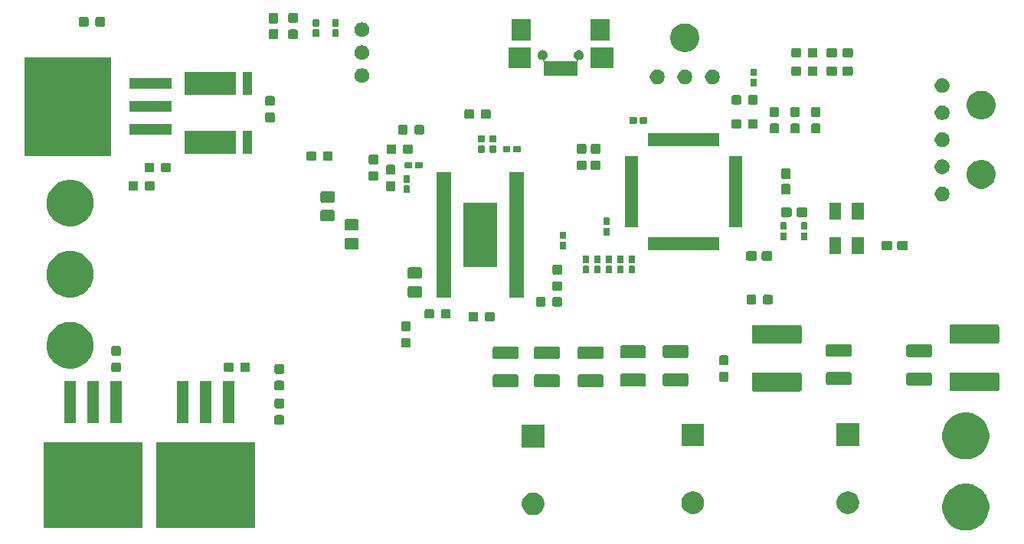
<source format=gbr>
G04 #@! TF.GenerationSoftware,KiCad,Pcbnew,(5.1.4)-1*
G04 #@! TF.CreationDate,2021-08-24T20:52:13-05:00*
G04 #@! TF.ProjectId,Mocos_2021,4d6f636f-735f-4323-9032-312e6b696361,rev?*
G04 #@! TF.SameCoordinates,Original*
G04 #@! TF.FileFunction,Soldermask,Top*
G04 #@! TF.FilePolarity,Negative*
%FSLAX46Y46*%
G04 Gerber Fmt 4.6, Leading zero omitted, Abs format (unit mm)*
G04 Created by KiCad (PCBNEW (5.1.4)-1) date 2021-08-24 20:52:13*
%MOMM*%
%LPD*%
G04 APERTURE LIST*
%ADD10C,0.100000*%
G04 APERTURE END LIST*
D10*
G36*
X182274508Y-122189380D02*
G01*
X182441367Y-122222570D01*
X182912899Y-122417885D01*
X183155629Y-122580073D01*
X183337266Y-122701438D01*
X183698162Y-123062334D01*
X183748102Y-123137075D01*
X183981715Y-123486701D01*
X184177030Y-123958233D01*
X184210220Y-124125092D01*
X184276600Y-124458807D01*
X184276600Y-124969193D01*
X184268390Y-125010466D01*
X184177030Y-125469767D01*
X183981715Y-125941299D01*
X183819527Y-126184029D01*
X183698162Y-126365666D01*
X183337266Y-126726562D01*
X183155629Y-126847927D01*
X182912899Y-127010115D01*
X182441367Y-127205430D01*
X182274508Y-127238620D01*
X181940793Y-127305000D01*
X181430407Y-127305000D01*
X181096692Y-127238620D01*
X180929833Y-127205430D01*
X180458301Y-127010115D01*
X180215571Y-126847927D01*
X180033934Y-126726562D01*
X179673038Y-126365666D01*
X179551673Y-126184029D01*
X179389485Y-125941299D01*
X179194170Y-125469767D01*
X179102810Y-125010466D01*
X179094600Y-124969193D01*
X179094600Y-124458807D01*
X179160980Y-124125092D01*
X179194170Y-123958233D01*
X179389485Y-123486701D01*
X179623098Y-123137075D01*
X179673038Y-123062334D01*
X180033934Y-122701438D01*
X180215571Y-122580073D01*
X180458301Y-122417885D01*
X180929833Y-122222570D01*
X181096692Y-122189380D01*
X181430407Y-122123000D01*
X181940793Y-122123000D01*
X182274508Y-122189380D01*
X182274508Y-122189380D01*
G37*
G36*
X103114000Y-126997999D02*
G01*
X92212000Y-126997999D01*
X92212000Y-117496001D01*
X103114000Y-117496001D01*
X103114000Y-126997999D01*
X103114000Y-126997999D01*
G37*
G36*
X90668000Y-126997999D02*
G01*
X79766000Y-126997999D01*
X79766000Y-117496001D01*
X90668000Y-117496001D01*
X90668000Y-126997999D01*
X90668000Y-126997999D01*
G37*
G36*
X134058519Y-123104377D02*
G01*
X134222903Y-123137075D01*
X134450571Y-123231378D01*
X134655466Y-123368285D01*
X134829715Y-123542534D01*
X134877087Y-123613431D01*
X134966623Y-123747431D01*
X135008320Y-123848097D01*
X135060925Y-123975097D01*
X135109000Y-124216787D01*
X135109000Y-124463213D01*
X135060925Y-124704903D01*
X134966622Y-124932571D01*
X134829715Y-125137466D01*
X134655466Y-125311715D01*
X134450571Y-125448622D01*
X134450570Y-125448623D01*
X134450569Y-125448623D01*
X134222903Y-125542925D01*
X133981214Y-125591000D01*
X133734786Y-125591000D01*
X133493097Y-125542925D01*
X133265431Y-125448623D01*
X133265430Y-125448623D01*
X133265429Y-125448622D01*
X133060534Y-125311715D01*
X132886285Y-125137466D01*
X132749378Y-124932571D01*
X132655075Y-124704903D01*
X132607000Y-124463213D01*
X132607000Y-124216787D01*
X132655075Y-123975097D01*
X132707680Y-123848097D01*
X132749377Y-123747431D01*
X132838913Y-123613431D01*
X132886285Y-123542534D01*
X133060534Y-123368285D01*
X133265429Y-123231378D01*
X133493097Y-123137075D01*
X133657481Y-123104377D01*
X133734786Y-123089000D01*
X133981214Y-123089000D01*
X134058519Y-123104377D01*
X134058519Y-123104377D01*
G37*
G36*
X151875903Y-123010075D02*
G01*
X152086672Y-123097378D01*
X152103571Y-123104378D01*
X152308466Y-123241285D01*
X152482715Y-123415534D01*
X152614946Y-123613431D01*
X152619623Y-123620431D01*
X152713925Y-123848097D01*
X152762000Y-124089786D01*
X152762000Y-124336214D01*
X152713925Y-124577903D01*
X152622522Y-124798571D01*
X152619622Y-124805571D01*
X152482715Y-125010466D01*
X152308466Y-125184715D01*
X152103571Y-125321622D01*
X152103570Y-125321623D01*
X152103569Y-125321623D01*
X151875903Y-125415925D01*
X151634214Y-125464000D01*
X151387786Y-125464000D01*
X151146097Y-125415925D01*
X150918431Y-125321623D01*
X150918430Y-125321623D01*
X150918429Y-125321622D01*
X150713534Y-125184715D01*
X150539285Y-125010466D01*
X150402378Y-124805571D01*
X150399479Y-124798571D01*
X150308075Y-124577903D01*
X150260000Y-124336214D01*
X150260000Y-124089786D01*
X150308075Y-123848097D01*
X150402377Y-123620431D01*
X150407054Y-123613431D01*
X150539285Y-123415534D01*
X150713534Y-123241285D01*
X150918429Y-123104378D01*
X150935329Y-123097378D01*
X151146097Y-123010075D01*
X151387786Y-122962000D01*
X151634214Y-122962000D01*
X151875903Y-123010075D01*
X151875903Y-123010075D01*
G37*
G36*
X169020903Y-123003075D02*
G01*
X169248571Y-123097378D01*
X169453466Y-123234285D01*
X169627715Y-123408534D01*
X169764622Y-123613429D01*
X169764623Y-123613431D01*
X169858925Y-123841097D01*
X169907000Y-124082786D01*
X169907000Y-124329214D01*
X169858925Y-124570903D01*
X169803421Y-124704903D01*
X169764622Y-124798571D01*
X169627715Y-125003466D01*
X169453466Y-125177715D01*
X169248571Y-125314622D01*
X169248570Y-125314623D01*
X169248569Y-125314623D01*
X169020903Y-125408925D01*
X168779214Y-125457000D01*
X168532786Y-125457000D01*
X168291097Y-125408925D01*
X168063431Y-125314623D01*
X168063430Y-125314623D01*
X168063429Y-125314622D01*
X167858534Y-125177715D01*
X167684285Y-125003466D01*
X167547378Y-124798571D01*
X167508580Y-124704903D01*
X167453075Y-124570903D01*
X167405000Y-124329214D01*
X167405000Y-124082786D01*
X167453075Y-123841097D01*
X167547377Y-123613431D01*
X167547378Y-123613429D01*
X167684285Y-123408534D01*
X167858534Y-123234285D01*
X168063429Y-123097378D01*
X168291097Y-123003075D01*
X168532786Y-122955000D01*
X168779214Y-122955000D01*
X169020903Y-123003075D01*
X169020903Y-123003075D01*
G37*
G36*
X182274508Y-114315380D02*
G01*
X182441367Y-114348570D01*
X182912899Y-114543885D01*
X183124093Y-114685001D01*
X183337266Y-114827438D01*
X183698162Y-115188334D01*
X183797831Y-115337500D01*
X183981715Y-115612701D01*
X184177030Y-116084233D01*
X184276600Y-116584809D01*
X184276600Y-117095191D01*
X184177030Y-117595767D01*
X183981715Y-118067299D01*
X183819527Y-118310029D01*
X183698162Y-118491666D01*
X183337266Y-118852562D01*
X183155629Y-118973927D01*
X182912899Y-119136115D01*
X182441367Y-119331430D01*
X182274508Y-119364620D01*
X181940793Y-119431000D01*
X181430407Y-119431000D01*
X181096692Y-119364620D01*
X180929833Y-119331430D01*
X180458301Y-119136115D01*
X180215571Y-118973927D01*
X180033934Y-118852562D01*
X179673038Y-118491666D01*
X179551673Y-118310029D01*
X179389485Y-118067299D01*
X179194170Y-117595767D01*
X179094600Y-117095191D01*
X179094600Y-116584809D01*
X179194170Y-116084233D01*
X179389485Y-115612701D01*
X179573369Y-115337500D01*
X179673038Y-115188334D01*
X180033934Y-114827438D01*
X180247107Y-114685001D01*
X180458301Y-114543885D01*
X180929833Y-114348570D01*
X181096692Y-114315380D01*
X181430407Y-114249000D01*
X181940793Y-114249000D01*
X182274508Y-114315380D01*
X182274508Y-114315380D01*
G37*
G36*
X135109000Y-118091000D02*
G01*
X132607000Y-118091000D01*
X132607000Y-115589000D01*
X135109000Y-115589000D01*
X135109000Y-118091000D01*
X135109000Y-118091000D01*
G37*
G36*
X152762000Y-117964000D02*
G01*
X150260000Y-117964000D01*
X150260000Y-115462000D01*
X152762000Y-115462000D01*
X152762000Y-117964000D01*
X152762000Y-117964000D01*
G37*
G36*
X169907000Y-117957000D02*
G01*
X167405000Y-117957000D01*
X167405000Y-115455000D01*
X169907000Y-115455000D01*
X169907000Y-117957000D01*
X169907000Y-117957000D01*
G37*
G36*
X106155499Y-114527945D02*
G01*
X106192995Y-114539320D01*
X106227554Y-114557792D01*
X106257847Y-114582653D01*
X106282708Y-114612946D01*
X106301180Y-114647505D01*
X106312555Y-114685001D01*
X106317000Y-114730138D01*
X106317000Y-115393862D01*
X106312555Y-115438999D01*
X106301180Y-115476495D01*
X106282708Y-115511054D01*
X106257847Y-115541347D01*
X106227554Y-115566208D01*
X106192995Y-115584680D01*
X106155499Y-115596055D01*
X106110362Y-115600500D01*
X105471638Y-115600500D01*
X105426501Y-115596055D01*
X105389005Y-115584680D01*
X105354446Y-115566208D01*
X105324153Y-115541347D01*
X105299292Y-115511054D01*
X105280820Y-115476495D01*
X105269445Y-115438999D01*
X105265000Y-115393862D01*
X105265000Y-114730138D01*
X105269445Y-114685001D01*
X105280820Y-114647505D01*
X105299292Y-114612946D01*
X105324153Y-114582653D01*
X105354446Y-114557792D01*
X105389005Y-114539320D01*
X105426501Y-114527945D01*
X105471638Y-114523500D01*
X106110362Y-114523500D01*
X106155499Y-114527945D01*
X106155499Y-114527945D01*
G37*
G36*
X100804000Y-115448000D02*
G01*
X99602000Y-115448000D01*
X99602000Y-110746000D01*
X100804000Y-110746000D01*
X100804000Y-115448000D01*
X100804000Y-115448000D01*
G37*
G36*
X98264000Y-115448000D02*
G01*
X97062000Y-115448000D01*
X97062000Y-110746000D01*
X98264000Y-110746000D01*
X98264000Y-115448000D01*
X98264000Y-115448000D01*
G37*
G36*
X88358000Y-115448000D02*
G01*
X87156000Y-115448000D01*
X87156000Y-110746000D01*
X88358000Y-110746000D01*
X88358000Y-115448000D01*
X88358000Y-115448000D01*
G37*
G36*
X85818000Y-115448000D02*
G01*
X84616000Y-115448000D01*
X84616000Y-110746000D01*
X85818000Y-110746000D01*
X85818000Y-115448000D01*
X85818000Y-115448000D01*
G37*
G36*
X83278000Y-115448000D02*
G01*
X82076000Y-115448000D01*
X82076000Y-110746000D01*
X83278000Y-110746000D01*
X83278000Y-115448000D01*
X83278000Y-115448000D01*
G37*
G36*
X95724000Y-115448000D02*
G01*
X94522000Y-115448000D01*
X94522000Y-110746000D01*
X95724000Y-110746000D01*
X95724000Y-115448000D01*
X95724000Y-115448000D01*
G37*
G36*
X106155499Y-112702945D02*
G01*
X106192995Y-112714320D01*
X106227554Y-112732792D01*
X106257847Y-112757653D01*
X106282708Y-112787946D01*
X106301180Y-112822505D01*
X106312555Y-112860001D01*
X106317000Y-112905138D01*
X106317000Y-113568862D01*
X106312555Y-113613999D01*
X106301180Y-113651495D01*
X106282708Y-113686054D01*
X106257847Y-113716347D01*
X106227554Y-113741208D01*
X106192995Y-113759680D01*
X106155499Y-113771055D01*
X106110362Y-113775500D01*
X105471638Y-113775500D01*
X105426501Y-113771055D01*
X105389005Y-113759680D01*
X105354446Y-113741208D01*
X105324153Y-113716347D01*
X105299292Y-113686054D01*
X105280820Y-113651495D01*
X105269445Y-113613999D01*
X105265000Y-113568862D01*
X105265000Y-112905138D01*
X105269445Y-112860001D01*
X105280820Y-112822505D01*
X105299292Y-112787946D01*
X105324153Y-112757653D01*
X105354446Y-112732792D01*
X105389005Y-112714320D01*
X105426501Y-112702945D01*
X105471638Y-112698500D01*
X106110362Y-112698500D01*
X106155499Y-112702945D01*
X106155499Y-112702945D01*
G37*
G36*
X163396402Y-109836351D02*
G01*
X163428101Y-109845967D01*
X163457310Y-109861580D01*
X163482911Y-109882589D01*
X163503920Y-109908190D01*
X163519533Y-109937399D01*
X163529149Y-109969098D01*
X163533000Y-110008197D01*
X163533000Y-111733803D01*
X163529149Y-111772902D01*
X163519533Y-111804601D01*
X163503920Y-111833810D01*
X163482911Y-111859411D01*
X163457310Y-111880420D01*
X163428101Y-111896033D01*
X163396402Y-111905649D01*
X163357303Y-111909500D01*
X158206697Y-111909500D01*
X158167598Y-111905649D01*
X158135899Y-111896033D01*
X158106690Y-111880420D01*
X158081089Y-111859411D01*
X158060080Y-111833810D01*
X158044467Y-111804601D01*
X158034851Y-111772902D01*
X158031000Y-111733803D01*
X158031000Y-110008197D01*
X158034851Y-109969098D01*
X158044467Y-109937399D01*
X158060080Y-109908190D01*
X158081089Y-109882589D01*
X158106690Y-109861580D01*
X158135899Y-109845967D01*
X158167598Y-109836351D01*
X158206697Y-109832500D01*
X163357303Y-109832500D01*
X163396402Y-109836351D01*
X163396402Y-109836351D01*
G37*
G36*
X185240402Y-109806851D02*
G01*
X185272101Y-109816467D01*
X185301310Y-109832080D01*
X185326911Y-109853089D01*
X185347920Y-109878690D01*
X185363533Y-109907899D01*
X185373149Y-109939598D01*
X185377000Y-109978697D01*
X185377000Y-111704303D01*
X185373149Y-111743402D01*
X185363533Y-111775101D01*
X185347920Y-111804310D01*
X185326911Y-111829911D01*
X185301310Y-111850920D01*
X185272101Y-111866533D01*
X185240402Y-111876149D01*
X185201303Y-111880000D01*
X180050697Y-111880000D01*
X180011598Y-111876149D01*
X179979899Y-111866533D01*
X179950690Y-111850920D01*
X179925089Y-111829911D01*
X179904080Y-111804310D01*
X179888467Y-111775101D01*
X179878851Y-111743402D01*
X179875000Y-111704303D01*
X179875000Y-109978697D01*
X179878851Y-109939598D01*
X179888467Y-109907899D01*
X179904080Y-109878690D01*
X179925089Y-109853089D01*
X179950690Y-109832080D01*
X179979899Y-109816467D01*
X180011598Y-109806851D01*
X180050697Y-109803000D01*
X185201303Y-109803000D01*
X185240402Y-109806851D01*
X185240402Y-109806851D01*
G37*
G36*
X106155499Y-110717945D02*
G01*
X106192995Y-110729320D01*
X106227554Y-110747792D01*
X106257847Y-110772653D01*
X106282708Y-110802946D01*
X106301180Y-110837505D01*
X106312555Y-110875001D01*
X106317000Y-110920138D01*
X106317000Y-111583862D01*
X106312555Y-111628999D01*
X106301180Y-111666495D01*
X106282708Y-111701054D01*
X106257847Y-111731347D01*
X106227554Y-111756208D01*
X106192995Y-111774680D01*
X106155499Y-111786055D01*
X106110362Y-111790500D01*
X105471638Y-111790500D01*
X105426501Y-111786055D01*
X105389005Y-111774680D01*
X105354446Y-111756208D01*
X105324153Y-111731347D01*
X105299292Y-111701054D01*
X105280820Y-111666495D01*
X105269445Y-111628999D01*
X105265000Y-111583862D01*
X105265000Y-110920138D01*
X105269445Y-110875001D01*
X105280820Y-110837505D01*
X105299292Y-110802946D01*
X105324153Y-110772653D01*
X105354446Y-110747792D01*
X105389005Y-110729320D01*
X105426501Y-110717945D01*
X105471638Y-110713500D01*
X106110362Y-110713500D01*
X106155499Y-110717945D01*
X106155499Y-110717945D01*
G37*
G36*
X141454811Y-110034771D02*
G01*
X141490603Y-110045629D01*
X141523595Y-110063263D01*
X141552508Y-110086992D01*
X141576237Y-110115905D01*
X141593871Y-110148897D01*
X141604729Y-110184689D01*
X141609000Y-110228055D01*
X141609000Y-111259945D01*
X141604729Y-111303311D01*
X141593871Y-111339103D01*
X141576237Y-111372095D01*
X141552508Y-111401008D01*
X141523595Y-111424737D01*
X141490603Y-111442371D01*
X141454811Y-111453229D01*
X141411445Y-111457500D01*
X139004555Y-111457500D01*
X138961189Y-111453229D01*
X138925397Y-111442371D01*
X138892405Y-111424737D01*
X138863492Y-111401008D01*
X138839763Y-111372095D01*
X138822129Y-111339103D01*
X138811271Y-111303311D01*
X138807000Y-111259945D01*
X138807000Y-110228055D01*
X138811271Y-110184689D01*
X138822129Y-110148897D01*
X138839763Y-110115905D01*
X138863492Y-110086992D01*
X138892405Y-110063263D01*
X138925397Y-110045629D01*
X138961189Y-110034771D01*
X139004555Y-110030500D01*
X141411445Y-110030500D01*
X141454811Y-110034771D01*
X141454811Y-110034771D01*
G37*
G36*
X132056811Y-110034771D02*
G01*
X132092603Y-110045629D01*
X132125595Y-110063263D01*
X132154508Y-110086992D01*
X132178237Y-110115905D01*
X132195871Y-110148897D01*
X132206729Y-110184689D01*
X132211000Y-110228055D01*
X132211000Y-111259945D01*
X132206729Y-111303311D01*
X132195871Y-111339103D01*
X132178237Y-111372095D01*
X132154508Y-111401008D01*
X132125595Y-111424737D01*
X132092603Y-111442371D01*
X132056811Y-111453229D01*
X132013445Y-111457500D01*
X129606555Y-111457500D01*
X129563189Y-111453229D01*
X129527397Y-111442371D01*
X129494405Y-111424737D01*
X129465492Y-111401008D01*
X129441763Y-111372095D01*
X129424129Y-111339103D01*
X129413271Y-111303311D01*
X129409000Y-111259945D01*
X129409000Y-110228055D01*
X129413271Y-110184689D01*
X129424129Y-110148897D01*
X129441763Y-110115905D01*
X129465492Y-110086992D01*
X129494405Y-110063263D01*
X129527397Y-110045629D01*
X129563189Y-110034771D01*
X129606555Y-110030500D01*
X132013445Y-110030500D01*
X132056811Y-110034771D01*
X132056811Y-110034771D01*
G37*
G36*
X136628811Y-110034771D02*
G01*
X136664603Y-110045629D01*
X136697595Y-110063263D01*
X136726508Y-110086992D01*
X136750237Y-110115905D01*
X136767871Y-110148897D01*
X136778729Y-110184689D01*
X136783000Y-110228055D01*
X136783000Y-111259945D01*
X136778729Y-111303311D01*
X136767871Y-111339103D01*
X136750237Y-111372095D01*
X136726508Y-111401008D01*
X136697595Y-111424737D01*
X136664603Y-111442371D01*
X136628811Y-111453229D01*
X136585445Y-111457500D01*
X134178555Y-111457500D01*
X134135189Y-111453229D01*
X134099397Y-111442371D01*
X134066405Y-111424737D01*
X134037492Y-111401008D01*
X134013763Y-111372095D01*
X133996129Y-111339103D01*
X133985271Y-111303311D01*
X133981000Y-111259945D01*
X133981000Y-110228055D01*
X133985271Y-110184689D01*
X133996129Y-110148897D01*
X134013763Y-110115905D01*
X134037492Y-110086992D01*
X134066405Y-110063263D01*
X134099397Y-110045629D01*
X134135189Y-110034771D01*
X134178555Y-110030500D01*
X136585445Y-110030500D01*
X136628811Y-110034771D01*
X136628811Y-110034771D01*
G37*
G36*
X146153811Y-109946271D02*
G01*
X146189603Y-109957129D01*
X146222595Y-109974763D01*
X146251508Y-109998492D01*
X146275237Y-110027405D01*
X146292871Y-110060397D01*
X146303729Y-110096189D01*
X146308000Y-110139555D01*
X146308000Y-111171445D01*
X146303729Y-111214811D01*
X146292871Y-111250603D01*
X146275237Y-111283595D01*
X146251508Y-111312508D01*
X146222595Y-111336237D01*
X146189603Y-111353871D01*
X146153811Y-111364729D01*
X146110445Y-111369000D01*
X143703555Y-111369000D01*
X143660189Y-111364729D01*
X143624397Y-111353871D01*
X143591405Y-111336237D01*
X143562492Y-111312508D01*
X143538763Y-111283595D01*
X143521129Y-111250603D01*
X143510271Y-111214811D01*
X143506000Y-111171445D01*
X143506000Y-110139555D01*
X143510271Y-110096189D01*
X143521129Y-110060397D01*
X143538763Y-110027405D01*
X143562492Y-109998492D01*
X143591405Y-109974763D01*
X143624397Y-109957129D01*
X143660189Y-109946271D01*
X143703555Y-109942000D01*
X146110445Y-109942000D01*
X146153811Y-109946271D01*
X146153811Y-109946271D01*
G37*
G36*
X150852811Y-109907771D02*
G01*
X150888603Y-109918629D01*
X150921595Y-109936263D01*
X150950508Y-109959992D01*
X150974237Y-109988905D01*
X150991871Y-110021897D01*
X151002729Y-110057689D01*
X151007000Y-110101055D01*
X151007000Y-111132945D01*
X151002729Y-111176311D01*
X150991871Y-111212103D01*
X150974237Y-111245095D01*
X150950508Y-111274008D01*
X150921595Y-111297737D01*
X150888603Y-111315371D01*
X150852811Y-111326229D01*
X150809445Y-111330500D01*
X148402555Y-111330500D01*
X148359189Y-111326229D01*
X148323397Y-111315371D01*
X148290405Y-111297737D01*
X148261492Y-111274008D01*
X148237763Y-111245095D01*
X148220129Y-111212103D01*
X148209271Y-111176311D01*
X148205000Y-111132945D01*
X148205000Y-110101055D01*
X148209271Y-110057689D01*
X148220129Y-110021897D01*
X148237763Y-109988905D01*
X148261492Y-109959992D01*
X148290405Y-109936263D01*
X148323397Y-109918629D01*
X148359189Y-109907771D01*
X148402555Y-109903500D01*
X150809445Y-109903500D01*
X150852811Y-109907771D01*
X150852811Y-109907771D01*
G37*
G36*
X177776811Y-109819271D02*
G01*
X177812603Y-109830129D01*
X177845595Y-109847763D01*
X177874508Y-109871492D01*
X177898237Y-109900405D01*
X177915871Y-109933397D01*
X177926729Y-109969189D01*
X177931000Y-110012555D01*
X177931000Y-111044445D01*
X177926729Y-111087811D01*
X177915871Y-111123603D01*
X177898237Y-111156595D01*
X177874508Y-111185508D01*
X177845595Y-111209237D01*
X177812603Y-111226871D01*
X177776811Y-111237729D01*
X177733445Y-111242000D01*
X175326555Y-111242000D01*
X175283189Y-111237729D01*
X175247397Y-111226871D01*
X175214405Y-111209237D01*
X175185492Y-111185508D01*
X175161763Y-111156595D01*
X175144129Y-111123603D01*
X175133271Y-111087811D01*
X175129000Y-111044445D01*
X175129000Y-110012555D01*
X175133271Y-109969189D01*
X175144129Y-109933397D01*
X175161763Y-109900405D01*
X175185492Y-109871492D01*
X175214405Y-109847763D01*
X175247397Y-109830129D01*
X175283189Y-109819271D01*
X175326555Y-109815000D01*
X177733445Y-109815000D01*
X177776811Y-109819271D01*
X177776811Y-109819271D01*
G37*
G36*
X168886811Y-109780771D02*
G01*
X168922603Y-109791629D01*
X168955595Y-109809263D01*
X168984508Y-109832992D01*
X169008237Y-109861905D01*
X169025871Y-109894897D01*
X169036729Y-109930689D01*
X169041000Y-109974055D01*
X169041000Y-111005945D01*
X169036729Y-111049311D01*
X169025871Y-111085103D01*
X169008237Y-111118095D01*
X168984508Y-111147008D01*
X168955595Y-111170737D01*
X168922603Y-111188371D01*
X168886811Y-111199229D01*
X168843445Y-111203500D01*
X166436555Y-111203500D01*
X166393189Y-111199229D01*
X166357397Y-111188371D01*
X166324405Y-111170737D01*
X166295492Y-111147008D01*
X166271763Y-111118095D01*
X166254129Y-111085103D01*
X166243271Y-111049311D01*
X166239000Y-111005945D01*
X166239000Y-109974055D01*
X166243271Y-109930689D01*
X166254129Y-109894897D01*
X166271763Y-109861905D01*
X166295492Y-109832992D01*
X166324405Y-109809263D01*
X166357397Y-109791629D01*
X166393189Y-109780771D01*
X166436555Y-109776500D01*
X168843445Y-109776500D01*
X168886811Y-109780771D01*
X168886811Y-109780771D01*
G37*
G36*
X155304499Y-109748945D02*
G01*
X155341995Y-109760320D01*
X155376554Y-109778792D01*
X155406847Y-109803653D01*
X155431708Y-109833946D01*
X155450180Y-109868505D01*
X155461555Y-109906001D01*
X155466000Y-109951138D01*
X155466000Y-110614862D01*
X155461555Y-110659999D01*
X155450180Y-110697495D01*
X155431708Y-110732054D01*
X155406847Y-110762347D01*
X155376554Y-110787208D01*
X155341995Y-110805680D01*
X155304499Y-110817055D01*
X155259362Y-110821500D01*
X154620638Y-110821500D01*
X154575501Y-110817055D01*
X154538005Y-110805680D01*
X154503446Y-110787208D01*
X154473153Y-110762347D01*
X154448292Y-110732054D01*
X154429820Y-110697495D01*
X154418445Y-110659999D01*
X154414000Y-110614862D01*
X154414000Y-109951138D01*
X154418445Y-109906001D01*
X154429820Y-109868505D01*
X154448292Y-109833946D01*
X154473153Y-109803653D01*
X154503446Y-109778792D01*
X154538005Y-109760320D01*
X154575501Y-109748945D01*
X154620638Y-109744500D01*
X155259362Y-109744500D01*
X155304499Y-109748945D01*
X155304499Y-109748945D01*
G37*
G36*
X106155499Y-108892945D02*
G01*
X106192995Y-108904320D01*
X106227554Y-108922792D01*
X106257847Y-108947653D01*
X106282708Y-108977946D01*
X106301180Y-109012505D01*
X106312555Y-109050001D01*
X106317000Y-109095138D01*
X106317000Y-109758862D01*
X106312555Y-109803999D01*
X106301180Y-109841495D01*
X106282708Y-109876054D01*
X106257847Y-109906347D01*
X106227554Y-109931208D01*
X106192995Y-109949680D01*
X106155499Y-109961055D01*
X106110362Y-109965500D01*
X105471638Y-109965500D01*
X105426501Y-109961055D01*
X105389005Y-109949680D01*
X105354446Y-109931208D01*
X105324153Y-109906347D01*
X105299292Y-109876054D01*
X105280820Y-109841495D01*
X105269445Y-109803999D01*
X105265000Y-109758862D01*
X105265000Y-109095138D01*
X105269445Y-109050001D01*
X105280820Y-109012505D01*
X105299292Y-108977946D01*
X105324153Y-108947653D01*
X105354446Y-108922792D01*
X105389005Y-108904320D01*
X105426501Y-108892945D01*
X105471638Y-108888500D01*
X106110362Y-108888500D01*
X106155499Y-108892945D01*
X106155499Y-108892945D01*
G37*
G36*
X88121499Y-108709445D02*
G01*
X88158995Y-108720820D01*
X88193554Y-108739292D01*
X88223847Y-108764153D01*
X88248708Y-108794446D01*
X88267180Y-108829005D01*
X88278555Y-108866501D01*
X88283000Y-108911638D01*
X88283000Y-109575362D01*
X88278555Y-109620499D01*
X88267180Y-109657995D01*
X88248708Y-109692554D01*
X88223847Y-109722847D01*
X88193554Y-109747708D01*
X88158995Y-109766180D01*
X88121499Y-109777555D01*
X88076362Y-109782000D01*
X87437638Y-109782000D01*
X87392501Y-109777555D01*
X87355005Y-109766180D01*
X87320446Y-109747708D01*
X87290153Y-109722847D01*
X87265292Y-109692554D01*
X87246820Y-109657995D01*
X87235445Y-109620499D01*
X87231000Y-109575362D01*
X87231000Y-108911638D01*
X87235445Y-108866501D01*
X87246820Y-108829005D01*
X87265292Y-108794446D01*
X87290153Y-108764153D01*
X87320446Y-108739292D01*
X87355005Y-108720820D01*
X87392501Y-108709445D01*
X87437638Y-108705000D01*
X88076362Y-108705000D01*
X88121499Y-108709445D01*
X88121499Y-108709445D01*
G37*
G36*
X102404999Y-108698445D02*
G01*
X102442495Y-108709820D01*
X102477054Y-108728292D01*
X102507347Y-108753153D01*
X102532208Y-108783446D01*
X102550680Y-108818005D01*
X102562055Y-108855501D01*
X102566500Y-108900638D01*
X102566500Y-109539362D01*
X102562055Y-109584499D01*
X102550680Y-109621995D01*
X102532208Y-109656554D01*
X102507347Y-109686847D01*
X102477054Y-109711708D01*
X102442495Y-109730180D01*
X102404999Y-109741555D01*
X102359862Y-109746000D01*
X101696138Y-109746000D01*
X101651001Y-109741555D01*
X101613505Y-109730180D01*
X101578946Y-109711708D01*
X101548653Y-109686847D01*
X101523792Y-109656554D01*
X101505320Y-109621995D01*
X101493945Y-109584499D01*
X101489500Y-109539362D01*
X101489500Y-108900638D01*
X101493945Y-108855501D01*
X101505320Y-108818005D01*
X101523792Y-108783446D01*
X101548653Y-108753153D01*
X101578946Y-108728292D01*
X101613505Y-108709820D01*
X101651001Y-108698445D01*
X101696138Y-108694000D01*
X102359862Y-108694000D01*
X102404999Y-108698445D01*
X102404999Y-108698445D01*
G37*
G36*
X100579999Y-108698445D02*
G01*
X100617495Y-108709820D01*
X100652054Y-108728292D01*
X100682347Y-108753153D01*
X100707208Y-108783446D01*
X100725680Y-108818005D01*
X100737055Y-108855501D01*
X100741500Y-108900638D01*
X100741500Y-109539362D01*
X100737055Y-109584499D01*
X100725680Y-109621995D01*
X100707208Y-109656554D01*
X100682347Y-109686847D01*
X100652054Y-109711708D01*
X100617495Y-109730180D01*
X100579999Y-109741555D01*
X100534862Y-109746000D01*
X99871138Y-109746000D01*
X99826001Y-109741555D01*
X99788505Y-109730180D01*
X99753946Y-109711708D01*
X99723653Y-109686847D01*
X99698792Y-109656554D01*
X99680320Y-109621995D01*
X99668945Y-109584499D01*
X99664500Y-109539362D01*
X99664500Y-108900638D01*
X99668945Y-108855501D01*
X99680320Y-108818005D01*
X99698792Y-108783446D01*
X99723653Y-108753153D01*
X99753946Y-108728292D01*
X99788505Y-108709820D01*
X99826001Y-108698445D01*
X99871138Y-108694000D01*
X100534862Y-108694000D01*
X100579999Y-108698445D01*
X100579999Y-108698445D01*
G37*
G36*
X83239791Y-104277185D02*
G01*
X83432767Y-104315570D01*
X83904299Y-104510885D01*
X84131055Y-104662399D01*
X84328666Y-104794438D01*
X84689562Y-105155334D01*
X84810927Y-105336971D01*
X84973115Y-105579701D01*
X85168430Y-106051233D01*
X85187609Y-106147654D01*
X85268000Y-106551807D01*
X85268000Y-107062193D01*
X85245612Y-107174744D01*
X85168430Y-107562767D01*
X84973115Y-108034299D01*
X84832997Y-108244000D01*
X84689562Y-108458666D01*
X84328666Y-108819562D01*
X84159158Y-108932823D01*
X83904299Y-109103115D01*
X83432767Y-109298430D01*
X83265908Y-109331620D01*
X82932193Y-109398000D01*
X82421807Y-109398000D01*
X82088092Y-109331620D01*
X81921233Y-109298430D01*
X81449701Y-109103115D01*
X81194842Y-108932823D01*
X81025334Y-108819562D01*
X80664438Y-108458666D01*
X80521003Y-108244000D01*
X80380885Y-108034299D01*
X80185570Y-107562767D01*
X80108388Y-107174744D01*
X80086000Y-107062193D01*
X80086000Y-106551807D01*
X80166391Y-106147654D01*
X80185570Y-106051233D01*
X80380885Y-105579701D01*
X80543073Y-105336971D01*
X80664438Y-105155334D01*
X81025334Y-104794438D01*
X81222945Y-104662399D01*
X81449701Y-104510885D01*
X81921233Y-104315570D01*
X82114209Y-104277185D01*
X82421807Y-104216000D01*
X82932193Y-104216000D01*
X83239791Y-104277185D01*
X83239791Y-104277185D01*
G37*
G36*
X155304499Y-107923945D02*
G01*
X155341995Y-107935320D01*
X155376554Y-107953792D01*
X155406847Y-107978653D01*
X155431708Y-108008946D01*
X155450180Y-108043505D01*
X155461555Y-108081001D01*
X155466000Y-108126138D01*
X155466000Y-108789862D01*
X155461555Y-108834999D01*
X155450180Y-108872495D01*
X155431708Y-108907054D01*
X155406847Y-108937347D01*
X155376554Y-108962208D01*
X155341995Y-108980680D01*
X155304499Y-108992055D01*
X155259362Y-108996500D01*
X154620638Y-108996500D01*
X154575501Y-108992055D01*
X154538005Y-108980680D01*
X154503446Y-108962208D01*
X154473153Y-108937347D01*
X154448292Y-108907054D01*
X154429820Y-108872495D01*
X154418445Y-108834999D01*
X154414000Y-108789862D01*
X154414000Y-108126138D01*
X154418445Y-108081001D01*
X154429820Y-108043505D01*
X154448292Y-108008946D01*
X154473153Y-107978653D01*
X154503446Y-107953792D01*
X154538005Y-107935320D01*
X154575501Y-107923945D01*
X154620638Y-107919500D01*
X155259362Y-107919500D01*
X155304499Y-107923945D01*
X155304499Y-107923945D01*
G37*
G36*
X141454811Y-106909771D02*
G01*
X141490603Y-106920629D01*
X141523595Y-106938263D01*
X141552508Y-106961992D01*
X141576237Y-106990905D01*
X141593871Y-107023897D01*
X141604729Y-107059689D01*
X141609000Y-107103055D01*
X141609000Y-108134945D01*
X141604729Y-108178311D01*
X141593871Y-108214103D01*
X141576237Y-108247095D01*
X141552508Y-108276008D01*
X141523595Y-108299737D01*
X141490603Y-108317371D01*
X141454811Y-108328229D01*
X141411445Y-108332500D01*
X139004555Y-108332500D01*
X138961189Y-108328229D01*
X138925397Y-108317371D01*
X138892405Y-108299737D01*
X138863492Y-108276008D01*
X138839763Y-108247095D01*
X138822129Y-108214103D01*
X138811271Y-108178311D01*
X138807000Y-108134945D01*
X138807000Y-107103055D01*
X138811271Y-107059689D01*
X138822129Y-107023897D01*
X138839763Y-106990905D01*
X138863492Y-106961992D01*
X138892405Y-106938263D01*
X138925397Y-106920629D01*
X138961189Y-106909771D01*
X139004555Y-106905500D01*
X141411445Y-106905500D01*
X141454811Y-106909771D01*
X141454811Y-106909771D01*
G37*
G36*
X132056811Y-106909771D02*
G01*
X132092603Y-106920629D01*
X132125595Y-106938263D01*
X132154508Y-106961992D01*
X132178237Y-106990905D01*
X132195871Y-107023897D01*
X132206729Y-107059689D01*
X132211000Y-107103055D01*
X132211000Y-108134945D01*
X132206729Y-108178311D01*
X132195871Y-108214103D01*
X132178237Y-108247095D01*
X132154508Y-108276008D01*
X132125595Y-108299737D01*
X132092603Y-108317371D01*
X132056811Y-108328229D01*
X132013445Y-108332500D01*
X129606555Y-108332500D01*
X129563189Y-108328229D01*
X129527397Y-108317371D01*
X129494405Y-108299737D01*
X129465492Y-108276008D01*
X129441763Y-108247095D01*
X129424129Y-108214103D01*
X129413271Y-108178311D01*
X129409000Y-108134945D01*
X129409000Y-107103055D01*
X129413271Y-107059689D01*
X129424129Y-107023897D01*
X129441763Y-106990905D01*
X129465492Y-106961992D01*
X129494405Y-106938263D01*
X129527397Y-106920629D01*
X129563189Y-106909771D01*
X129606555Y-106905500D01*
X132013445Y-106905500D01*
X132056811Y-106909771D01*
X132056811Y-106909771D01*
G37*
G36*
X136628811Y-106909771D02*
G01*
X136664603Y-106920629D01*
X136697595Y-106938263D01*
X136726508Y-106961992D01*
X136750237Y-106990905D01*
X136767871Y-107023897D01*
X136778729Y-107059689D01*
X136783000Y-107103055D01*
X136783000Y-108134945D01*
X136778729Y-108178311D01*
X136767871Y-108214103D01*
X136750237Y-108247095D01*
X136726508Y-108276008D01*
X136697595Y-108299737D01*
X136664603Y-108317371D01*
X136628811Y-108328229D01*
X136585445Y-108332500D01*
X134178555Y-108332500D01*
X134135189Y-108328229D01*
X134099397Y-108317371D01*
X134066405Y-108299737D01*
X134037492Y-108276008D01*
X134013763Y-108247095D01*
X133996129Y-108214103D01*
X133985271Y-108178311D01*
X133981000Y-108134945D01*
X133981000Y-107103055D01*
X133985271Y-107059689D01*
X133996129Y-107023897D01*
X134013763Y-106990905D01*
X134037492Y-106961992D01*
X134066405Y-106938263D01*
X134099397Y-106920629D01*
X134135189Y-106909771D01*
X134178555Y-106905500D01*
X136585445Y-106905500D01*
X136628811Y-106909771D01*
X136628811Y-106909771D01*
G37*
G36*
X146153811Y-106821271D02*
G01*
X146189603Y-106832129D01*
X146222595Y-106849763D01*
X146251508Y-106873492D01*
X146275237Y-106902405D01*
X146292871Y-106935397D01*
X146303729Y-106971189D01*
X146308000Y-107014555D01*
X146308000Y-108046445D01*
X146303729Y-108089811D01*
X146292871Y-108125603D01*
X146275237Y-108158595D01*
X146251508Y-108187508D01*
X146222595Y-108211237D01*
X146189603Y-108228871D01*
X146153811Y-108239729D01*
X146110445Y-108244000D01*
X143703555Y-108244000D01*
X143660189Y-108239729D01*
X143624397Y-108228871D01*
X143591405Y-108211237D01*
X143562492Y-108187508D01*
X143538763Y-108158595D01*
X143521129Y-108125603D01*
X143510271Y-108089811D01*
X143506000Y-108046445D01*
X143506000Y-107014555D01*
X143510271Y-106971189D01*
X143521129Y-106935397D01*
X143538763Y-106902405D01*
X143562492Y-106873492D01*
X143591405Y-106849763D01*
X143624397Y-106832129D01*
X143660189Y-106821271D01*
X143703555Y-106817000D01*
X146110445Y-106817000D01*
X146153811Y-106821271D01*
X146153811Y-106821271D01*
G37*
G36*
X150852811Y-106782771D02*
G01*
X150888603Y-106793629D01*
X150921595Y-106811263D01*
X150950508Y-106834992D01*
X150974237Y-106863905D01*
X150991871Y-106896897D01*
X151002729Y-106932689D01*
X151007000Y-106976055D01*
X151007000Y-108007945D01*
X151002729Y-108051311D01*
X150991871Y-108087103D01*
X150974237Y-108120095D01*
X150950508Y-108149008D01*
X150921595Y-108172737D01*
X150888603Y-108190371D01*
X150852811Y-108201229D01*
X150809445Y-108205500D01*
X148402555Y-108205500D01*
X148359189Y-108201229D01*
X148323397Y-108190371D01*
X148290405Y-108172737D01*
X148261492Y-108149008D01*
X148237763Y-108120095D01*
X148220129Y-108087103D01*
X148209271Y-108051311D01*
X148205000Y-108007945D01*
X148205000Y-106976055D01*
X148209271Y-106932689D01*
X148220129Y-106896897D01*
X148237763Y-106863905D01*
X148261492Y-106834992D01*
X148290405Y-106811263D01*
X148323397Y-106793629D01*
X148359189Y-106782771D01*
X148402555Y-106778500D01*
X150809445Y-106778500D01*
X150852811Y-106782771D01*
X150852811Y-106782771D01*
G37*
G36*
X177776811Y-106694271D02*
G01*
X177812603Y-106705129D01*
X177845595Y-106722763D01*
X177874508Y-106746492D01*
X177898237Y-106775405D01*
X177915871Y-106808397D01*
X177926729Y-106844189D01*
X177931000Y-106887555D01*
X177931000Y-107919445D01*
X177926729Y-107962811D01*
X177915871Y-107998603D01*
X177898237Y-108031595D01*
X177874508Y-108060508D01*
X177845595Y-108084237D01*
X177812603Y-108101871D01*
X177776811Y-108112729D01*
X177733445Y-108117000D01*
X175326555Y-108117000D01*
X175283189Y-108112729D01*
X175247397Y-108101871D01*
X175214405Y-108084237D01*
X175185492Y-108060508D01*
X175161763Y-108031595D01*
X175144129Y-107998603D01*
X175133271Y-107962811D01*
X175129000Y-107919445D01*
X175129000Y-106887555D01*
X175133271Y-106844189D01*
X175144129Y-106808397D01*
X175161763Y-106775405D01*
X175185492Y-106746492D01*
X175214405Y-106722763D01*
X175247397Y-106705129D01*
X175283189Y-106694271D01*
X175326555Y-106690000D01*
X177733445Y-106690000D01*
X177776811Y-106694271D01*
X177776811Y-106694271D01*
G37*
G36*
X168886811Y-106655771D02*
G01*
X168922603Y-106666629D01*
X168955595Y-106684263D01*
X168984508Y-106707992D01*
X169008237Y-106736905D01*
X169025871Y-106769897D01*
X169036729Y-106805689D01*
X169041000Y-106849055D01*
X169041000Y-107880945D01*
X169036729Y-107924311D01*
X169025871Y-107960103D01*
X169008237Y-107993095D01*
X168984508Y-108022008D01*
X168955595Y-108045737D01*
X168922603Y-108063371D01*
X168886811Y-108074229D01*
X168843445Y-108078500D01*
X166436555Y-108078500D01*
X166393189Y-108074229D01*
X166357397Y-108063371D01*
X166324405Y-108045737D01*
X166295492Y-108022008D01*
X166271763Y-107993095D01*
X166254129Y-107960103D01*
X166243271Y-107924311D01*
X166239000Y-107880945D01*
X166239000Y-106849055D01*
X166243271Y-106805689D01*
X166254129Y-106769897D01*
X166271763Y-106736905D01*
X166295492Y-106707992D01*
X166324405Y-106684263D01*
X166357397Y-106666629D01*
X166393189Y-106655771D01*
X166436555Y-106651500D01*
X168843445Y-106651500D01*
X168886811Y-106655771D01*
X168886811Y-106655771D01*
G37*
G36*
X88121499Y-106884445D02*
G01*
X88158995Y-106895820D01*
X88193554Y-106914292D01*
X88223847Y-106939153D01*
X88248708Y-106969446D01*
X88267180Y-107004005D01*
X88278555Y-107041501D01*
X88283000Y-107086638D01*
X88283000Y-107750362D01*
X88278555Y-107795499D01*
X88267180Y-107832995D01*
X88248708Y-107867554D01*
X88223847Y-107897847D01*
X88193554Y-107922708D01*
X88158995Y-107941180D01*
X88121499Y-107952555D01*
X88076362Y-107957000D01*
X87437638Y-107957000D01*
X87392501Y-107952555D01*
X87355005Y-107941180D01*
X87320446Y-107922708D01*
X87290153Y-107897847D01*
X87265292Y-107867554D01*
X87246820Y-107832995D01*
X87235445Y-107795499D01*
X87231000Y-107750362D01*
X87231000Y-107086638D01*
X87235445Y-107041501D01*
X87246820Y-107004005D01*
X87265292Y-106969446D01*
X87290153Y-106939153D01*
X87320446Y-106914292D01*
X87355005Y-106895820D01*
X87392501Y-106884445D01*
X87437638Y-106880000D01*
X88076362Y-106880000D01*
X88121499Y-106884445D01*
X88121499Y-106884445D01*
G37*
G36*
X120150899Y-105989745D02*
G01*
X120188395Y-106001120D01*
X120222954Y-106019592D01*
X120253247Y-106044453D01*
X120278108Y-106074746D01*
X120296580Y-106109305D01*
X120307955Y-106146801D01*
X120312400Y-106191938D01*
X120312400Y-106855662D01*
X120307955Y-106900799D01*
X120296580Y-106938295D01*
X120278108Y-106972854D01*
X120253247Y-107003147D01*
X120222954Y-107028008D01*
X120188395Y-107046480D01*
X120150899Y-107057855D01*
X120105762Y-107062300D01*
X119467038Y-107062300D01*
X119421901Y-107057855D01*
X119384405Y-107046480D01*
X119349846Y-107028008D01*
X119319553Y-107003147D01*
X119294692Y-106972854D01*
X119276220Y-106938295D01*
X119264845Y-106900799D01*
X119260400Y-106855662D01*
X119260400Y-106191938D01*
X119264845Y-106146801D01*
X119276220Y-106109305D01*
X119294692Y-106074746D01*
X119319553Y-106044453D01*
X119349846Y-106019592D01*
X119384405Y-106001120D01*
X119421901Y-105989745D01*
X119467038Y-105985300D01*
X120105762Y-105985300D01*
X120150899Y-105989745D01*
X120150899Y-105989745D01*
G37*
G36*
X163396402Y-104561351D02*
G01*
X163428101Y-104570967D01*
X163457310Y-104586580D01*
X163482911Y-104607589D01*
X163503920Y-104633190D01*
X163519533Y-104662399D01*
X163529149Y-104694098D01*
X163533000Y-104733197D01*
X163533000Y-106458803D01*
X163529149Y-106497902D01*
X163519533Y-106529601D01*
X163503920Y-106558810D01*
X163482911Y-106584411D01*
X163457310Y-106605420D01*
X163428101Y-106621033D01*
X163396402Y-106630649D01*
X163357303Y-106634500D01*
X158206697Y-106634500D01*
X158167598Y-106630649D01*
X158135899Y-106621033D01*
X158106690Y-106605420D01*
X158081089Y-106584411D01*
X158060080Y-106558810D01*
X158044467Y-106529601D01*
X158034851Y-106497902D01*
X158031000Y-106458803D01*
X158031000Y-104733197D01*
X158034851Y-104694098D01*
X158044467Y-104662399D01*
X158060080Y-104633190D01*
X158081089Y-104607589D01*
X158106690Y-104586580D01*
X158135899Y-104570967D01*
X158167598Y-104561351D01*
X158206697Y-104557500D01*
X163357303Y-104557500D01*
X163396402Y-104561351D01*
X163396402Y-104561351D01*
G37*
G36*
X185240402Y-104531851D02*
G01*
X185272101Y-104541467D01*
X185301310Y-104557080D01*
X185326911Y-104578089D01*
X185347920Y-104603690D01*
X185363533Y-104632899D01*
X185373149Y-104664598D01*
X185377000Y-104703697D01*
X185377000Y-106429303D01*
X185373149Y-106468402D01*
X185363533Y-106500101D01*
X185347920Y-106529310D01*
X185326911Y-106554911D01*
X185301310Y-106575920D01*
X185272101Y-106591533D01*
X185240402Y-106601149D01*
X185201303Y-106605000D01*
X180050697Y-106605000D01*
X180011598Y-106601149D01*
X179979899Y-106591533D01*
X179950690Y-106575920D01*
X179925089Y-106554911D01*
X179904080Y-106529310D01*
X179888467Y-106500101D01*
X179878851Y-106468402D01*
X179875000Y-106429303D01*
X179875000Y-104703697D01*
X179878851Y-104664598D01*
X179888467Y-104632899D01*
X179904080Y-104603690D01*
X179925089Y-104578089D01*
X179950690Y-104557080D01*
X179979899Y-104541467D01*
X180011598Y-104531851D01*
X180050697Y-104528000D01*
X185201303Y-104528000D01*
X185240402Y-104531851D01*
X185240402Y-104531851D01*
G37*
G36*
X120150899Y-104164745D02*
G01*
X120188395Y-104176120D01*
X120222954Y-104194592D01*
X120253247Y-104219453D01*
X120278108Y-104249746D01*
X120296580Y-104284305D01*
X120307955Y-104321801D01*
X120312400Y-104366938D01*
X120312400Y-105030662D01*
X120307955Y-105075799D01*
X120296580Y-105113295D01*
X120278108Y-105147854D01*
X120253247Y-105178147D01*
X120222954Y-105203008D01*
X120188395Y-105221480D01*
X120150899Y-105232855D01*
X120105762Y-105237300D01*
X119467038Y-105237300D01*
X119421901Y-105232855D01*
X119384405Y-105221480D01*
X119349846Y-105203008D01*
X119319553Y-105178147D01*
X119294692Y-105147854D01*
X119276220Y-105113295D01*
X119264845Y-105075799D01*
X119260400Y-105030662D01*
X119260400Y-104366938D01*
X119264845Y-104321801D01*
X119276220Y-104284305D01*
X119294692Y-104249746D01*
X119319553Y-104219453D01*
X119349846Y-104194592D01*
X119384405Y-104176120D01*
X119421901Y-104164745D01*
X119467038Y-104160300D01*
X120105762Y-104160300D01*
X120150899Y-104164745D01*
X120150899Y-104164745D01*
G37*
G36*
X127630999Y-103110445D02*
G01*
X127668495Y-103121820D01*
X127703054Y-103140292D01*
X127733347Y-103165153D01*
X127758208Y-103195446D01*
X127776680Y-103230005D01*
X127788055Y-103267501D01*
X127792500Y-103312638D01*
X127792500Y-103951362D01*
X127788055Y-103996499D01*
X127776680Y-104033995D01*
X127758208Y-104068554D01*
X127733347Y-104098847D01*
X127703054Y-104123708D01*
X127668495Y-104142180D01*
X127630999Y-104153555D01*
X127585862Y-104158000D01*
X126922138Y-104158000D01*
X126877001Y-104153555D01*
X126839505Y-104142180D01*
X126804946Y-104123708D01*
X126774653Y-104098847D01*
X126749792Y-104068554D01*
X126731320Y-104033995D01*
X126719945Y-103996499D01*
X126715500Y-103951362D01*
X126715500Y-103312638D01*
X126719945Y-103267501D01*
X126731320Y-103230005D01*
X126749792Y-103195446D01*
X126774653Y-103165153D01*
X126804946Y-103140292D01*
X126839505Y-103121820D01*
X126877001Y-103110445D01*
X126922138Y-103106000D01*
X127585862Y-103106000D01*
X127630999Y-103110445D01*
X127630999Y-103110445D01*
G37*
G36*
X129455999Y-103110445D02*
G01*
X129493495Y-103121820D01*
X129528054Y-103140292D01*
X129558347Y-103165153D01*
X129583208Y-103195446D01*
X129601680Y-103230005D01*
X129613055Y-103267501D01*
X129617500Y-103312638D01*
X129617500Y-103951362D01*
X129613055Y-103996499D01*
X129601680Y-104033995D01*
X129583208Y-104068554D01*
X129558347Y-104098847D01*
X129528054Y-104123708D01*
X129493495Y-104142180D01*
X129455999Y-104153555D01*
X129410862Y-104158000D01*
X128747138Y-104158000D01*
X128702001Y-104153555D01*
X128664505Y-104142180D01*
X128629946Y-104123708D01*
X128599653Y-104098847D01*
X128574792Y-104068554D01*
X128556320Y-104033995D01*
X128544945Y-103996499D01*
X128540500Y-103951362D01*
X128540500Y-103312638D01*
X128544945Y-103267501D01*
X128556320Y-103230005D01*
X128574792Y-103195446D01*
X128599653Y-103165153D01*
X128629946Y-103140292D01*
X128664505Y-103121820D01*
X128702001Y-103110445D01*
X128747138Y-103106000D01*
X129410862Y-103106000D01*
X129455999Y-103110445D01*
X129455999Y-103110445D01*
G37*
G36*
X124582999Y-102805645D02*
G01*
X124620495Y-102817020D01*
X124655054Y-102835492D01*
X124685347Y-102860353D01*
X124710208Y-102890646D01*
X124728680Y-102925205D01*
X124740055Y-102962701D01*
X124744500Y-103007838D01*
X124744500Y-103646562D01*
X124740055Y-103691699D01*
X124728680Y-103729195D01*
X124710208Y-103763754D01*
X124685347Y-103794047D01*
X124655054Y-103818908D01*
X124620495Y-103837380D01*
X124582999Y-103848755D01*
X124537862Y-103853200D01*
X123874138Y-103853200D01*
X123829001Y-103848755D01*
X123791505Y-103837380D01*
X123756946Y-103818908D01*
X123726653Y-103794047D01*
X123701792Y-103763754D01*
X123683320Y-103729195D01*
X123671945Y-103691699D01*
X123667500Y-103646562D01*
X123667500Y-103007838D01*
X123671945Y-102962701D01*
X123683320Y-102925205D01*
X123701792Y-102890646D01*
X123726653Y-102860353D01*
X123756946Y-102835492D01*
X123791505Y-102817020D01*
X123829001Y-102805645D01*
X123874138Y-102801200D01*
X124537862Y-102801200D01*
X124582999Y-102805645D01*
X124582999Y-102805645D01*
G37*
G36*
X122757999Y-102805645D02*
G01*
X122795495Y-102817020D01*
X122830054Y-102835492D01*
X122860347Y-102860353D01*
X122885208Y-102890646D01*
X122903680Y-102925205D01*
X122915055Y-102962701D01*
X122919500Y-103007838D01*
X122919500Y-103646562D01*
X122915055Y-103691699D01*
X122903680Y-103729195D01*
X122885208Y-103763754D01*
X122860347Y-103794047D01*
X122830054Y-103818908D01*
X122795495Y-103837380D01*
X122757999Y-103848755D01*
X122712862Y-103853200D01*
X122049138Y-103853200D01*
X122004001Y-103848755D01*
X121966505Y-103837380D01*
X121931946Y-103818908D01*
X121901653Y-103794047D01*
X121876792Y-103763754D01*
X121858320Y-103729195D01*
X121846945Y-103691699D01*
X121842500Y-103646562D01*
X121842500Y-103007838D01*
X121846945Y-102962701D01*
X121858320Y-102925205D01*
X121876792Y-102890646D01*
X121901653Y-102860353D01*
X121931946Y-102835492D01*
X121966505Y-102817020D01*
X122004001Y-102805645D01*
X122049138Y-102801200D01*
X122712862Y-102801200D01*
X122757999Y-102805645D01*
X122757999Y-102805645D01*
G37*
G36*
X136901999Y-101459445D02*
G01*
X136939495Y-101470820D01*
X136974054Y-101489292D01*
X137004347Y-101514153D01*
X137029208Y-101544446D01*
X137047680Y-101579005D01*
X137059055Y-101616501D01*
X137063500Y-101661638D01*
X137063500Y-102300362D01*
X137059055Y-102345499D01*
X137047680Y-102382995D01*
X137029208Y-102417554D01*
X137004347Y-102447847D01*
X136974054Y-102472708D01*
X136939495Y-102491180D01*
X136901999Y-102502555D01*
X136856862Y-102507000D01*
X136193138Y-102507000D01*
X136148001Y-102502555D01*
X136110505Y-102491180D01*
X136075946Y-102472708D01*
X136045653Y-102447847D01*
X136020792Y-102417554D01*
X136002320Y-102382995D01*
X135990945Y-102345499D01*
X135986500Y-102300362D01*
X135986500Y-101661638D01*
X135990945Y-101616501D01*
X136002320Y-101579005D01*
X136020792Y-101544446D01*
X136045653Y-101514153D01*
X136075946Y-101489292D01*
X136110505Y-101470820D01*
X136148001Y-101459445D01*
X136193138Y-101455000D01*
X136856862Y-101455000D01*
X136901999Y-101459445D01*
X136901999Y-101459445D01*
G37*
G36*
X135076999Y-101459445D02*
G01*
X135114495Y-101470820D01*
X135149054Y-101489292D01*
X135179347Y-101514153D01*
X135204208Y-101544446D01*
X135222680Y-101579005D01*
X135234055Y-101616501D01*
X135238500Y-101661638D01*
X135238500Y-102300362D01*
X135234055Y-102345499D01*
X135222680Y-102382995D01*
X135204208Y-102417554D01*
X135179347Y-102447847D01*
X135149054Y-102472708D01*
X135114495Y-102491180D01*
X135076999Y-102502555D01*
X135031862Y-102507000D01*
X134368138Y-102507000D01*
X134323001Y-102502555D01*
X134285505Y-102491180D01*
X134250946Y-102472708D01*
X134220653Y-102447847D01*
X134195792Y-102417554D01*
X134177320Y-102382995D01*
X134165945Y-102345499D01*
X134161500Y-102300362D01*
X134161500Y-101661638D01*
X134165945Y-101616501D01*
X134177320Y-101579005D01*
X134195792Y-101544446D01*
X134220653Y-101514153D01*
X134250946Y-101489292D01*
X134285505Y-101470820D01*
X134323001Y-101459445D01*
X134368138Y-101455000D01*
X135031862Y-101455000D01*
X135076999Y-101459445D01*
X135076999Y-101459445D01*
G37*
G36*
X160189999Y-101205445D02*
G01*
X160227495Y-101216820D01*
X160262054Y-101235292D01*
X160292347Y-101260153D01*
X160317208Y-101290446D01*
X160335680Y-101325005D01*
X160347055Y-101362501D01*
X160351500Y-101407638D01*
X160351500Y-102046362D01*
X160347055Y-102091499D01*
X160335680Y-102128995D01*
X160317208Y-102163554D01*
X160292347Y-102193847D01*
X160262054Y-102218708D01*
X160227495Y-102237180D01*
X160189999Y-102248555D01*
X160144862Y-102253000D01*
X159481138Y-102253000D01*
X159436001Y-102248555D01*
X159398505Y-102237180D01*
X159363946Y-102218708D01*
X159333653Y-102193847D01*
X159308792Y-102163554D01*
X159290320Y-102128995D01*
X159278945Y-102091499D01*
X159274500Y-102046362D01*
X159274500Y-101407638D01*
X159278945Y-101362501D01*
X159290320Y-101325005D01*
X159308792Y-101290446D01*
X159333653Y-101260153D01*
X159363946Y-101235292D01*
X159398505Y-101216820D01*
X159436001Y-101205445D01*
X159481138Y-101201000D01*
X160144862Y-101201000D01*
X160189999Y-101205445D01*
X160189999Y-101205445D01*
G37*
G36*
X158364999Y-101205445D02*
G01*
X158402495Y-101216820D01*
X158437054Y-101235292D01*
X158467347Y-101260153D01*
X158492208Y-101290446D01*
X158510680Y-101325005D01*
X158522055Y-101362501D01*
X158526500Y-101407638D01*
X158526500Y-102046362D01*
X158522055Y-102091499D01*
X158510680Y-102128995D01*
X158492208Y-102163554D01*
X158467347Y-102193847D01*
X158437054Y-102218708D01*
X158402495Y-102237180D01*
X158364999Y-102248555D01*
X158319862Y-102253000D01*
X157656138Y-102253000D01*
X157611001Y-102248555D01*
X157573505Y-102237180D01*
X157538946Y-102218708D01*
X157508653Y-102193847D01*
X157483792Y-102163554D01*
X157465320Y-102128995D01*
X157453945Y-102091499D01*
X157449500Y-102046362D01*
X157449500Y-101407638D01*
X157453945Y-101362501D01*
X157465320Y-101325005D01*
X157483792Y-101290446D01*
X157508653Y-101260153D01*
X157538946Y-101235292D01*
X157573505Y-101216820D01*
X157611001Y-101205445D01*
X157656138Y-101201000D01*
X158319862Y-101201000D01*
X158364999Y-101205445D01*
X158364999Y-101205445D01*
G37*
G36*
X83177628Y-96390820D02*
G01*
X83432767Y-96441570D01*
X83904299Y-96636885D01*
X84147029Y-96799073D01*
X84328666Y-96920438D01*
X84689562Y-97281334D01*
X84776322Y-97411180D01*
X84973115Y-97705701D01*
X85164398Y-98167500D01*
X85168430Y-98177234D01*
X85268000Y-98677807D01*
X85268000Y-99188193D01*
X85223818Y-99410309D01*
X85168430Y-99688767D01*
X84973115Y-100160299D01*
X84835584Y-100366128D01*
X84689562Y-100584666D01*
X84328666Y-100945562D01*
X84147029Y-101066927D01*
X83904299Y-101229115D01*
X83432767Y-101424430D01*
X83279080Y-101455000D01*
X82932193Y-101524000D01*
X82421807Y-101524000D01*
X82074920Y-101455000D01*
X81921233Y-101424430D01*
X81449701Y-101229115D01*
X81206971Y-101066927D01*
X81025334Y-100945562D01*
X80664438Y-100584666D01*
X80518416Y-100366128D01*
X80380885Y-100160299D01*
X80185570Y-99688767D01*
X80130182Y-99410309D01*
X80086000Y-99188193D01*
X80086000Y-98677807D01*
X80185570Y-98177234D01*
X80189602Y-98167500D01*
X80380885Y-97705701D01*
X80577678Y-97411180D01*
X80664438Y-97281334D01*
X81025334Y-96920438D01*
X81206971Y-96799073D01*
X81449701Y-96636885D01*
X81921233Y-96441570D01*
X82176372Y-96390820D01*
X82421807Y-96342000D01*
X82932193Y-96342000D01*
X83177628Y-96390820D01*
X83177628Y-96390820D01*
G37*
G36*
X121391983Y-100246934D02*
G01*
X121429372Y-100258276D01*
X121463826Y-100276691D01*
X121494025Y-100301475D01*
X121518809Y-100331674D01*
X121537224Y-100366128D01*
X121548566Y-100403517D01*
X121553000Y-100448535D01*
X121553000Y-101313465D01*
X121548566Y-101358483D01*
X121537224Y-101395872D01*
X121518809Y-101430326D01*
X121494025Y-101460525D01*
X121463826Y-101485309D01*
X121429372Y-101503724D01*
X121391983Y-101515066D01*
X121346965Y-101519500D01*
X120207035Y-101519500D01*
X120162017Y-101515066D01*
X120124628Y-101503724D01*
X120090174Y-101485309D01*
X120059975Y-101460525D01*
X120035191Y-101430326D01*
X120016776Y-101395872D01*
X120005434Y-101358483D01*
X120001000Y-101313465D01*
X120001000Y-100448535D01*
X120005434Y-100403517D01*
X120016776Y-100366128D01*
X120035191Y-100331674D01*
X120059975Y-100301475D01*
X120090174Y-100276691D01*
X120124628Y-100258276D01*
X120162017Y-100246934D01*
X120207035Y-100242500D01*
X121346965Y-100242500D01*
X121391983Y-100246934D01*
X121391983Y-100246934D01*
G37*
G36*
X124817070Y-101511300D02*
G01*
X123213930Y-101511300D01*
X123213930Y-87612020D01*
X124817070Y-87612020D01*
X124817070Y-101511300D01*
X124817070Y-101511300D01*
G37*
G36*
X132818070Y-101511300D02*
G01*
X131214930Y-101511300D01*
X131214930Y-87612020D01*
X132818070Y-87612020D01*
X132818070Y-101511300D01*
X132818070Y-101511300D01*
G37*
G36*
X136889499Y-99715945D02*
G01*
X136926995Y-99727320D01*
X136961554Y-99745792D01*
X136991847Y-99770653D01*
X137016708Y-99800946D01*
X137035180Y-99835505D01*
X137046555Y-99873001D01*
X137051000Y-99918138D01*
X137051000Y-100581862D01*
X137046555Y-100626999D01*
X137035180Y-100664495D01*
X137016708Y-100699054D01*
X136991847Y-100729347D01*
X136961554Y-100754208D01*
X136926995Y-100772680D01*
X136889499Y-100784055D01*
X136844362Y-100788500D01*
X136205638Y-100788500D01*
X136160501Y-100784055D01*
X136123005Y-100772680D01*
X136088446Y-100754208D01*
X136058153Y-100729347D01*
X136033292Y-100699054D01*
X136014820Y-100664495D01*
X136003445Y-100626999D01*
X135999000Y-100581862D01*
X135999000Y-99918138D01*
X136003445Y-99873001D01*
X136014820Y-99835505D01*
X136033292Y-99800946D01*
X136058153Y-99770653D01*
X136088446Y-99745792D01*
X136123005Y-99727320D01*
X136160501Y-99715945D01*
X136205638Y-99711500D01*
X136844362Y-99711500D01*
X136889499Y-99715945D01*
X136889499Y-99715945D01*
G37*
G36*
X121391983Y-98171934D02*
G01*
X121429372Y-98183276D01*
X121463826Y-98201691D01*
X121494025Y-98226475D01*
X121518809Y-98256674D01*
X121537224Y-98291128D01*
X121548566Y-98328517D01*
X121553000Y-98373535D01*
X121553000Y-99238465D01*
X121548566Y-99283483D01*
X121537224Y-99320872D01*
X121518809Y-99355326D01*
X121494025Y-99385525D01*
X121463826Y-99410309D01*
X121429372Y-99428724D01*
X121391983Y-99440066D01*
X121346965Y-99444500D01*
X120207035Y-99444500D01*
X120162017Y-99440066D01*
X120124628Y-99428724D01*
X120090174Y-99410309D01*
X120059975Y-99385525D01*
X120035191Y-99355326D01*
X120016776Y-99320872D01*
X120005434Y-99283483D01*
X120001000Y-99238465D01*
X120001000Y-98373535D01*
X120005434Y-98328517D01*
X120016776Y-98291128D01*
X120035191Y-98256674D01*
X120059975Y-98226475D01*
X120090174Y-98201691D01*
X120124628Y-98183276D01*
X120162017Y-98171934D01*
X120207035Y-98167500D01*
X121346965Y-98167500D01*
X121391983Y-98171934D01*
X121391983Y-98171934D01*
G37*
G36*
X136889499Y-97890945D02*
G01*
X136926995Y-97902320D01*
X136961554Y-97920792D01*
X136991847Y-97945653D01*
X137016708Y-97975946D01*
X137035180Y-98010505D01*
X137046555Y-98048001D01*
X137051000Y-98093138D01*
X137051000Y-98756862D01*
X137046555Y-98801999D01*
X137035180Y-98839495D01*
X137016708Y-98874054D01*
X136991847Y-98904347D01*
X136961554Y-98929208D01*
X136926995Y-98947680D01*
X136889499Y-98959055D01*
X136844362Y-98963500D01*
X136205638Y-98963500D01*
X136160501Y-98959055D01*
X136123005Y-98947680D01*
X136088446Y-98929208D01*
X136058153Y-98904347D01*
X136033292Y-98874054D01*
X136014820Y-98839495D01*
X136003445Y-98801999D01*
X135999000Y-98756862D01*
X135999000Y-98093138D01*
X136003445Y-98048001D01*
X136014820Y-98010505D01*
X136033292Y-97975946D01*
X136058153Y-97945653D01*
X136088446Y-97920792D01*
X136123005Y-97902320D01*
X136160501Y-97890945D01*
X136205638Y-97886500D01*
X136844362Y-97886500D01*
X136889499Y-97890945D01*
X136889499Y-97890945D01*
G37*
G36*
X139965901Y-98001360D02*
G01*
X139987925Y-98008041D01*
X140008222Y-98018890D01*
X140026011Y-98033489D01*
X140040610Y-98051278D01*
X140051459Y-98071575D01*
X140058140Y-98093599D01*
X140061000Y-98122640D01*
X140061000Y-98711360D01*
X140058140Y-98740401D01*
X140051459Y-98762425D01*
X140040610Y-98782722D01*
X140026011Y-98800511D01*
X140008222Y-98815110D01*
X139987925Y-98825959D01*
X139965901Y-98832640D01*
X139936860Y-98835500D01*
X139463140Y-98835500D01*
X139434099Y-98832640D01*
X139412075Y-98825959D01*
X139391778Y-98815110D01*
X139373989Y-98800511D01*
X139359390Y-98782722D01*
X139348541Y-98762425D01*
X139341860Y-98740401D01*
X139339000Y-98711360D01*
X139339000Y-98122640D01*
X139341860Y-98093599D01*
X139348541Y-98071575D01*
X139359390Y-98051278D01*
X139373989Y-98033489D01*
X139391778Y-98018890D01*
X139412075Y-98008041D01*
X139434099Y-98001360D01*
X139463140Y-97998500D01*
X139936860Y-97998500D01*
X139965901Y-98001360D01*
X139965901Y-98001360D01*
G37*
G36*
X143775901Y-98001360D02*
G01*
X143797925Y-98008041D01*
X143818222Y-98018890D01*
X143836011Y-98033489D01*
X143850610Y-98051278D01*
X143861459Y-98071575D01*
X143868140Y-98093599D01*
X143871000Y-98122640D01*
X143871000Y-98711360D01*
X143868140Y-98740401D01*
X143861459Y-98762425D01*
X143850610Y-98782722D01*
X143836011Y-98800511D01*
X143818222Y-98815110D01*
X143797925Y-98825959D01*
X143775901Y-98832640D01*
X143746860Y-98835500D01*
X143273140Y-98835500D01*
X143244099Y-98832640D01*
X143222075Y-98825959D01*
X143201778Y-98815110D01*
X143183989Y-98800511D01*
X143169390Y-98782722D01*
X143158541Y-98762425D01*
X143151860Y-98740401D01*
X143149000Y-98711360D01*
X143149000Y-98122640D01*
X143151860Y-98093599D01*
X143158541Y-98071575D01*
X143169390Y-98051278D01*
X143183989Y-98033489D01*
X143201778Y-98018890D01*
X143222075Y-98008041D01*
X143244099Y-98001360D01*
X143273140Y-97998500D01*
X143746860Y-97998500D01*
X143775901Y-98001360D01*
X143775901Y-98001360D01*
G37*
G36*
X142505901Y-98001360D02*
G01*
X142527925Y-98008041D01*
X142548222Y-98018890D01*
X142566011Y-98033489D01*
X142580610Y-98051278D01*
X142591459Y-98071575D01*
X142598140Y-98093599D01*
X142601000Y-98122640D01*
X142601000Y-98711360D01*
X142598140Y-98740401D01*
X142591459Y-98762425D01*
X142580610Y-98782722D01*
X142566011Y-98800511D01*
X142548222Y-98815110D01*
X142527925Y-98825959D01*
X142505901Y-98832640D01*
X142476860Y-98835500D01*
X142003140Y-98835500D01*
X141974099Y-98832640D01*
X141952075Y-98825959D01*
X141931778Y-98815110D01*
X141913989Y-98800511D01*
X141899390Y-98782722D01*
X141888541Y-98762425D01*
X141881860Y-98740401D01*
X141879000Y-98711360D01*
X141879000Y-98122640D01*
X141881860Y-98093599D01*
X141888541Y-98071575D01*
X141899390Y-98051278D01*
X141913989Y-98033489D01*
X141931778Y-98018890D01*
X141952075Y-98008041D01*
X141974099Y-98001360D01*
X142003140Y-97998500D01*
X142476860Y-97998500D01*
X142505901Y-98001360D01*
X142505901Y-98001360D01*
G37*
G36*
X141235901Y-98001360D02*
G01*
X141257925Y-98008041D01*
X141278222Y-98018890D01*
X141296011Y-98033489D01*
X141310610Y-98051278D01*
X141321459Y-98071575D01*
X141328140Y-98093599D01*
X141331000Y-98122640D01*
X141331000Y-98711360D01*
X141328140Y-98740401D01*
X141321459Y-98762425D01*
X141310610Y-98782722D01*
X141296011Y-98800511D01*
X141278222Y-98815110D01*
X141257925Y-98825959D01*
X141235901Y-98832640D01*
X141206860Y-98835500D01*
X140733140Y-98835500D01*
X140704099Y-98832640D01*
X140682075Y-98825959D01*
X140661778Y-98815110D01*
X140643989Y-98800511D01*
X140629390Y-98782722D01*
X140618541Y-98762425D01*
X140611860Y-98740401D01*
X140609000Y-98711360D01*
X140609000Y-98122640D01*
X140611860Y-98093599D01*
X140618541Y-98071575D01*
X140629390Y-98051278D01*
X140643989Y-98033489D01*
X140661778Y-98018890D01*
X140682075Y-98008041D01*
X140704099Y-98001360D01*
X140733140Y-97998500D01*
X141206860Y-97998500D01*
X141235901Y-98001360D01*
X141235901Y-98001360D01*
G37*
G36*
X145045901Y-98001360D02*
G01*
X145067925Y-98008041D01*
X145088222Y-98018890D01*
X145106011Y-98033489D01*
X145120610Y-98051278D01*
X145131459Y-98071575D01*
X145138140Y-98093599D01*
X145141000Y-98122640D01*
X145141000Y-98711360D01*
X145138140Y-98740401D01*
X145131459Y-98762425D01*
X145120610Y-98782722D01*
X145106011Y-98800511D01*
X145088222Y-98815110D01*
X145067925Y-98825959D01*
X145045901Y-98832640D01*
X145016860Y-98835500D01*
X144543140Y-98835500D01*
X144514099Y-98832640D01*
X144492075Y-98825959D01*
X144471778Y-98815110D01*
X144453989Y-98800511D01*
X144439390Y-98782722D01*
X144428541Y-98762425D01*
X144421860Y-98740401D01*
X144419000Y-98711360D01*
X144419000Y-98122640D01*
X144421860Y-98093599D01*
X144428541Y-98071575D01*
X144439390Y-98051278D01*
X144453989Y-98033489D01*
X144471778Y-98018890D01*
X144492075Y-98008041D01*
X144514099Y-98001360D01*
X144543140Y-97998500D01*
X145016860Y-97998500D01*
X145045901Y-98001360D01*
X145045901Y-98001360D01*
G37*
G36*
X129866590Y-98166120D02*
G01*
X126165410Y-98166120D01*
X126165410Y-91063880D01*
X129866590Y-91063880D01*
X129866590Y-98166120D01*
X129866590Y-98166120D01*
G37*
G36*
X145045901Y-96866360D02*
G01*
X145067925Y-96873041D01*
X145088222Y-96883890D01*
X145106011Y-96898489D01*
X145120610Y-96916278D01*
X145131459Y-96936575D01*
X145138140Y-96958599D01*
X145141000Y-96987640D01*
X145141000Y-97576360D01*
X145138140Y-97605401D01*
X145131459Y-97627425D01*
X145120610Y-97647722D01*
X145106011Y-97665511D01*
X145088222Y-97680110D01*
X145067925Y-97690959D01*
X145045901Y-97697640D01*
X145016860Y-97700500D01*
X144543140Y-97700500D01*
X144514099Y-97697640D01*
X144492075Y-97690959D01*
X144471778Y-97680110D01*
X144453989Y-97665511D01*
X144439390Y-97647722D01*
X144428541Y-97627425D01*
X144421860Y-97605401D01*
X144419000Y-97576360D01*
X144419000Y-96987640D01*
X144421860Y-96958599D01*
X144428541Y-96936575D01*
X144439390Y-96916278D01*
X144453989Y-96898489D01*
X144471778Y-96883890D01*
X144492075Y-96873041D01*
X144514099Y-96866360D01*
X144543140Y-96863500D01*
X145016860Y-96863500D01*
X145045901Y-96866360D01*
X145045901Y-96866360D01*
G37*
G36*
X139965901Y-96866360D02*
G01*
X139987925Y-96873041D01*
X140008222Y-96883890D01*
X140026011Y-96898489D01*
X140040610Y-96916278D01*
X140051459Y-96936575D01*
X140058140Y-96958599D01*
X140061000Y-96987640D01*
X140061000Y-97576360D01*
X140058140Y-97605401D01*
X140051459Y-97627425D01*
X140040610Y-97647722D01*
X140026011Y-97665511D01*
X140008222Y-97680110D01*
X139987925Y-97690959D01*
X139965901Y-97697640D01*
X139936860Y-97700500D01*
X139463140Y-97700500D01*
X139434099Y-97697640D01*
X139412075Y-97690959D01*
X139391778Y-97680110D01*
X139373989Y-97665511D01*
X139359390Y-97647722D01*
X139348541Y-97627425D01*
X139341860Y-97605401D01*
X139339000Y-97576360D01*
X139339000Y-96987640D01*
X139341860Y-96958599D01*
X139348541Y-96936575D01*
X139359390Y-96916278D01*
X139373989Y-96898489D01*
X139391778Y-96883890D01*
X139412075Y-96873041D01*
X139434099Y-96866360D01*
X139463140Y-96863500D01*
X139936860Y-96863500D01*
X139965901Y-96866360D01*
X139965901Y-96866360D01*
G37*
G36*
X143775901Y-96866360D02*
G01*
X143797925Y-96873041D01*
X143818222Y-96883890D01*
X143836011Y-96898489D01*
X143850610Y-96916278D01*
X143861459Y-96936575D01*
X143868140Y-96958599D01*
X143871000Y-96987640D01*
X143871000Y-97576360D01*
X143868140Y-97605401D01*
X143861459Y-97627425D01*
X143850610Y-97647722D01*
X143836011Y-97665511D01*
X143818222Y-97680110D01*
X143797925Y-97690959D01*
X143775901Y-97697640D01*
X143746860Y-97700500D01*
X143273140Y-97700500D01*
X143244099Y-97697640D01*
X143222075Y-97690959D01*
X143201778Y-97680110D01*
X143183989Y-97665511D01*
X143169390Y-97647722D01*
X143158541Y-97627425D01*
X143151860Y-97605401D01*
X143149000Y-97576360D01*
X143149000Y-96987640D01*
X143151860Y-96958599D01*
X143158541Y-96936575D01*
X143169390Y-96916278D01*
X143183989Y-96898489D01*
X143201778Y-96883890D01*
X143222075Y-96873041D01*
X143244099Y-96866360D01*
X143273140Y-96863500D01*
X143746860Y-96863500D01*
X143775901Y-96866360D01*
X143775901Y-96866360D01*
G37*
G36*
X142505901Y-96866360D02*
G01*
X142527925Y-96873041D01*
X142548222Y-96883890D01*
X142566011Y-96898489D01*
X142580610Y-96916278D01*
X142591459Y-96936575D01*
X142598140Y-96958599D01*
X142601000Y-96987640D01*
X142601000Y-97576360D01*
X142598140Y-97605401D01*
X142591459Y-97627425D01*
X142580610Y-97647722D01*
X142566011Y-97665511D01*
X142548222Y-97680110D01*
X142527925Y-97690959D01*
X142505901Y-97697640D01*
X142476860Y-97700500D01*
X142003140Y-97700500D01*
X141974099Y-97697640D01*
X141952075Y-97690959D01*
X141931778Y-97680110D01*
X141913989Y-97665511D01*
X141899390Y-97647722D01*
X141888541Y-97627425D01*
X141881860Y-97605401D01*
X141879000Y-97576360D01*
X141879000Y-96987640D01*
X141881860Y-96958599D01*
X141888541Y-96936575D01*
X141899390Y-96916278D01*
X141913989Y-96898489D01*
X141931778Y-96883890D01*
X141952075Y-96873041D01*
X141974099Y-96866360D01*
X142003140Y-96863500D01*
X142476860Y-96863500D01*
X142505901Y-96866360D01*
X142505901Y-96866360D01*
G37*
G36*
X141235901Y-96866360D02*
G01*
X141257925Y-96873041D01*
X141278222Y-96883890D01*
X141296011Y-96898489D01*
X141310610Y-96916278D01*
X141321459Y-96936575D01*
X141328140Y-96958599D01*
X141331000Y-96987640D01*
X141331000Y-97576360D01*
X141328140Y-97605401D01*
X141321459Y-97627425D01*
X141310610Y-97647722D01*
X141296011Y-97665511D01*
X141278222Y-97680110D01*
X141257925Y-97690959D01*
X141235901Y-97697640D01*
X141206860Y-97700500D01*
X140733140Y-97700500D01*
X140704099Y-97697640D01*
X140682075Y-97690959D01*
X140661778Y-97680110D01*
X140643989Y-97665511D01*
X140629390Y-97647722D01*
X140618541Y-97627425D01*
X140611860Y-97605401D01*
X140609000Y-97576360D01*
X140609000Y-96987640D01*
X140611860Y-96958599D01*
X140618541Y-96936575D01*
X140629390Y-96916278D01*
X140643989Y-96898489D01*
X140661778Y-96883890D01*
X140682075Y-96873041D01*
X140704099Y-96866360D01*
X140733140Y-96863500D01*
X141206860Y-96863500D01*
X141235901Y-96866360D01*
X141235901Y-96866360D01*
G37*
G36*
X160139999Y-96379445D02*
G01*
X160177495Y-96390820D01*
X160212054Y-96409292D01*
X160242347Y-96434153D01*
X160267208Y-96464446D01*
X160285680Y-96499005D01*
X160297055Y-96536501D01*
X160301500Y-96581638D01*
X160301500Y-97220362D01*
X160297055Y-97265499D01*
X160285680Y-97302995D01*
X160267208Y-97337554D01*
X160242347Y-97367847D01*
X160212054Y-97392708D01*
X160177495Y-97411180D01*
X160139999Y-97422555D01*
X160094862Y-97427000D01*
X159331138Y-97427000D01*
X159286001Y-97422555D01*
X159248505Y-97411180D01*
X159213946Y-97392708D01*
X159183653Y-97367847D01*
X159158792Y-97337554D01*
X159140320Y-97302995D01*
X159128945Y-97265499D01*
X159124500Y-97220362D01*
X159124500Y-96581638D01*
X159128945Y-96536501D01*
X159140320Y-96499005D01*
X159158792Y-96464446D01*
X159183653Y-96434153D01*
X159213946Y-96409292D01*
X159248505Y-96390820D01*
X159286001Y-96379445D01*
X159331138Y-96375000D01*
X160094862Y-96375000D01*
X160139999Y-96379445D01*
X160139999Y-96379445D01*
G37*
G36*
X158414999Y-96379445D02*
G01*
X158452495Y-96390820D01*
X158487054Y-96409292D01*
X158517347Y-96434153D01*
X158542208Y-96464446D01*
X158560680Y-96499005D01*
X158572055Y-96536501D01*
X158576500Y-96581638D01*
X158576500Y-97220362D01*
X158572055Y-97265499D01*
X158560680Y-97302995D01*
X158542208Y-97337554D01*
X158517347Y-97367847D01*
X158487054Y-97392708D01*
X158452495Y-97411180D01*
X158414999Y-97422555D01*
X158369862Y-97427000D01*
X157606138Y-97427000D01*
X157561001Y-97422555D01*
X157523505Y-97411180D01*
X157488946Y-97392708D01*
X157458653Y-97367847D01*
X157433792Y-97337554D01*
X157415320Y-97302995D01*
X157403945Y-97265499D01*
X157399500Y-97220362D01*
X157399500Y-96581638D01*
X157403945Y-96536501D01*
X157415320Y-96499005D01*
X157433792Y-96464446D01*
X157458653Y-96434153D01*
X157488946Y-96409292D01*
X157523505Y-96390820D01*
X157561001Y-96379445D01*
X157606138Y-96375000D01*
X158369862Y-96375000D01*
X158414999Y-96379445D01*
X158414999Y-96379445D01*
G37*
G36*
X167909440Y-96709430D02*
G01*
X166608560Y-96709430D01*
X166608560Y-94806570D01*
X167909440Y-94806570D01*
X167909440Y-96709430D01*
X167909440Y-96709430D01*
G37*
G36*
X170408800Y-96709430D02*
G01*
X169107920Y-96709430D01*
X169107920Y-94806570D01*
X170408800Y-94806570D01*
X170408800Y-96709430D01*
X170408800Y-96709430D01*
G37*
G36*
X173400999Y-95236445D02*
G01*
X173438495Y-95247820D01*
X173473054Y-95266292D01*
X173503347Y-95291153D01*
X173528208Y-95321446D01*
X173546680Y-95356005D01*
X173558055Y-95393501D01*
X173562500Y-95438638D01*
X173562500Y-96077362D01*
X173558055Y-96122499D01*
X173546680Y-96159995D01*
X173528208Y-96194554D01*
X173503347Y-96224847D01*
X173473054Y-96249708D01*
X173438495Y-96268180D01*
X173400999Y-96279555D01*
X173355862Y-96284000D01*
X172592138Y-96284000D01*
X172547001Y-96279555D01*
X172509505Y-96268180D01*
X172474946Y-96249708D01*
X172444653Y-96224847D01*
X172419792Y-96194554D01*
X172401320Y-96159995D01*
X172389945Y-96122499D01*
X172385500Y-96077362D01*
X172385500Y-95438638D01*
X172389945Y-95393501D01*
X172401320Y-95356005D01*
X172419792Y-95321446D01*
X172444653Y-95291153D01*
X172474946Y-95266292D01*
X172509505Y-95247820D01*
X172547001Y-95236445D01*
X172592138Y-95232000D01*
X173355862Y-95232000D01*
X173400999Y-95236445D01*
X173400999Y-95236445D01*
G37*
G36*
X175125999Y-95236445D02*
G01*
X175163495Y-95247820D01*
X175198054Y-95266292D01*
X175228347Y-95291153D01*
X175253208Y-95321446D01*
X175271680Y-95356005D01*
X175283055Y-95393501D01*
X175287500Y-95438638D01*
X175287500Y-96077362D01*
X175283055Y-96122499D01*
X175271680Y-96159995D01*
X175253208Y-96194554D01*
X175228347Y-96224847D01*
X175198054Y-96249708D01*
X175163495Y-96268180D01*
X175125999Y-96279555D01*
X175080862Y-96284000D01*
X174317138Y-96284000D01*
X174272001Y-96279555D01*
X174234505Y-96268180D01*
X174199946Y-96249708D01*
X174169653Y-96224847D01*
X174144792Y-96194554D01*
X174126320Y-96159995D01*
X174114945Y-96122499D01*
X174110500Y-96077362D01*
X174110500Y-95438638D01*
X174114945Y-95393501D01*
X174126320Y-95356005D01*
X174144792Y-95321446D01*
X174169653Y-95291153D01*
X174199946Y-95266292D01*
X174234505Y-95247820D01*
X174272001Y-95236445D01*
X174317138Y-95232000D01*
X175080862Y-95232000D01*
X175125999Y-95236445D01*
X175125999Y-95236445D01*
G37*
G36*
X154445040Y-96240800D02*
G01*
X146544960Y-96240800D01*
X146544960Y-94838320D01*
X154445040Y-94838320D01*
X154445040Y-96240800D01*
X154445040Y-96240800D01*
G37*
G36*
X114406983Y-94912934D02*
G01*
X114444372Y-94924276D01*
X114478826Y-94942691D01*
X114509025Y-94967475D01*
X114533809Y-94997674D01*
X114552224Y-95032128D01*
X114563566Y-95069517D01*
X114568000Y-95114535D01*
X114568000Y-95979465D01*
X114563566Y-96024483D01*
X114552224Y-96061872D01*
X114533809Y-96096326D01*
X114509025Y-96126525D01*
X114478826Y-96151309D01*
X114444372Y-96169724D01*
X114406983Y-96181066D01*
X114361965Y-96185500D01*
X113222035Y-96185500D01*
X113177017Y-96181066D01*
X113139628Y-96169724D01*
X113105174Y-96151309D01*
X113074975Y-96126525D01*
X113050191Y-96096326D01*
X113031776Y-96061872D01*
X113020434Y-96024483D01*
X113016000Y-95979465D01*
X113016000Y-95114535D01*
X113020434Y-95069517D01*
X113031776Y-95032128D01*
X113050191Y-94997674D01*
X113074975Y-94967475D01*
X113105174Y-94942691D01*
X113139628Y-94924276D01*
X113177017Y-94912934D01*
X113222035Y-94908500D01*
X114361965Y-94908500D01*
X114406983Y-94912934D01*
X114406983Y-94912934D01*
G37*
G36*
X137425901Y-95342360D02*
G01*
X137447925Y-95349041D01*
X137468222Y-95359890D01*
X137486011Y-95374489D01*
X137500610Y-95392278D01*
X137511459Y-95412575D01*
X137518140Y-95434599D01*
X137521000Y-95463640D01*
X137521000Y-96052360D01*
X137518140Y-96081401D01*
X137511459Y-96103425D01*
X137500610Y-96123722D01*
X137486011Y-96141511D01*
X137468222Y-96156110D01*
X137447925Y-96166959D01*
X137425901Y-96173640D01*
X137396860Y-96176500D01*
X136923140Y-96176500D01*
X136894099Y-96173640D01*
X136872075Y-96166959D01*
X136851778Y-96156110D01*
X136833989Y-96141511D01*
X136819390Y-96123722D01*
X136808541Y-96103425D01*
X136801860Y-96081401D01*
X136799000Y-96052360D01*
X136799000Y-95463640D01*
X136801860Y-95434599D01*
X136808541Y-95412575D01*
X136819390Y-95392278D01*
X136833989Y-95374489D01*
X136851778Y-95359890D01*
X136872075Y-95349041D01*
X136894099Y-95342360D01*
X136923140Y-95339500D01*
X137396860Y-95339500D01*
X137425901Y-95342360D01*
X137425901Y-95342360D01*
G37*
G36*
X164095901Y-94318360D02*
G01*
X164117925Y-94325041D01*
X164138222Y-94335890D01*
X164156011Y-94350489D01*
X164170610Y-94368278D01*
X164181459Y-94388575D01*
X164188140Y-94410599D01*
X164191000Y-94439640D01*
X164191000Y-95028360D01*
X164188140Y-95057401D01*
X164181459Y-95079425D01*
X164170610Y-95099722D01*
X164156011Y-95117511D01*
X164138222Y-95132110D01*
X164117925Y-95142959D01*
X164095901Y-95149640D01*
X164066860Y-95152500D01*
X163593140Y-95152500D01*
X163564099Y-95149640D01*
X163542075Y-95142959D01*
X163521778Y-95132110D01*
X163503989Y-95117511D01*
X163489390Y-95099722D01*
X163478541Y-95079425D01*
X163471860Y-95057401D01*
X163469000Y-95028360D01*
X163469000Y-94439640D01*
X163471860Y-94410599D01*
X163478541Y-94388575D01*
X163489390Y-94368278D01*
X163503989Y-94350489D01*
X163521778Y-94335890D01*
X163542075Y-94325041D01*
X163564099Y-94318360D01*
X163593140Y-94315500D01*
X164066860Y-94315500D01*
X164095901Y-94318360D01*
X164095901Y-94318360D01*
G37*
G36*
X161809901Y-94318360D02*
G01*
X161831925Y-94325041D01*
X161852222Y-94335890D01*
X161870011Y-94350489D01*
X161884610Y-94368278D01*
X161895459Y-94388575D01*
X161902140Y-94410599D01*
X161905000Y-94439640D01*
X161905000Y-95028360D01*
X161902140Y-95057401D01*
X161895459Y-95079425D01*
X161884610Y-95099722D01*
X161870011Y-95117511D01*
X161852222Y-95132110D01*
X161831925Y-95142959D01*
X161809901Y-95149640D01*
X161780860Y-95152500D01*
X161307140Y-95152500D01*
X161278099Y-95149640D01*
X161256075Y-95142959D01*
X161235778Y-95132110D01*
X161217989Y-95117511D01*
X161203390Y-95099722D01*
X161192541Y-95079425D01*
X161185860Y-95057401D01*
X161183000Y-95028360D01*
X161183000Y-94439640D01*
X161185860Y-94410599D01*
X161192541Y-94388575D01*
X161203390Y-94368278D01*
X161217989Y-94350489D01*
X161235778Y-94335890D01*
X161256075Y-94325041D01*
X161278099Y-94318360D01*
X161307140Y-94315500D01*
X161780860Y-94315500D01*
X161809901Y-94318360D01*
X161809901Y-94318360D01*
G37*
G36*
X137425901Y-94207360D02*
G01*
X137447925Y-94214041D01*
X137468222Y-94224890D01*
X137486011Y-94239489D01*
X137500610Y-94257278D01*
X137511459Y-94277575D01*
X137518140Y-94299599D01*
X137521000Y-94328640D01*
X137521000Y-94917360D01*
X137518140Y-94946401D01*
X137511459Y-94968425D01*
X137500610Y-94988722D01*
X137486011Y-95006511D01*
X137468222Y-95021110D01*
X137447925Y-95031959D01*
X137425901Y-95038640D01*
X137396860Y-95041500D01*
X136923140Y-95041500D01*
X136894099Y-95038640D01*
X136872075Y-95031959D01*
X136851778Y-95021110D01*
X136833989Y-95006511D01*
X136819390Y-94988722D01*
X136808541Y-94968425D01*
X136801860Y-94946401D01*
X136799000Y-94917360D01*
X136799000Y-94328640D01*
X136801860Y-94299599D01*
X136808541Y-94277575D01*
X136819390Y-94257278D01*
X136833989Y-94239489D01*
X136851778Y-94224890D01*
X136872075Y-94214041D01*
X136894099Y-94207360D01*
X136923140Y-94204500D01*
X137396860Y-94204500D01*
X137425901Y-94207360D01*
X137425901Y-94207360D01*
G37*
G36*
X142251901Y-93810360D02*
G01*
X142273925Y-93817041D01*
X142294222Y-93827890D01*
X142312011Y-93842489D01*
X142326610Y-93860278D01*
X142337459Y-93880575D01*
X142344140Y-93902599D01*
X142347000Y-93931640D01*
X142347000Y-94520360D01*
X142344140Y-94549401D01*
X142337459Y-94571425D01*
X142326610Y-94591722D01*
X142312011Y-94609511D01*
X142294222Y-94624110D01*
X142273925Y-94634959D01*
X142251901Y-94641640D01*
X142222860Y-94644500D01*
X141749140Y-94644500D01*
X141720099Y-94641640D01*
X141698075Y-94634959D01*
X141677778Y-94624110D01*
X141659989Y-94609511D01*
X141645390Y-94591722D01*
X141634541Y-94571425D01*
X141627860Y-94549401D01*
X141625000Y-94520360D01*
X141625000Y-93931640D01*
X141627860Y-93902599D01*
X141634541Y-93880575D01*
X141645390Y-93860278D01*
X141659989Y-93842489D01*
X141677778Y-93827890D01*
X141698075Y-93817041D01*
X141720099Y-93810360D01*
X141749140Y-93807500D01*
X142222860Y-93807500D01*
X142251901Y-93810360D01*
X142251901Y-93810360D01*
G37*
G36*
X114406983Y-92837934D02*
G01*
X114444372Y-92849276D01*
X114478826Y-92867691D01*
X114509025Y-92892475D01*
X114533809Y-92922674D01*
X114552224Y-92957128D01*
X114563566Y-92994517D01*
X114568000Y-93039535D01*
X114568000Y-93904465D01*
X114563566Y-93949483D01*
X114552224Y-93986872D01*
X114533809Y-94021326D01*
X114509025Y-94051525D01*
X114478826Y-94076309D01*
X114444372Y-94094724D01*
X114406983Y-94106066D01*
X114361965Y-94110500D01*
X113222035Y-94110500D01*
X113177017Y-94106066D01*
X113139628Y-94094724D01*
X113105174Y-94076309D01*
X113074975Y-94051525D01*
X113050191Y-94021326D01*
X113031776Y-93986872D01*
X113020434Y-93949483D01*
X113016000Y-93904465D01*
X113016000Y-93039535D01*
X113020434Y-92994517D01*
X113031776Y-92957128D01*
X113050191Y-92922674D01*
X113074975Y-92892475D01*
X113105174Y-92867691D01*
X113139628Y-92849276D01*
X113177017Y-92837934D01*
X113222035Y-92833500D01*
X114361965Y-92833500D01*
X114406983Y-92837934D01*
X114406983Y-92837934D01*
G37*
G36*
X164095901Y-93183360D02*
G01*
X164117925Y-93190041D01*
X164138222Y-93200890D01*
X164156011Y-93215489D01*
X164170610Y-93233278D01*
X164181459Y-93253575D01*
X164188140Y-93275599D01*
X164191000Y-93304640D01*
X164191000Y-93893360D01*
X164188140Y-93922401D01*
X164181459Y-93944425D01*
X164170610Y-93964722D01*
X164156011Y-93982511D01*
X164138222Y-93997110D01*
X164117925Y-94007959D01*
X164095901Y-94014640D01*
X164066860Y-94017500D01*
X163593140Y-94017500D01*
X163564099Y-94014640D01*
X163542075Y-94007959D01*
X163521778Y-93997110D01*
X163503989Y-93982511D01*
X163489390Y-93964722D01*
X163478541Y-93944425D01*
X163471860Y-93922401D01*
X163469000Y-93893360D01*
X163469000Y-93304640D01*
X163471860Y-93275599D01*
X163478541Y-93253575D01*
X163489390Y-93233278D01*
X163503989Y-93215489D01*
X163521778Y-93200890D01*
X163542075Y-93190041D01*
X163564099Y-93183360D01*
X163593140Y-93180500D01*
X164066860Y-93180500D01*
X164095901Y-93183360D01*
X164095901Y-93183360D01*
G37*
G36*
X161809901Y-93183360D02*
G01*
X161831925Y-93190041D01*
X161852222Y-93200890D01*
X161870011Y-93215489D01*
X161884610Y-93233278D01*
X161895459Y-93253575D01*
X161902140Y-93275599D01*
X161905000Y-93304640D01*
X161905000Y-93893360D01*
X161902140Y-93922401D01*
X161895459Y-93944425D01*
X161884610Y-93964722D01*
X161870011Y-93982511D01*
X161852222Y-93997110D01*
X161831925Y-94007959D01*
X161809901Y-94014640D01*
X161780860Y-94017500D01*
X161307140Y-94017500D01*
X161278099Y-94014640D01*
X161256075Y-94007959D01*
X161235778Y-93997110D01*
X161217989Y-93982511D01*
X161203390Y-93964722D01*
X161192541Y-93944425D01*
X161185860Y-93922401D01*
X161183000Y-93893360D01*
X161183000Y-93304640D01*
X161185860Y-93275599D01*
X161192541Y-93253575D01*
X161203390Y-93233278D01*
X161217989Y-93215489D01*
X161235778Y-93200890D01*
X161256075Y-93190041D01*
X161278099Y-93183360D01*
X161307140Y-93180500D01*
X161780860Y-93180500D01*
X161809901Y-93183360D01*
X161809901Y-93183360D01*
G37*
G36*
X156946800Y-93739040D02*
G01*
X155544320Y-93739040D01*
X155544320Y-85838960D01*
X156946800Y-85838960D01*
X156946800Y-93739040D01*
X156946800Y-93739040D01*
G37*
G36*
X145445680Y-93739040D02*
G01*
X144043200Y-93739040D01*
X144043200Y-85838960D01*
X145445680Y-85838960D01*
X145445680Y-93739040D01*
X145445680Y-93739040D01*
G37*
G36*
X83265908Y-88534380D02*
G01*
X83432767Y-88567570D01*
X83904299Y-88762885D01*
X84147029Y-88925073D01*
X84328666Y-89046438D01*
X84689562Y-89407334D01*
X84793651Y-89563115D01*
X84973115Y-89831701D01*
X85168430Y-90303233D01*
X85168430Y-90303234D01*
X85268000Y-90803807D01*
X85268000Y-91314193D01*
X85228789Y-91511320D01*
X85168430Y-91814767D01*
X84973115Y-92286299D01*
X84840938Y-92484115D01*
X84689562Y-92710666D01*
X84328666Y-93071562D01*
X84165628Y-93180500D01*
X83904299Y-93355115D01*
X83432767Y-93550430D01*
X83265908Y-93583620D01*
X82932193Y-93650000D01*
X82421807Y-93650000D01*
X82088092Y-93583620D01*
X81921233Y-93550430D01*
X81449701Y-93355115D01*
X81188372Y-93180500D01*
X81025334Y-93071562D01*
X80664438Y-92710666D01*
X80513062Y-92484115D01*
X80380885Y-92286299D01*
X80185570Y-91814767D01*
X80125211Y-91511320D01*
X80086000Y-91314193D01*
X80086000Y-90803807D01*
X80185570Y-90303234D01*
X80185570Y-90303233D01*
X80380885Y-89831701D01*
X80560349Y-89563115D01*
X80664438Y-89407334D01*
X81025334Y-89046438D01*
X81206971Y-88925073D01*
X81449701Y-88762885D01*
X81921233Y-88567570D01*
X82088092Y-88534380D01*
X82421807Y-88468000D01*
X82932193Y-88468000D01*
X83265908Y-88534380D01*
X83265908Y-88534380D01*
G37*
G36*
X142251901Y-92675360D02*
G01*
X142273925Y-92682041D01*
X142294222Y-92692890D01*
X142312011Y-92707489D01*
X142326610Y-92725278D01*
X142337459Y-92745575D01*
X142344140Y-92767599D01*
X142347000Y-92796640D01*
X142347000Y-93385360D01*
X142344140Y-93414401D01*
X142337459Y-93436425D01*
X142326610Y-93456722D01*
X142312011Y-93474511D01*
X142294222Y-93489110D01*
X142273925Y-93499959D01*
X142251901Y-93506640D01*
X142222860Y-93509500D01*
X141749140Y-93509500D01*
X141720099Y-93506640D01*
X141698075Y-93499959D01*
X141677778Y-93489110D01*
X141659989Y-93474511D01*
X141645390Y-93456722D01*
X141634541Y-93436425D01*
X141627860Y-93414401D01*
X141625000Y-93385360D01*
X141625000Y-92796640D01*
X141627860Y-92767599D01*
X141634541Y-92745575D01*
X141645390Y-92725278D01*
X141659989Y-92707489D01*
X141677778Y-92692890D01*
X141698075Y-92682041D01*
X141720099Y-92675360D01*
X141749140Y-92672500D01*
X142222860Y-92672500D01*
X142251901Y-92675360D01*
X142251901Y-92675360D01*
G37*
G36*
X111739983Y-91821934D02*
G01*
X111777372Y-91833276D01*
X111811826Y-91851691D01*
X111842025Y-91876475D01*
X111866809Y-91906674D01*
X111885224Y-91941128D01*
X111896566Y-91978517D01*
X111901000Y-92023535D01*
X111901000Y-92888465D01*
X111896566Y-92933483D01*
X111885224Y-92970872D01*
X111866809Y-93005326D01*
X111842025Y-93035525D01*
X111811826Y-93060309D01*
X111777372Y-93078724D01*
X111739983Y-93090066D01*
X111694965Y-93094500D01*
X110555035Y-93094500D01*
X110510017Y-93090066D01*
X110472628Y-93078724D01*
X110438174Y-93060309D01*
X110407975Y-93035525D01*
X110383191Y-93005326D01*
X110364776Y-92970872D01*
X110353434Y-92933483D01*
X110349000Y-92888465D01*
X110349000Y-92023535D01*
X110353434Y-91978517D01*
X110364776Y-91941128D01*
X110383191Y-91906674D01*
X110407975Y-91876475D01*
X110438174Y-91851691D01*
X110472628Y-91833276D01*
X110510017Y-91821934D01*
X110555035Y-91817500D01*
X111694965Y-91817500D01*
X111739983Y-91821934D01*
X111739983Y-91821934D01*
G37*
G36*
X167909440Y-92909590D02*
G01*
X166608560Y-92909590D01*
X166608560Y-91006730D01*
X167909440Y-91006730D01*
X167909440Y-92909590D01*
X167909440Y-92909590D01*
G37*
G36*
X170408800Y-92909590D02*
G01*
X169107920Y-92909590D01*
X169107920Y-91006730D01*
X170408800Y-91006730D01*
X170408800Y-92909590D01*
X170408800Y-92909590D01*
G37*
G36*
X164002999Y-91553445D02*
G01*
X164040495Y-91564820D01*
X164075054Y-91583292D01*
X164105347Y-91608153D01*
X164130208Y-91638446D01*
X164148680Y-91673005D01*
X164160055Y-91710501D01*
X164164500Y-91755638D01*
X164164500Y-92394362D01*
X164160055Y-92439499D01*
X164148680Y-92476995D01*
X164130208Y-92511554D01*
X164105347Y-92541847D01*
X164075054Y-92566708D01*
X164040495Y-92585180D01*
X164002999Y-92596555D01*
X163957862Y-92601000D01*
X163194138Y-92601000D01*
X163149001Y-92596555D01*
X163111505Y-92585180D01*
X163076946Y-92566708D01*
X163046653Y-92541847D01*
X163021792Y-92511554D01*
X163003320Y-92476995D01*
X162991945Y-92439499D01*
X162987500Y-92394362D01*
X162987500Y-91755638D01*
X162991945Y-91710501D01*
X163003320Y-91673005D01*
X163021792Y-91638446D01*
X163046653Y-91608153D01*
X163076946Y-91583292D01*
X163111505Y-91564820D01*
X163149001Y-91553445D01*
X163194138Y-91549000D01*
X163957862Y-91549000D01*
X164002999Y-91553445D01*
X164002999Y-91553445D01*
G37*
G36*
X162277999Y-91553445D02*
G01*
X162315495Y-91564820D01*
X162350054Y-91583292D01*
X162380347Y-91608153D01*
X162405208Y-91638446D01*
X162423680Y-91673005D01*
X162435055Y-91710501D01*
X162439500Y-91755638D01*
X162439500Y-92394362D01*
X162435055Y-92439499D01*
X162423680Y-92476995D01*
X162405208Y-92511554D01*
X162380347Y-92541847D01*
X162350054Y-92566708D01*
X162315495Y-92585180D01*
X162277999Y-92596555D01*
X162232862Y-92601000D01*
X161469138Y-92601000D01*
X161424001Y-92596555D01*
X161386505Y-92585180D01*
X161351946Y-92566708D01*
X161321653Y-92541847D01*
X161296792Y-92511554D01*
X161278320Y-92476995D01*
X161266945Y-92439499D01*
X161262500Y-92394362D01*
X161262500Y-91755638D01*
X161266945Y-91710501D01*
X161278320Y-91673005D01*
X161296792Y-91638446D01*
X161321653Y-91608153D01*
X161351946Y-91583292D01*
X161386505Y-91564820D01*
X161424001Y-91553445D01*
X161469138Y-91549000D01*
X162232862Y-91549000D01*
X162277999Y-91553445D01*
X162277999Y-91553445D01*
G37*
G36*
X111739983Y-89746934D02*
G01*
X111777372Y-89758276D01*
X111811826Y-89776691D01*
X111842025Y-89801475D01*
X111866809Y-89831674D01*
X111885224Y-89866128D01*
X111896566Y-89903517D01*
X111901000Y-89948535D01*
X111901000Y-90813465D01*
X111896566Y-90858483D01*
X111885224Y-90895872D01*
X111866809Y-90930326D01*
X111842025Y-90960525D01*
X111811826Y-90985309D01*
X111777372Y-91003724D01*
X111739983Y-91015066D01*
X111694965Y-91019500D01*
X110555035Y-91019500D01*
X110510017Y-91015066D01*
X110472628Y-91003724D01*
X110438174Y-90985309D01*
X110407975Y-90960525D01*
X110383191Y-90930326D01*
X110364776Y-90895872D01*
X110353434Y-90858483D01*
X110349000Y-90813465D01*
X110349000Y-89948535D01*
X110353434Y-89903517D01*
X110364776Y-89866128D01*
X110383191Y-89831674D01*
X110407975Y-89801475D01*
X110438174Y-89776691D01*
X110472628Y-89758276D01*
X110510017Y-89746934D01*
X110555035Y-89742500D01*
X111694965Y-89742500D01*
X111739983Y-89746934D01*
X111739983Y-89746934D01*
G37*
G36*
X179307142Y-89261242D02*
G01*
X179455101Y-89322529D01*
X179588255Y-89411499D01*
X179701501Y-89524745D01*
X179790471Y-89657899D01*
X179851758Y-89805858D01*
X179883000Y-89962925D01*
X179883000Y-90123075D01*
X179851758Y-90280142D01*
X179790471Y-90428101D01*
X179701501Y-90561255D01*
X179588255Y-90674501D01*
X179455101Y-90763471D01*
X179307142Y-90824758D01*
X179150075Y-90856000D01*
X178989925Y-90856000D01*
X178832858Y-90824758D01*
X178684899Y-90763471D01*
X178551745Y-90674501D01*
X178438499Y-90561255D01*
X178349529Y-90428101D01*
X178288242Y-90280142D01*
X178257000Y-90123075D01*
X178257000Y-89962925D01*
X178288242Y-89805858D01*
X178349529Y-89657899D01*
X178438499Y-89524745D01*
X178551745Y-89411499D01*
X178684899Y-89322529D01*
X178832858Y-89261242D01*
X178989925Y-89230000D01*
X179150075Y-89230000D01*
X179307142Y-89261242D01*
X179307142Y-89261242D01*
G37*
G36*
X162162499Y-88950945D02*
G01*
X162199995Y-88962320D01*
X162234554Y-88980792D01*
X162264847Y-89005653D01*
X162289708Y-89035946D01*
X162308180Y-89070505D01*
X162319555Y-89108001D01*
X162324000Y-89153138D01*
X162324000Y-89916862D01*
X162319555Y-89961999D01*
X162308180Y-89999495D01*
X162289708Y-90034054D01*
X162264847Y-90064347D01*
X162234554Y-90089208D01*
X162199995Y-90107680D01*
X162162499Y-90119055D01*
X162117362Y-90123500D01*
X161478638Y-90123500D01*
X161433501Y-90119055D01*
X161396005Y-90107680D01*
X161361446Y-90089208D01*
X161331153Y-90064347D01*
X161306292Y-90034054D01*
X161287820Y-89999495D01*
X161276445Y-89961999D01*
X161272000Y-89916862D01*
X161272000Y-89153138D01*
X161276445Y-89108001D01*
X161287820Y-89070505D01*
X161306292Y-89035946D01*
X161331153Y-89005653D01*
X161361446Y-88980792D01*
X161396005Y-88962320D01*
X161433501Y-88950945D01*
X161478638Y-88946500D01*
X162117362Y-88946500D01*
X162162499Y-88950945D01*
X162162499Y-88950945D01*
G37*
G36*
X120153901Y-89119360D02*
G01*
X120175925Y-89126041D01*
X120196222Y-89136890D01*
X120214011Y-89151489D01*
X120228610Y-89169278D01*
X120239459Y-89189575D01*
X120246140Y-89211599D01*
X120249000Y-89240640D01*
X120249000Y-89829360D01*
X120246140Y-89858401D01*
X120239459Y-89880425D01*
X120228610Y-89900722D01*
X120214011Y-89918511D01*
X120196222Y-89933110D01*
X120175925Y-89943959D01*
X120153901Y-89950640D01*
X120124860Y-89953500D01*
X119651140Y-89953500D01*
X119622099Y-89950640D01*
X119600075Y-89943959D01*
X119579778Y-89933110D01*
X119561989Y-89918511D01*
X119547390Y-89900722D01*
X119536541Y-89880425D01*
X119529860Y-89858401D01*
X119527000Y-89829360D01*
X119527000Y-89240640D01*
X119529860Y-89211599D01*
X119536541Y-89189575D01*
X119547390Y-89169278D01*
X119561989Y-89151489D01*
X119579778Y-89136890D01*
X119600075Y-89126041D01*
X119622099Y-89119360D01*
X119651140Y-89116500D01*
X120124860Y-89116500D01*
X120153901Y-89119360D01*
X120153901Y-89119360D01*
G37*
G36*
X118474499Y-88666945D02*
G01*
X118511995Y-88678320D01*
X118546554Y-88696792D01*
X118576847Y-88721653D01*
X118601708Y-88751946D01*
X118620180Y-88786505D01*
X118631555Y-88824001D01*
X118636000Y-88869138D01*
X118636000Y-89532862D01*
X118631555Y-89577999D01*
X118620180Y-89615495D01*
X118601708Y-89650054D01*
X118576847Y-89680347D01*
X118546554Y-89705208D01*
X118511995Y-89723680D01*
X118474499Y-89735055D01*
X118429362Y-89739500D01*
X117790638Y-89739500D01*
X117745501Y-89735055D01*
X117708005Y-89723680D01*
X117673446Y-89705208D01*
X117643153Y-89680347D01*
X117618292Y-89650054D01*
X117599820Y-89615495D01*
X117588445Y-89577999D01*
X117584000Y-89532862D01*
X117584000Y-88869138D01*
X117588445Y-88824001D01*
X117599820Y-88786505D01*
X117618292Y-88751946D01*
X117643153Y-88721653D01*
X117673446Y-88696792D01*
X117708005Y-88678320D01*
X117745501Y-88666945D01*
X117790638Y-88662500D01*
X118429362Y-88662500D01*
X118474499Y-88666945D01*
X118474499Y-88666945D01*
G37*
G36*
X91863999Y-88632445D02*
G01*
X91901495Y-88643820D01*
X91936054Y-88662292D01*
X91966347Y-88687153D01*
X91991208Y-88717446D01*
X92009680Y-88752005D01*
X92021055Y-88789501D01*
X92025500Y-88834638D01*
X92025500Y-89473362D01*
X92021055Y-89518499D01*
X92009680Y-89555995D01*
X91991208Y-89590554D01*
X91966347Y-89620847D01*
X91936054Y-89645708D01*
X91901495Y-89664180D01*
X91863999Y-89675555D01*
X91818862Y-89680000D01*
X91155138Y-89680000D01*
X91110001Y-89675555D01*
X91072505Y-89664180D01*
X91037946Y-89645708D01*
X91007653Y-89620847D01*
X90982792Y-89590554D01*
X90964320Y-89555995D01*
X90952945Y-89518499D01*
X90948500Y-89473362D01*
X90948500Y-88834638D01*
X90952945Y-88789501D01*
X90964320Y-88752005D01*
X90982792Y-88717446D01*
X91007653Y-88687153D01*
X91037946Y-88662292D01*
X91072505Y-88643820D01*
X91110001Y-88632445D01*
X91155138Y-88628000D01*
X91818862Y-88628000D01*
X91863999Y-88632445D01*
X91863999Y-88632445D01*
G37*
G36*
X90038999Y-88632445D02*
G01*
X90076495Y-88643820D01*
X90111054Y-88662292D01*
X90141347Y-88687153D01*
X90166208Y-88717446D01*
X90184680Y-88752005D01*
X90196055Y-88789501D01*
X90200500Y-88834638D01*
X90200500Y-89473362D01*
X90196055Y-89518499D01*
X90184680Y-89555995D01*
X90166208Y-89590554D01*
X90141347Y-89620847D01*
X90111054Y-89645708D01*
X90076495Y-89664180D01*
X90038999Y-89675555D01*
X89993862Y-89680000D01*
X89330138Y-89680000D01*
X89285001Y-89675555D01*
X89247505Y-89664180D01*
X89212946Y-89645708D01*
X89182653Y-89620847D01*
X89157792Y-89590554D01*
X89139320Y-89555995D01*
X89127945Y-89518499D01*
X89123500Y-89473362D01*
X89123500Y-88834638D01*
X89127945Y-88789501D01*
X89139320Y-88752005D01*
X89157792Y-88717446D01*
X89182653Y-88687153D01*
X89212946Y-88662292D01*
X89247505Y-88643820D01*
X89285001Y-88632445D01*
X89330138Y-88628000D01*
X89993862Y-88628000D01*
X90038999Y-88632445D01*
X90038999Y-88632445D01*
G37*
G36*
X183851114Y-86357314D02*
G01*
X184079959Y-86452105D01*
X184140058Y-86476999D01*
X184400100Y-86650753D01*
X184621247Y-86871900D01*
X184790947Y-87125875D01*
X184795002Y-87131944D01*
X184914686Y-87420886D01*
X184975700Y-87727624D01*
X184975700Y-88040376D01*
X184914686Y-88347114D01*
X184805695Y-88610240D01*
X184795001Y-88636058D01*
X184621247Y-88896100D01*
X184400100Y-89117247D01*
X184140058Y-89291001D01*
X184140057Y-89291002D01*
X184140056Y-89291002D01*
X183851114Y-89410686D01*
X183544376Y-89471700D01*
X183231624Y-89471700D01*
X182924886Y-89410686D01*
X182635944Y-89291002D01*
X182635943Y-89291002D01*
X182635942Y-89291001D01*
X182375900Y-89117247D01*
X182154753Y-88896100D01*
X181980999Y-88636058D01*
X181970305Y-88610240D01*
X181861314Y-88347114D01*
X181800300Y-88040376D01*
X181800300Y-87727624D01*
X181861314Y-87420886D01*
X181980998Y-87131944D01*
X181985053Y-87125875D01*
X182154753Y-86871900D01*
X182375900Y-86650753D01*
X182635942Y-86476999D01*
X182696041Y-86452105D01*
X182924886Y-86357314D01*
X183231624Y-86296300D01*
X183544376Y-86296300D01*
X183851114Y-86357314D01*
X183851114Y-86357314D01*
G37*
G36*
X120153901Y-87984360D02*
G01*
X120175925Y-87991041D01*
X120196222Y-88001890D01*
X120214011Y-88016489D01*
X120228610Y-88034278D01*
X120239459Y-88054575D01*
X120246140Y-88076599D01*
X120249000Y-88105640D01*
X120249000Y-88694360D01*
X120246140Y-88723401D01*
X120239459Y-88745425D01*
X120228610Y-88765722D01*
X120214011Y-88783511D01*
X120196222Y-88798110D01*
X120175925Y-88808959D01*
X120153901Y-88815640D01*
X120124860Y-88818500D01*
X119651140Y-88818500D01*
X119622099Y-88815640D01*
X119600075Y-88808959D01*
X119579778Y-88798110D01*
X119561989Y-88783511D01*
X119547390Y-88765722D01*
X119536541Y-88745425D01*
X119529860Y-88723401D01*
X119527000Y-88694360D01*
X119527000Y-88105640D01*
X119529860Y-88076599D01*
X119536541Y-88054575D01*
X119547390Y-88034278D01*
X119561989Y-88016489D01*
X119579778Y-88001890D01*
X119600075Y-87991041D01*
X119622099Y-87984360D01*
X119651140Y-87981500D01*
X120124860Y-87981500D01*
X120153901Y-87984360D01*
X120153901Y-87984360D01*
G37*
G36*
X116569499Y-87523945D02*
G01*
X116606995Y-87535320D01*
X116641554Y-87553792D01*
X116671847Y-87578653D01*
X116696708Y-87608946D01*
X116715180Y-87643505D01*
X116726555Y-87681001D01*
X116731000Y-87726138D01*
X116731000Y-88389862D01*
X116726555Y-88434999D01*
X116715180Y-88472495D01*
X116696708Y-88507054D01*
X116671847Y-88537347D01*
X116641554Y-88562208D01*
X116606995Y-88580680D01*
X116569499Y-88592055D01*
X116524362Y-88596500D01*
X115885638Y-88596500D01*
X115840501Y-88592055D01*
X115803005Y-88580680D01*
X115768446Y-88562208D01*
X115738153Y-88537347D01*
X115713292Y-88507054D01*
X115694820Y-88472495D01*
X115683445Y-88434999D01*
X115679000Y-88389862D01*
X115679000Y-87726138D01*
X115683445Y-87681001D01*
X115694820Y-87643505D01*
X115713292Y-87608946D01*
X115738153Y-87578653D01*
X115768446Y-87553792D01*
X115803005Y-87535320D01*
X115840501Y-87523945D01*
X115885638Y-87519500D01*
X116524362Y-87519500D01*
X116569499Y-87523945D01*
X116569499Y-87523945D01*
G37*
G36*
X162162499Y-87225945D02*
G01*
X162199995Y-87237320D01*
X162234554Y-87255792D01*
X162264847Y-87280653D01*
X162289708Y-87310946D01*
X162308180Y-87345505D01*
X162319555Y-87383001D01*
X162324000Y-87428138D01*
X162324000Y-88191862D01*
X162319555Y-88236999D01*
X162308180Y-88274495D01*
X162289708Y-88309054D01*
X162264847Y-88339347D01*
X162234554Y-88364208D01*
X162199995Y-88382680D01*
X162162499Y-88394055D01*
X162117362Y-88398500D01*
X161478638Y-88398500D01*
X161433501Y-88394055D01*
X161396005Y-88382680D01*
X161361446Y-88364208D01*
X161331153Y-88339347D01*
X161306292Y-88309054D01*
X161287820Y-88274495D01*
X161276445Y-88236999D01*
X161272000Y-88191862D01*
X161272000Y-87428138D01*
X161276445Y-87383001D01*
X161287820Y-87345505D01*
X161306292Y-87310946D01*
X161331153Y-87280653D01*
X161361446Y-87255792D01*
X161396005Y-87237320D01*
X161433501Y-87225945D01*
X161478638Y-87221500D01*
X162117362Y-87221500D01*
X162162499Y-87225945D01*
X162162499Y-87225945D01*
G37*
G36*
X118474499Y-86841945D02*
G01*
X118511995Y-86853320D01*
X118546554Y-86871792D01*
X118576847Y-86896653D01*
X118601708Y-86926946D01*
X118620180Y-86961505D01*
X118631555Y-86999001D01*
X118636000Y-87044138D01*
X118636000Y-87707862D01*
X118631555Y-87752999D01*
X118620180Y-87790495D01*
X118601708Y-87825054D01*
X118576847Y-87855347D01*
X118546554Y-87880208D01*
X118511995Y-87898680D01*
X118474499Y-87910055D01*
X118429362Y-87914500D01*
X117790638Y-87914500D01*
X117745501Y-87910055D01*
X117708005Y-87898680D01*
X117673446Y-87880208D01*
X117643153Y-87855347D01*
X117618292Y-87825054D01*
X117599820Y-87790495D01*
X117588445Y-87752999D01*
X117584000Y-87707862D01*
X117584000Y-87044138D01*
X117588445Y-86999001D01*
X117599820Y-86961505D01*
X117618292Y-86926946D01*
X117643153Y-86896653D01*
X117673446Y-86871792D01*
X117708005Y-86853320D01*
X117745501Y-86841945D01*
X117790638Y-86837500D01*
X118429362Y-86837500D01*
X118474499Y-86841945D01*
X118474499Y-86841945D01*
G37*
G36*
X179307142Y-86264042D02*
G01*
X179455101Y-86325329D01*
X179588255Y-86414299D01*
X179701501Y-86527545D01*
X179790471Y-86660699D01*
X179851758Y-86808658D01*
X179883000Y-86965725D01*
X179883000Y-87125875D01*
X179851758Y-87282942D01*
X179790471Y-87430901D01*
X179701501Y-87564055D01*
X179588255Y-87677301D01*
X179455101Y-87766271D01*
X179307142Y-87827558D01*
X179150075Y-87858800D01*
X178989925Y-87858800D01*
X178832858Y-87827558D01*
X178684899Y-87766271D01*
X178551745Y-87677301D01*
X178438499Y-87564055D01*
X178349529Y-87430901D01*
X178288242Y-87282942D01*
X178257000Y-87125875D01*
X178257000Y-86965725D01*
X178288242Y-86808658D01*
X178349529Y-86660699D01*
X178438499Y-86527545D01*
X178551745Y-86414299D01*
X178684899Y-86325329D01*
X178832858Y-86264042D01*
X178989925Y-86232800D01*
X179150075Y-86232800D01*
X179307142Y-86264042D01*
X179307142Y-86264042D01*
G37*
G36*
X91816999Y-86600445D02*
G01*
X91854495Y-86611820D01*
X91889054Y-86630292D01*
X91919347Y-86655153D01*
X91944208Y-86685446D01*
X91962680Y-86720005D01*
X91974055Y-86757501D01*
X91978500Y-86802638D01*
X91978500Y-87441362D01*
X91974055Y-87486499D01*
X91962680Y-87523995D01*
X91944208Y-87558554D01*
X91919347Y-87588847D01*
X91889054Y-87613708D01*
X91854495Y-87632180D01*
X91816999Y-87643555D01*
X91771862Y-87648000D01*
X91108138Y-87648000D01*
X91063001Y-87643555D01*
X91025505Y-87632180D01*
X90990946Y-87613708D01*
X90960653Y-87588847D01*
X90935792Y-87558554D01*
X90917320Y-87523995D01*
X90905945Y-87486499D01*
X90901500Y-87441362D01*
X90901500Y-86802638D01*
X90905945Y-86757501D01*
X90917320Y-86720005D01*
X90935792Y-86685446D01*
X90960653Y-86655153D01*
X90990946Y-86630292D01*
X91025505Y-86611820D01*
X91063001Y-86600445D01*
X91108138Y-86596000D01*
X91771862Y-86596000D01*
X91816999Y-86600445D01*
X91816999Y-86600445D01*
G37*
G36*
X93641999Y-86600445D02*
G01*
X93679495Y-86611820D01*
X93714054Y-86630292D01*
X93744347Y-86655153D01*
X93769208Y-86685446D01*
X93787680Y-86720005D01*
X93799055Y-86757501D01*
X93803500Y-86802638D01*
X93803500Y-87441362D01*
X93799055Y-87486499D01*
X93787680Y-87523995D01*
X93769208Y-87558554D01*
X93744347Y-87588847D01*
X93714054Y-87613708D01*
X93679495Y-87632180D01*
X93641999Y-87643555D01*
X93596862Y-87648000D01*
X92933138Y-87648000D01*
X92888001Y-87643555D01*
X92850505Y-87632180D01*
X92815946Y-87613708D01*
X92785653Y-87588847D01*
X92760792Y-87558554D01*
X92742320Y-87523995D01*
X92730945Y-87486499D01*
X92726500Y-87441362D01*
X92726500Y-86802638D01*
X92730945Y-86757501D01*
X92742320Y-86720005D01*
X92760792Y-86685446D01*
X92785653Y-86655153D01*
X92815946Y-86630292D01*
X92850505Y-86611820D01*
X92888001Y-86600445D01*
X92933138Y-86596000D01*
X93596862Y-86596000D01*
X93641999Y-86600445D01*
X93641999Y-86600445D01*
G37*
G36*
X141126219Y-86339665D02*
G01*
X141163715Y-86351040D01*
X141198274Y-86369512D01*
X141228567Y-86394373D01*
X141253428Y-86424666D01*
X141271900Y-86459225D01*
X141283275Y-86496721D01*
X141287720Y-86541858D01*
X141287720Y-87205582D01*
X141283275Y-87250719D01*
X141271900Y-87288215D01*
X141253428Y-87322774D01*
X141228567Y-87353067D01*
X141198274Y-87377928D01*
X141163715Y-87396400D01*
X141126219Y-87407775D01*
X141081082Y-87412220D01*
X140442358Y-87412220D01*
X140397221Y-87407775D01*
X140359725Y-87396400D01*
X140325166Y-87377928D01*
X140294873Y-87353067D01*
X140270012Y-87322774D01*
X140251540Y-87288215D01*
X140240165Y-87250719D01*
X140235720Y-87205582D01*
X140235720Y-86541858D01*
X140240165Y-86496721D01*
X140251540Y-86459225D01*
X140270012Y-86424666D01*
X140294873Y-86394373D01*
X140325166Y-86369512D01*
X140359725Y-86351040D01*
X140397221Y-86339665D01*
X140442358Y-86335220D01*
X141081082Y-86335220D01*
X141126219Y-86339665D01*
X141126219Y-86339665D01*
G37*
G36*
X139589519Y-86339025D02*
G01*
X139627015Y-86350400D01*
X139661574Y-86368872D01*
X139691867Y-86393733D01*
X139716728Y-86424026D01*
X139735200Y-86458585D01*
X139746575Y-86496081D01*
X139751020Y-86541218D01*
X139751020Y-87204942D01*
X139746575Y-87250079D01*
X139735200Y-87287575D01*
X139716728Y-87322134D01*
X139691867Y-87352427D01*
X139661574Y-87377288D01*
X139627015Y-87395760D01*
X139589519Y-87407135D01*
X139544382Y-87411580D01*
X138905658Y-87411580D01*
X138860521Y-87407135D01*
X138823025Y-87395760D01*
X138788466Y-87377288D01*
X138758173Y-87352427D01*
X138733312Y-87322134D01*
X138714840Y-87287575D01*
X138703465Y-87250079D01*
X138699020Y-87204942D01*
X138699020Y-86541218D01*
X138703465Y-86496081D01*
X138714840Y-86458585D01*
X138733312Y-86424026D01*
X138758173Y-86393733D01*
X138788466Y-86368872D01*
X138823025Y-86350400D01*
X138860521Y-86339025D01*
X138905658Y-86334580D01*
X139544382Y-86334580D01*
X139589519Y-86339025D01*
X139589519Y-86339025D01*
G37*
G36*
X120405901Y-86509860D02*
G01*
X120427925Y-86516541D01*
X120448222Y-86527390D01*
X120466011Y-86541989D01*
X120480610Y-86559778D01*
X120491459Y-86580075D01*
X120498140Y-86602099D01*
X120501000Y-86631140D01*
X120501000Y-87104860D01*
X120498140Y-87133901D01*
X120491459Y-87155925D01*
X120480610Y-87176222D01*
X120466011Y-87194011D01*
X120448222Y-87208610D01*
X120427925Y-87219459D01*
X120405901Y-87226140D01*
X120376860Y-87229000D01*
X119788140Y-87229000D01*
X119759099Y-87226140D01*
X119737075Y-87219459D01*
X119716778Y-87208610D01*
X119698989Y-87194011D01*
X119684390Y-87176222D01*
X119673541Y-87155925D01*
X119666860Y-87133901D01*
X119664000Y-87104860D01*
X119664000Y-86631140D01*
X119666860Y-86602099D01*
X119673541Y-86580075D01*
X119684390Y-86559778D01*
X119698989Y-86541989D01*
X119716778Y-86527390D01*
X119737075Y-86516541D01*
X119759099Y-86509860D01*
X119788140Y-86507000D01*
X120376860Y-86507000D01*
X120405901Y-86509860D01*
X120405901Y-86509860D01*
G37*
G36*
X121540901Y-86509860D02*
G01*
X121562925Y-86516541D01*
X121583222Y-86527390D01*
X121601011Y-86541989D01*
X121615610Y-86559778D01*
X121626459Y-86580075D01*
X121633140Y-86602099D01*
X121636000Y-86631140D01*
X121636000Y-87104860D01*
X121633140Y-87133901D01*
X121626459Y-87155925D01*
X121615610Y-87176222D01*
X121601011Y-87194011D01*
X121583222Y-87208610D01*
X121562925Y-87219459D01*
X121540901Y-87226140D01*
X121511860Y-87229000D01*
X120923140Y-87229000D01*
X120894099Y-87226140D01*
X120872075Y-87219459D01*
X120851778Y-87208610D01*
X120833989Y-87194011D01*
X120819390Y-87176222D01*
X120808541Y-87155925D01*
X120801860Y-87133901D01*
X120799000Y-87104860D01*
X120799000Y-86631140D01*
X120801860Y-86602099D01*
X120808541Y-86580075D01*
X120819390Y-86559778D01*
X120833989Y-86541989D01*
X120851778Y-86527390D01*
X120872075Y-86516541D01*
X120894099Y-86509860D01*
X120923140Y-86507000D01*
X121511860Y-86507000D01*
X121540901Y-86509860D01*
X121540901Y-86509860D01*
G37*
G36*
X116569499Y-85698945D02*
G01*
X116606995Y-85710320D01*
X116641554Y-85728792D01*
X116671847Y-85753653D01*
X116696708Y-85783946D01*
X116715180Y-85818505D01*
X116726555Y-85856001D01*
X116731000Y-85901138D01*
X116731000Y-86564862D01*
X116726555Y-86609999D01*
X116715180Y-86647495D01*
X116696708Y-86682054D01*
X116671847Y-86712347D01*
X116641554Y-86737208D01*
X116606995Y-86755680D01*
X116569499Y-86767055D01*
X116524362Y-86771500D01*
X115885638Y-86771500D01*
X115840501Y-86767055D01*
X115803005Y-86755680D01*
X115768446Y-86737208D01*
X115738153Y-86712347D01*
X115713292Y-86682054D01*
X115694820Y-86647495D01*
X115683445Y-86609999D01*
X115679000Y-86564862D01*
X115679000Y-85901138D01*
X115683445Y-85856001D01*
X115694820Y-85818505D01*
X115713292Y-85783946D01*
X115738153Y-85753653D01*
X115768446Y-85728792D01*
X115803005Y-85710320D01*
X115840501Y-85698945D01*
X115885638Y-85694500D01*
X116524362Y-85694500D01*
X116569499Y-85698945D01*
X116569499Y-85698945D01*
G37*
G36*
X111548999Y-85330445D02*
G01*
X111586495Y-85341820D01*
X111621054Y-85360292D01*
X111651347Y-85385153D01*
X111676208Y-85415446D01*
X111694680Y-85450005D01*
X111706055Y-85487501D01*
X111710500Y-85532638D01*
X111710500Y-86171362D01*
X111706055Y-86216499D01*
X111694680Y-86253995D01*
X111676208Y-86288554D01*
X111651347Y-86318847D01*
X111621054Y-86343708D01*
X111586495Y-86362180D01*
X111548999Y-86373555D01*
X111503862Y-86378000D01*
X110840138Y-86378000D01*
X110795001Y-86373555D01*
X110757505Y-86362180D01*
X110722946Y-86343708D01*
X110692653Y-86318847D01*
X110667792Y-86288554D01*
X110649320Y-86253995D01*
X110637945Y-86216499D01*
X110633500Y-86171362D01*
X110633500Y-85532638D01*
X110637945Y-85487501D01*
X110649320Y-85450005D01*
X110667792Y-85415446D01*
X110692653Y-85385153D01*
X110722946Y-85360292D01*
X110757505Y-85341820D01*
X110795001Y-85330445D01*
X110840138Y-85326000D01*
X111503862Y-85326000D01*
X111548999Y-85330445D01*
X111548999Y-85330445D01*
G37*
G36*
X109723999Y-85330445D02*
G01*
X109761495Y-85341820D01*
X109796054Y-85360292D01*
X109826347Y-85385153D01*
X109851208Y-85415446D01*
X109869680Y-85450005D01*
X109881055Y-85487501D01*
X109885500Y-85532638D01*
X109885500Y-86171362D01*
X109881055Y-86216499D01*
X109869680Y-86253995D01*
X109851208Y-86288554D01*
X109826347Y-86318847D01*
X109796054Y-86343708D01*
X109761495Y-86362180D01*
X109723999Y-86373555D01*
X109678862Y-86378000D01*
X109015138Y-86378000D01*
X108970001Y-86373555D01*
X108932505Y-86362180D01*
X108897946Y-86343708D01*
X108867653Y-86318847D01*
X108842792Y-86288554D01*
X108824320Y-86253995D01*
X108812945Y-86216499D01*
X108808500Y-86171362D01*
X108808500Y-85532638D01*
X108812945Y-85487501D01*
X108824320Y-85450005D01*
X108842792Y-85415446D01*
X108867653Y-85385153D01*
X108897946Y-85360292D01*
X108932505Y-85341820D01*
X108970001Y-85330445D01*
X109015138Y-85326000D01*
X109678862Y-85326000D01*
X109723999Y-85330445D01*
X109723999Y-85330445D01*
G37*
G36*
X87173999Y-85842000D02*
G01*
X77672001Y-85842000D01*
X77672001Y-74940000D01*
X87173999Y-74940000D01*
X87173999Y-85842000D01*
X87173999Y-85842000D01*
G37*
G36*
X120391999Y-84568445D02*
G01*
X120429495Y-84579820D01*
X120464054Y-84598292D01*
X120494347Y-84623153D01*
X120519208Y-84653446D01*
X120537680Y-84688005D01*
X120549055Y-84725501D01*
X120553500Y-84770638D01*
X120553500Y-85409362D01*
X120549055Y-85454499D01*
X120537680Y-85491995D01*
X120519208Y-85526554D01*
X120494347Y-85556847D01*
X120464054Y-85581708D01*
X120429495Y-85600180D01*
X120391999Y-85611555D01*
X120346862Y-85616000D01*
X119683138Y-85616000D01*
X119638001Y-85611555D01*
X119600505Y-85600180D01*
X119565946Y-85581708D01*
X119535653Y-85556847D01*
X119510792Y-85526554D01*
X119492320Y-85491995D01*
X119480945Y-85454499D01*
X119476500Y-85409362D01*
X119476500Y-84770638D01*
X119480945Y-84725501D01*
X119492320Y-84688005D01*
X119510792Y-84653446D01*
X119535653Y-84623153D01*
X119565946Y-84598292D01*
X119600505Y-84579820D01*
X119638001Y-84568445D01*
X119683138Y-84564000D01*
X120346862Y-84564000D01*
X120391999Y-84568445D01*
X120391999Y-84568445D01*
G37*
G36*
X118566999Y-84568445D02*
G01*
X118604495Y-84579820D01*
X118639054Y-84598292D01*
X118669347Y-84623153D01*
X118694208Y-84653446D01*
X118712680Y-84688005D01*
X118724055Y-84725501D01*
X118728500Y-84770638D01*
X118728500Y-85409362D01*
X118724055Y-85454499D01*
X118712680Y-85491995D01*
X118694208Y-85526554D01*
X118669347Y-85556847D01*
X118639054Y-85581708D01*
X118604495Y-85600180D01*
X118566999Y-85611555D01*
X118521862Y-85616000D01*
X117858138Y-85616000D01*
X117813001Y-85611555D01*
X117775505Y-85600180D01*
X117740946Y-85581708D01*
X117710653Y-85556847D01*
X117685792Y-85526554D01*
X117667320Y-85491995D01*
X117655945Y-85454499D01*
X117651500Y-85409362D01*
X117651500Y-84770638D01*
X117655945Y-84725501D01*
X117667320Y-84688005D01*
X117685792Y-84653446D01*
X117710653Y-84623153D01*
X117740946Y-84598292D01*
X117775505Y-84579820D01*
X117813001Y-84568445D01*
X117858138Y-84564000D01*
X118521862Y-84564000D01*
X118566999Y-84568445D01*
X118566999Y-84568445D01*
G37*
G36*
X101016000Y-85598200D02*
G01*
X95326000Y-85598200D01*
X95326000Y-83057800D01*
X101016000Y-83057800D01*
X101016000Y-85598200D01*
X101016000Y-85598200D01*
G37*
G36*
X102794000Y-85598200D02*
G01*
X101803000Y-85598200D01*
X101803000Y-83057800D01*
X102794000Y-83057800D01*
X102794000Y-85598200D01*
X102794000Y-85598200D01*
G37*
G36*
X141126219Y-84514665D02*
G01*
X141163715Y-84526040D01*
X141198274Y-84544512D01*
X141228567Y-84569373D01*
X141253428Y-84599666D01*
X141271900Y-84634225D01*
X141283275Y-84671721D01*
X141287720Y-84716858D01*
X141287720Y-85380582D01*
X141283275Y-85425719D01*
X141271900Y-85463215D01*
X141253428Y-85497774D01*
X141228567Y-85528067D01*
X141198274Y-85552928D01*
X141163715Y-85571400D01*
X141126219Y-85582775D01*
X141081082Y-85587220D01*
X140442358Y-85587220D01*
X140397221Y-85582775D01*
X140359725Y-85571400D01*
X140325166Y-85552928D01*
X140294873Y-85528067D01*
X140270012Y-85497774D01*
X140251540Y-85463215D01*
X140240165Y-85425719D01*
X140235720Y-85380582D01*
X140235720Y-84716858D01*
X140240165Y-84671721D01*
X140251540Y-84634225D01*
X140270012Y-84599666D01*
X140294873Y-84569373D01*
X140325166Y-84544512D01*
X140359725Y-84526040D01*
X140397221Y-84514665D01*
X140442358Y-84510220D01*
X141081082Y-84510220D01*
X141126219Y-84514665D01*
X141126219Y-84514665D01*
G37*
G36*
X139589519Y-84514025D02*
G01*
X139627015Y-84525400D01*
X139661574Y-84543872D01*
X139691867Y-84568733D01*
X139716728Y-84599026D01*
X139735200Y-84633585D01*
X139746575Y-84671081D01*
X139751020Y-84716218D01*
X139751020Y-85379942D01*
X139746575Y-85425079D01*
X139735200Y-85462575D01*
X139716728Y-85497134D01*
X139691867Y-85527427D01*
X139661574Y-85552288D01*
X139627015Y-85570760D01*
X139589519Y-85582135D01*
X139544382Y-85586580D01*
X138905658Y-85586580D01*
X138860521Y-85582135D01*
X138823025Y-85570760D01*
X138788466Y-85552288D01*
X138758173Y-85527427D01*
X138733312Y-85497134D01*
X138714840Y-85462575D01*
X138703465Y-85425079D01*
X138699020Y-85379942D01*
X138699020Y-84716218D01*
X138703465Y-84671081D01*
X138714840Y-84633585D01*
X138733312Y-84599026D01*
X138758173Y-84568733D01*
X138788466Y-84543872D01*
X138823025Y-84525400D01*
X138860521Y-84514025D01*
X138905658Y-84509580D01*
X139544382Y-84509580D01*
X139589519Y-84514025D01*
X139589519Y-84514025D01*
G37*
G36*
X128408901Y-84674360D02*
G01*
X128430925Y-84681041D01*
X128451222Y-84691890D01*
X128469011Y-84706489D01*
X128483610Y-84724278D01*
X128494459Y-84744575D01*
X128501140Y-84766599D01*
X128504000Y-84795640D01*
X128504000Y-85384360D01*
X128501140Y-85413401D01*
X128494459Y-85435425D01*
X128483610Y-85455722D01*
X128469011Y-85473511D01*
X128451222Y-85488110D01*
X128430925Y-85498959D01*
X128408901Y-85505640D01*
X128379860Y-85508500D01*
X127906140Y-85508500D01*
X127877099Y-85505640D01*
X127855075Y-85498959D01*
X127834778Y-85488110D01*
X127816989Y-85473511D01*
X127802390Y-85455722D01*
X127791541Y-85435425D01*
X127784860Y-85413401D01*
X127782000Y-85384360D01*
X127782000Y-84795640D01*
X127784860Y-84766599D01*
X127791541Y-84744575D01*
X127802390Y-84724278D01*
X127816989Y-84706489D01*
X127834778Y-84691890D01*
X127855075Y-84681041D01*
X127877099Y-84674360D01*
X127906140Y-84671500D01*
X128379860Y-84671500D01*
X128408901Y-84674360D01*
X128408901Y-84674360D01*
G37*
G36*
X129678901Y-84674360D02*
G01*
X129700925Y-84681041D01*
X129721222Y-84691890D01*
X129739011Y-84706489D01*
X129753610Y-84724278D01*
X129764459Y-84744575D01*
X129771140Y-84766599D01*
X129774000Y-84795640D01*
X129774000Y-85384360D01*
X129771140Y-85413401D01*
X129764459Y-85435425D01*
X129753610Y-85455722D01*
X129739011Y-85473511D01*
X129721222Y-85488110D01*
X129700925Y-85498959D01*
X129678901Y-85505640D01*
X129649860Y-85508500D01*
X129176140Y-85508500D01*
X129147099Y-85505640D01*
X129125075Y-85498959D01*
X129104778Y-85488110D01*
X129086989Y-85473511D01*
X129072390Y-85455722D01*
X129061541Y-85435425D01*
X129054860Y-85413401D01*
X129052000Y-85384360D01*
X129052000Y-84795640D01*
X129054860Y-84766599D01*
X129061541Y-84744575D01*
X129072390Y-84724278D01*
X129086989Y-84706489D01*
X129104778Y-84691890D01*
X129125075Y-84681041D01*
X129147099Y-84674360D01*
X129176140Y-84671500D01*
X129649860Y-84671500D01*
X129678901Y-84674360D01*
X129678901Y-84674360D01*
G37*
G36*
X132395401Y-84731860D02*
G01*
X132417425Y-84738541D01*
X132437722Y-84749390D01*
X132455511Y-84763989D01*
X132470110Y-84781778D01*
X132480959Y-84802075D01*
X132487640Y-84824099D01*
X132490500Y-84853140D01*
X132490500Y-85326860D01*
X132487640Y-85355901D01*
X132480959Y-85377925D01*
X132470110Y-85398222D01*
X132455511Y-85416011D01*
X132437722Y-85430610D01*
X132417425Y-85441459D01*
X132395401Y-85448140D01*
X132366360Y-85451000D01*
X131777640Y-85451000D01*
X131748599Y-85448140D01*
X131726575Y-85441459D01*
X131706278Y-85430610D01*
X131688489Y-85416011D01*
X131673890Y-85398222D01*
X131663041Y-85377925D01*
X131656360Y-85355901D01*
X131653500Y-85326860D01*
X131653500Y-84853140D01*
X131656360Y-84824099D01*
X131663041Y-84802075D01*
X131673890Y-84781778D01*
X131688489Y-84763989D01*
X131706278Y-84749390D01*
X131726575Y-84738541D01*
X131748599Y-84731860D01*
X131777640Y-84729000D01*
X132366360Y-84729000D01*
X132395401Y-84731860D01*
X132395401Y-84731860D01*
G37*
G36*
X131260401Y-84731860D02*
G01*
X131282425Y-84738541D01*
X131302722Y-84749390D01*
X131320511Y-84763989D01*
X131335110Y-84781778D01*
X131345959Y-84802075D01*
X131352640Y-84824099D01*
X131355500Y-84853140D01*
X131355500Y-85326860D01*
X131352640Y-85355901D01*
X131345959Y-85377925D01*
X131335110Y-85398222D01*
X131320511Y-85416011D01*
X131302722Y-85430610D01*
X131282425Y-85441459D01*
X131260401Y-85448140D01*
X131231360Y-85451000D01*
X130642640Y-85451000D01*
X130613599Y-85448140D01*
X130591575Y-85441459D01*
X130571278Y-85430610D01*
X130553489Y-85416011D01*
X130538890Y-85398222D01*
X130528041Y-85377925D01*
X130521360Y-85355901D01*
X130518500Y-85326860D01*
X130518500Y-84853140D01*
X130521360Y-84824099D01*
X130528041Y-84802075D01*
X130538890Y-84781778D01*
X130553489Y-84763989D01*
X130571278Y-84749390D01*
X130591575Y-84738541D01*
X130613599Y-84731860D01*
X130642640Y-84729000D01*
X131231360Y-84729000D01*
X131260401Y-84731860D01*
X131260401Y-84731860D01*
G37*
G36*
X179307142Y-83266842D02*
G01*
X179455101Y-83328129D01*
X179588255Y-83417099D01*
X179701501Y-83530345D01*
X179790471Y-83663499D01*
X179851758Y-83811458D01*
X179883000Y-83968525D01*
X179883000Y-84128675D01*
X179851758Y-84285742D01*
X179790471Y-84433701D01*
X179701501Y-84566855D01*
X179588255Y-84680101D01*
X179455101Y-84769071D01*
X179307142Y-84830358D01*
X179150075Y-84861600D01*
X178989925Y-84861600D01*
X178832858Y-84830358D01*
X178684899Y-84769071D01*
X178551745Y-84680101D01*
X178438499Y-84566855D01*
X178349529Y-84433701D01*
X178288242Y-84285742D01*
X178257000Y-84128675D01*
X178257000Y-83968525D01*
X178288242Y-83811458D01*
X178349529Y-83663499D01*
X178438499Y-83530345D01*
X178551745Y-83417099D01*
X178684899Y-83328129D01*
X178832858Y-83266842D01*
X178989925Y-83235600D01*
X179150075Y-83235600D01*
X179307142Y-83266842D01*
X179307142Y-83266842D01*
G37*
G36*
X154445040Y-84739680D02*
G01*
X146544960Y-84739680D01*
X146544960Y-83337200D01*
X154445040Y-83337200D01*
X154445040Y-84739680D01*
X154445040Y-84739680D01*
G37*
G36*
X129678901Y-83539360D02*
G01*
X129700925Y-83546041D01*
X129721222Y-83556890D01*
X129739011Y-83571489D01*
X129753610Y-83589278D01*
X129764459Y-83609575D01*
X129771140Y-83631599D01*
X129774000Y-83660640D01*
X129774000Y-84249360D01*
X129771140Y-84278401D01*
X129764459Y-84300425D01*
X129753610Y-84320722D01*
X129739011Y-84338511D01*
X129721222Y-84353110D01*
X129700925Y-84363959D01*
X129678901Y-84370640D01*
X129649860Y-84373500D01*
X129176140Y-84373500D01*
X129147099Y-84370640D01*
X129125075Y-84363959D01*
X129104778Y-84353110D01*
X129086989Y-84338511D01*
X129072390Y-84320722D01*
X129061541Y-84300425D01*
X129054860Y-84278401D01*
X129052000Y-84249360D01*
X129052000Y-83660640D01*
X129054860Y-83631599D01*
X129061541Y-83609575D01*
X129072390Y-83589278D01*
X129086989Y-83571489D01*
X129104778Y-83556890D01*
X129125075Y-83546041D01*
X129147099Y-83539360D01*
X129176140Y-83536500D01*
X129649860Y-83536500D01*
X129678901Y-83539360D01*
X129678901Y-83539360D01*
G37*
G36*
X128408901Y-83539360D02*
G01*
X128430925Y-83546041D01*
X128451222Y-83556890D01*
X128469011Y-83571489D01*
X128483610Y-83589278D01*
X128494459Y-83609575D01*
X128501140Y-83631599D01*
X128504000Y-83660640D01*
X128504000Y-84249360D01*
X128501140Y-84278401D01*
X128494459Y-84300425D01*
X128483610Y-84320722D01*
X128469011Y-84338511D01*
X128451222Y-84353110D01*
X128430925Y-84363959D01*
X128408901Y-84370640D01*
X128379860Y-84373500D01*
X127906140Y-84373500D01*
X127877099Y-84370640D01*
X127855075Y-84363959D01*
X127834778Y-84353110D01*
X127816989Y-84338511D01*
X127802390Y-84320722D01*
X127791541Y-84300425D01*
X127784860Y-84278401D01*
X127782000Y-84249360D01*
X127782000Y-83660640D01*
X127784860Y-83631599D01*
X127791541Y-83609575D01*
X127802390Y-83589278D01*
X127816989Y-83571489D01*
X127834778Y-83556890D01*
X127855075Y-83546041D01*
X127877099Y-83539360D01*
X127906140Y-83536500D01*
X128379860Y-83536500D01*
X128408901Y-83539360D01*
X128408901Y-83539360D01*
G37*
G36*
X93924000Y-83532000D02*
G01*
X89222000Y-83532000D01*
X89222000Y-82330000D01*
X93924000Y-82330000D01*
X93924000Y-83532000D01*
X93924000Y-83532000D01*
G37*
G36*
X121661999Y-82409445D02*
G01*
X121699495Y-82420820D01*
X121734054Y-82439292D01*
X121764347Y-82464153D01*
X121789208Y-82494446D01*
X121807680Y-82529005D01*
X121819055Y-82566501D01*
X121823500Y-82611638D01*
X121823500Y-83250362D01*
X121819055Y-83295499D01*
X121807680Y-83332995D01*
X121789208Y-83367554D01*
X121764347Y-83397847D01*
X121734054Y-83422708D01*
X121699495Y-83441180D01*
X121661999Y-83452555D01*
X121616862Y-83457000D01*
X120953138Y-83457000D01*
X120908001Y-83452555D01*
X120870505Y-83441180D01*
X120835946Y-83422708D01*
X120805653Y-83397847D01*
X120780792Y-83367554D01*
X120762320Y-83332995D01*
X120750945Y-83295499D01*
X120746500Y-83250362D01*
X120746500Y-82611638D01*
X120750945Y-82566501D01*
X120762320Y-82529005D01*
X120780792Y-82494446D01*
X120805653Y-82464153D01*
X120835946Y-82439292D01*
X120870505Y-82420820D01*
X120908001Y-82409445D01*
X120953138Y-82405000D01*
X121616862Y-82405000D01*
X121661999Y-82409445D01*
X121661999Y-82409445D01*
G37*
G36*
X119836999Y-82409445D02*
G01*
X119874495Y-82420820D01*
X119909054Y-82439292D01*
X119939347Y-82464153D01*
X119964208Y-82494446D01*
X119982680Y-82529005D01*
X119994055Y-82566501D01*
X119998500Y-82611638D01*
X119998500Y-83250362D01*
X119994055Y-83295499D01*
X119982680Y-83332995D01*
X119964208Y-83367554D01*
X119939347Y-83397847D01*
X119909054Y-83422708D01*
X119874495Y-83441180D01*
X119836999Y-83452555D01*
X119791862Y-83457000D01*
X119128138Y-83457000D01*
X119083001Y-83452555D01*
X119045505Y-83441180D01*
X119010946Y-83422708D01*
X118980653Y-83397847D01*
X118955792Y-83367554D01*
X118937320Y-83332995D01*
X118925945Y-83295499D01*
X118921500Y-83250362D01*
X118921500Y-82611638D01*
X118925945Y-82566501D01*
X118937320Y-82529005D01*
X118955792Y-82494446D01*
X118980653Y-82464153D01*
X119010946Y-82439292D01*
X119045505Y-82420820D01*
X119083001Y-82409445D01*
X119128138Y-82405000D01*
X119791862Y-82405000D01*
X119836999Y-82409445D01*
X119836999Y-82409445D01*
G37*
G36*
X165464499Y-82269945D02*
G01*
X165501995Y-82281320D01*
X165536554Y-82299792D01*
X165566847Y-82324653D01*
X165591708Y-82354946D01*
X165610180Y-82389505D01*
X165621555Y-82427001D01*
X165626000Y-82472138D01*
X165626000Y-83135862D01*
X165621555Y-83180999D01*
X165610180Y-83218495D01*
X165591708Y-83253054D01*
X165566847Y-83283347D01*
X165536554Y-83308208D01*
X165501995Y-83326680D01*
X165464499Y-83338055D01*
X165419362Y-83342500D01*
X164780638Y-83342500D01*
X164735501Y-83338055D01*
X164698005Y-83326680D01*
X164663446Y-83308208D01*
X164633153Y-83283347D01*
X164608292Y-83253054D01*
X164589820Y-83218495D01*
X164578445Y-83180999D01*
X164574000Y-83135862D01*
X164574000Y-82472138D01*
X164578445Y-82427001D01*
X164589820Y-82389505D01*
X164608292Y-82354946D01*
X164633153Y-82324653D01*
X164663446Y-82299792D01*
X164698005Y-82281320D01*
X164735501Y-82269945D01*
X164780638Y-82265500D01*
X165419362Y-82265500D01*
X165464499Y-82269945D01*
X165464499Y-82269945D01*
G37*
G36*
X163178499Y-82269945D02*
G01*
X163215995Y-82281320D01*
X163250554Y-82299792D01*
X163280847Y-82324653D01*
X163305708Y-82354946D01*
X163324180Y-82389505D01*
X163335555Y-82427001D01*
X163340000Y-82472138D01*
X163340000Y-83135862D01*
X163335555Y-83180999D01*
X163324180Y-83218495D01*
X163305708Y-83253054D01*
X163280847Y-83283347D01*
X163250554Y-83308208D01*
X163215995Y-83326680D01*
X163178499Y-83338055D01*
X163133362Y-83342500D01*
X162494638Y-83342500D01*
X162449501Y-83338055D01*
X162412005Y-83326680D01*
X162377446Y-83308208D01*
X162347153Y-83283347D01*
X162322292Y-83253054D01*
X162303820Y-83218495D01*
X162292445Y-83180999D01*
X162288000Y-83135862D01*
X162288000Y-82472138D01*
X162292445Y-82427001D01*
X162303820Y-82389505D01*
X162322292Y-82354946D01*
X162347153Y-82324653D01*
X162377446Y-82299792D01*
X162412005Y-82281320D01*
X162449501Y-82269945D01*
X162494638Y-82265500D01*
X163133362Y-82265500D01*
X163178499Y-82269945D01*
X163178499Y-82269945D01*
G37*
G36*
X160892499Y-82269945D02*
G01*
X160929995Y-82281320D01*
X160964554Y-82299792D01*
X160994847Y-82324653D01*
X161019708Y-82354946D01*
X161038180Y-82389505D01*
X161049555Y-82427001D01*
X161054000Y-82472138D01*
X161054000Y-83135862D01*
X161049555Y-83180999D01*
X161038180Y-83218495D01*
X161019708Y-83253054D01*
X160994847Y-83283347D01*
X160964554Y-83308208D01*
X160929995Y-83326680D01*
X160892499Y-83338055D01*
X160847362Y-83342500D01*
X160208638Y-83342500D01*
X160163501Y-83338055D01*
X160126005Y-83326680D01*
X160091446Y-83308208D01*
X160061153Y-83283347D01*
X160036292Y-83253054D01*
X160017820Y-83218495D01*
X160006445Y-83180999D01*
X160002000Y-83135862D01*
X160002000Y-82472138D01*
X160006445Y-82427001D01*
X160017820Y-82389505D01*
X160036292Y-82354946D01*
X160061153Y-82324653D01*
X160091446Y-82299792D01*
X160126005Y-82281320D01*
X160163501Y-82269945D01*
X160208638Y-82265500D01*
X160847362Y-82265500D01*
X160892499Y-82269945D01*
X160892499Y-82269945D01*
G37*
G36*
X156713999Y-81774445D02*
G01*
X156751495Y-81785820D01*
X156786054Y-81804292D01*
X156816347Y-81829153D01*
X156841208Y-81859446D01*
X156859680Y-81894005D01*
X156871055Y-81931501D01*
X156875500Y-81976638D01*
X156875500Y-82615362D01*
X156871055Y-82660499D01*
X156859680Y-82697995D01*
X156841208Y-82732554D01*
X156816347Y-82762847D01*
X156786054Y-82787708D01*
X156751495Y-82806180D01*
X156713999Y-82817555D01*
X156668862Y-82822000D01*
X156005138Y-82822000D01*
X155960001Y-82817555D01*
X155922505Y-82806180D01*
X155887946Y-82787708D01*
X155857653Y-82762847D01*
X155832792Y-82732554D01*
X155814320Y-82697995D01*
X155802945Y-82660499D01*
X155798500Y-82615362D01*
X155798500Y-81976638D01*
X155802945Y-81931501D01*
X155814320Y-81894005D01*
X155832792Y-81859446D01*
X155857653Y-81829153D01*
X155887946Y-81804292D01*
X155922505Y-81785820D01*
X155960001Y-81774445D01*
X156005138Y-81770000D01*
X156668862Y-81770000D01*
X156713999Y-81774445D01*
X156713999Y-81774445D01*
G37*
G36*
X158538999Y-81774445D02*
G01*
X158576495Y-81785820D01*
X158611054Y-81804292D01*
X158641347Y-81829153D01*
X158666208Y-81859446D01*
X158684680Y-81894005D01*
X158696055Y-81931501D01*
X158700500Y-81976638D01*
X158700500Y-82615362D01*
X158696055Y-82660499D01*
X158684680Y-82697995D01*
X158666208Y-82732554D01*
X158641347Y-82762847D01*
X158611054Y-82787708D01*
X158576495Y-82806180D01*
X158538999Y-82817555D01*
X158493862Y-82822000D01*
X157830138Y-82822000D01*
X157785001Y-82817555D01*
X157747505Y-82806180D01*
X157712946Y-82787708D01*
X157682653Y-82762847D01*
X157657792Y-82732554D01*
X157639320Y-82697995D01*
X157627945Y-82660499D01*
X157623500Y-82615362D01*
X157623500Y-81976638D01*
X157627945Y-81931501D01*
X157639320Y-81894005D01*
X157657792Y-81859446D01*
X157682653Y-81829153D01*
X157712946Y-81804292D01*
X157747505Y-81785820D01*
X157785001Y-81774445D01*
X157830138Y-81770000D01*
X158493862Y-81770000D01*
X158538999Y-81774445D01*
X158538999Y-81774445D01*
G37*
G36*
X146373401Y-81556860D02*
G01*
X146395425Y-81563541D01*
X146415722Y-81574390D01*
X146433511Y-81588989D01*
X146448110Y-81606778D01*
X146458959Y-81627075D01*
X146465640Y-81649099D01*
X146468500Y-81678140D01*
X146468500Y-82151860D01*
X146465640Y-82180901D01*
X146458959Y-82202925D01*
X146448110Y-82223222D01*
X146433511Y-82241011D01*
X146415722Y-82255610D01*
X146395425Y-82266459D01*
X146373401Y-82273140D01*
X146344360Y-82276000D01*
X145755640Y-82276000D01*
X145726599Y-82273140D01*
X145704575Y-82266459D01*
X145684278Y-82255610D01*
X145666489Y-82241011D01*
X145651890Y-82223222D01*
X145641041Y-82202925D01*
X145634360Y-82180901D01*
X145631500Y-82151860D01*
X145631500Y-81678140D01*
X145634360Y-81649099D01*
X145641041Y-81627075D01*
X145651890Y-81606778D01*
X145666489Y-81588989D01*
X145684278Y-81574390D01*
X145704575Y-81563541D01*
X145726599Y-81556860D01*
X145755640Y-81554000D01*
X146344360Y-81554000D01*
X146373401Y-81556860D01*
X146373401Y-81556860D01*
G37*
G36*
X145238401Y-81556860D02*
G01*
X145260425Y-81563541D01*
X145280722Y-81574390D01*
X145298511Y-81588989D01*
X145313110Y-81606778D01*
X145323959Y-81627075D01*
X145330640Y-81649099D01*
X145333500Y-81678140D01*
X145333500Y-82151860D01*
X145330640Y-82180901D01*
X145323959Y-82202925D01*
X145313110Y-82223222D01*
X145298511Y-82241011D01*
X145280722Y-82255610D01*
X145260425Y-82266459D01*
X145238401Y-82273140D01*
X145209360Y-82276000D01*
X144620640Y-82276000D01*
X144591599Y-82273140D01*
X144569575Y-82266459D01*
X144549278Y-82255610D01*
X144531489Y-82241011D01*
X144516890Y-82223222D01*
X144506041Y-82202925D01*
X144499360Y-82180901D01*
X144496500Y-82151860D01*
X144496500Y-81678140D01*
X144499360Y-81649099D01*
X144506041Y-81627075D01*
X144516890Y-81606778D01*
X144531489Y-81588989D01*
X144549278Y-81574390D01*
X144569575Y-81563541D01*
X144591599Y-81556860D01*
X144620640Y-81554000D01*
X145209360Y-81554000D01*
X145238401Y-81556860D01*
X145238401Y-81556860D01*
G37*
G36*
X105139499Y-81046945D02*
G01*
X105176995Y-81058320D01*
X105211554Y-81076792D01*
X105241847Y-81101653D01*
X105266708Y-81131946D01*
X105285180Y-81166505D01*
X105296555Y-81204001D01*
X105301000Y-81249138D01*
X105301000Y-81912862D01*
X105296555Y-81957999D01*
X105285180Y-81995495D01*
X105266708Y-82030054D01*
X105241847Y-82060347D01*
X105211554Y-82085208D01*
X105176995Y-82103680D01*
X105139499Y-82115055D01*
X105094362Y-82119500D01*
X104455638Y-82119500D01*
X104410501Y-82115055D01*
X104373005Y-82103680D01*
X104338446Y-82085208D01*
X104308153Y-82060347D01*
X104283292Y-82030054D01*
X104264820Y-81995495D01*
X104253445Y-81957999D01*
X104249000Y-81912862D01*
X104249000Y-81249138D01*
X104253445Y-81204001D01*
X104264820Y-81166505D01*
X104283292Y-81131946D01*
X104308153Y-81101653D01*
X104338446Y-81076792D01*
X104373005Y-81058320D01*
X104410501Y-81046945D01*
X104455638Y-81042500D01*
X105094362Y-81042500D01*
X105139499Y-81046945D01*
X105139499Y-81046945D01*
G37*
G36*
X179307142Y-80269642D02*
G01*
X179455101Y-80330929D01*
X179588255Y-80419899D01*
X179701501Y-80533145D01*
X179790471Y-80666299D01*
X179851758Y-80814258D01*
X179883000Y-80971325D01*
X179883000Y-81131475D01*
X179851758Y-81288542D01*
X179790471Y-81436501D01*
X179701501Y-81569655D01*
X179588255Y-81682901D01*
X179455101Y-81771871D01*
X179307142Y-81833158D01*
X179150075Y-81864400D01*
X178989925Y-81864400D01*
X178832858Y-81833158D01*
X178684899Y-81771871D01*
X178551745Y-81682901D01*
X178438499Y-81569655D01*
X178349529Y-81436501D01*
X178288242Y-81288542D01*
X178257000Y-81131475D01*
X178257000Y-80971325D01*
X178288242Y-80814258D01*
X178349529Y-80666299D01*
X178438499Y-80533145D01*
X178551745Y-80419899D01*
X178684899Y-80330929D01*
X178832858Y-80269642D01*
X178989925Y-80238400D01*
X179150075Y-80238400D01*
X179307142Y-80269642D01*
X179307142Y-80269642D01*
G37*
G36*
X183851114Y-78686514D02*
G01*
X184063943Y-78774671D01*
X184140058Y-78806199D01*
X184400100Y-78979953D01*
X184621247Y-79201100D01*
X184773652Y-79429191D01*
X184795002Y-79461144D01*
X184914686Y-79750086D01*
X184975700Y-80056824D01*
X184975700Y-80369576D01*
X184914686Y-80676314D01*
X184836653Y-80864701D01*
X184795001Y-80965258D01*
X184621247Y-81225300D01*
X184400100Y-81446447D01*
X184140058Y-81620201D01*
X184140057Y-81620202D01*
X184140056Y-81620202D01*
X183851114Y-81739886D01*
X183544376Y-81800900D01*
X183231624Y-81800900D01*
X182924886Y-81739886D01*
X182635944Y-81620202D01*
X182635943Y-81620202D01*
X182635942Y-81620201D01*
X182375900Y-81446447D01*
X182154753Y-81225300D01*
X181980999Y-80965258D01*
X181939347Y-80864701D01*
X181861314Y-80676314D01*
X181800300Y-80369576D01*
X181800300Y-80056824D01*
X181861314Y-79750086D01*
X181980998Y-79461144D01*
X182002348Y-79429191D01*
X182154753Y-79201100D01*
X182375900Y-78979953D01*
X182635942Y-78806199D01*
X182712057Y-78774671D01*
X182924886Y-78686514D01*
X183231624Y-78625500D01*
X183544376Y-78625500D01*
X183851114Y-78686514D01*
X183851114Y-78686514D01*
G37*
G36*
X129002599Y-80707645D02*
G01*
X129040095Y-80719020D01*
X129074654Y-80737492D01*
X129104947Y-80762353D01*
X129129808Y-80792646D01*
X129148280Y-80827205D01*
X129159655Y-80864701D01*
X129164100Y-80909838D01*
X129164100Y-81548562D01*
X129159655Y-81593699D01*
X129148280Y-81631195D01*
X129129808Y-81665754D01*
X129104947Y-81696047D01*
X129074654Y-81720908D01*
X129040095Y-81739380D01*
X129002599Y-81750755D01*
X128957462Y-81755200D01*
X128293738Y-81755200D01*
X128248601Y-81750755D01*
X128211105Y-81739380D01*
X128176546Y-81720908D01*
X128146253Y-81696047D01*
X128121392Y-81665754D01*
X128102920Y-81631195D01*
X128091545Y-81593699D01*
X128087100Y-81548562D01*
X128087100Y-80909838D01*
X128091545Y-80864701D01*
X128102920Y-80827205D01*
X128121392Y-80792646D01*
X128146253Y-80762353D01*
X128176546Y-80737492D01*
X128211105Y-80719020D01*
X128248601Y-80707645D01*
X128293738Y-80703200D01*
X128957462Y-80703200D01*
X129002599Y-80707645D01*
X129002599Y-80707645D01*
G37*
G36*
X127177599Y-80707645D02*
G01*
X127215095Y-80719020D01*
X127249654Y-80737492D01*
X127279947Y-80762353D01*
X127304808Y-80792646D01*
X127323280Y-80827205D01*
X127334655Y-80864701D01*
X127339100Y-80909838D01*
X127339100Y-81548562D01*
X127334655Y-81593699D01*
X127323280Y-81631195D01*
X127304808Y-81665754D01*
X127279947Y-81696047D01*
X127249654Y-81720908D01*
X127215095Y-81739380D01*
X127177599Y-81750755D01*
X127132462Y-81755200D01*
X126468738Y-81755200D01*
X126423601Y-81750755D01*
X126386105Y-81739380D01*
X126351546Y-81720908D01*
X126321253Y-81696047D01*
X126296392Y-81665754D01*
X126277920Y-81631195D01*
X126266545Y-81593699D01*
X126262100Y-81548562D01*
X126262100Y-80909838D01*
X126266545Y-80864701D01*
X126277920Y-80827205D01*
X126296392Y-80792646D01*
X126321253Y-80762353D01*
X126351546Y-80737492D01*
X126386105Y-80719020D01*
X126423601Y-80707645D01*
X126468738Y-80703200D01*
X127132462Y-80703200D01*
X127177599Y-80707645D01*
X127177599Y-80707645D01*
G37*
G36*
X163178499Y-80444945D02*
G01*
X163215995Y-80456320D01*
X163250554Y-80474792D01*
X163280847Y-80499653D01*
X163305708Y-80529946D01*
X163324180Y-80564505D01*
X163335555Y-80602001D01*
X163340000Y-80647138D01*
X163340000Y-81310862D01*
X163335555Y-81355999D01*
X163324180Y-81393495D01*
X163305708Y-81428054D01*
X163280847Y-81458347D01*
X163250554Y-81483208D01*
X163215995Y-81501680D01*
X163178499Y-81513055D01*
X163133362Y-81517500D01*
X162494638Y-81517500D01*
X162449501Y-81513055D01*
X162412005Y-81501680D01*
X162377446Y-81483208D01*
X162347153Y-81458347D01*
X162322292Y-81428054D01*
X162303820Y-81393495D01*
X162292445Y-81355999D01*
X162288000Y-81310862D01*
X162288000Y-80647138D01*
X162292445Y-80602001D01*
X162303820Y-80564505D01*
X162322292Y-80529946D01*
X162347153Y-80499653D01*
X162377446Y-80474792D01*
X162412005Y-80456320D01*
X162449501Y-80444945D01*
X162494638Y-80440500D01*
X163133362Y-80440500D01*
X163178499Y-80444945D01*
X163178499Y-80444945D01*
G37*
G36*
X160892499Y-80444945D02*
G01*
X160929995Y-80456320D01*
X160964554Y-80474792D01*
X160994847Y-80499653D01*
X161019708Y-80529946D01*
X161038180Y-80564505D01*
X161049555Y-80602001D01*
X161054000Y-80647138D01*
X161054000Y-81310862D01*
X161049555Y-81355999D01*
X161038180Y-81393495D01*
X161019708Y-81428054D01*
X160994847Y-81458347D01*
X160964554Y-81483208D01*
X160929995Y-81501680D01*
X160892499Y-81513055D01*
X160847362Y-81517500D01*
X160208638Y-81517500D01*
X160163501Y-81513055D01*
X160126005Y-81501680D01*
X160091446Y-81483208D01*
X160061153Y-81458347D01*
X160036292Y-81428054D01*
X160017820Y-81393495D01*
X160006445Y-81355999D01*
X160002000Y-81310862D01*
X160002000Y-80647138D01*
X160006445Y-80602001D01*
X160017820Y-80564505D01*
X160036292Y-80529946D01*
X160061153Y-80499653D01*
X160091446Y-80474792D01*
X160126005Y-80456320D01*
X160163501Y-80444945D01*
X160208638Y-80440500D01*
X160847362Y-80440500D01*
X160892499Y-80444945D01*
X160892499Y-80444945D01*
G37*
G36*
X165464499Y-80444945D02*
G01*
X165501995Y-80456320D01*
X165536554Y-80474792D01*
X165566847Y-80499653D01*
X165591708Y-80529946D01*
X165610180Y-80564505D01*
X165621555Y-80602001D01*
X165626000Y-80647138D01*
X165626000Y-81310862D01*
X165621555Y-81355999D01*
X165610180Y-81393495D01*
X165591708Y-81428054D01*
X165566847Y-81458347D01*
X165536554Y-81483208D01*
X165501995Y-81501680D01*
X165464499Y-81513055D01*
X165419362Y-81517500D01*
X164780638Y-81517500D01*
X164735501Y-81513055D01*
X164698005Y-81501680D01*
X164663446Y-81483208D01*
X164633153Y-81458347D01*
X164608292Y-81428054D01*
X164589820Y-81393495D01*
X164578445Y-81355999D01*
X164574000Y-81310862D01*
X164574000Y-80647138D01*
X164578445Y-80602001D01*
X164589820Y-80564505D01*
X164608292Y-80529946D01*
X164633153Y-80499653D01*
X164663446Y-80474792D01*
X164698005Y-80456320D01*
X164735501Y-80444945D01*
X164780638Y-80440500D01*
X165419362Y-80440500D01*
X165464499Y-80444945D01*
X165464499Y-80444945D01*
G37*
G36*
X93924000Y-80992000D02*
G01*
X89222000Y-80992000D01*
X89222000Y-79790000D01*
X93924000Y-79790000D01*
X93924000Y-80992000D01*
X93924000Y-80992000D01*
G37*
G36*
X105139499Y-79221945D02*
G01*
X105176995Y-79233320D01*
X105211554Y-79251792D01*
X105241847Y-79276653D01*
X105266708Y-79306946D01*
X105285180Y-79341505D01*
X105296555Y-79379001D01*
X105301000Y-79424138D01*
X105301000Y-80087862D01*
X105296555Y-80132999D01*
X105285180Y-80170495D01*
X105266708Y-80205054D01*
X105241847Y-80235347D01*
X105211554Y-80260208D01*
X105176995Y-80278680D01*
X105139499Y-80290055D01*
X105094362Y-80294500D01*
X104455638Y-80294500D01*
X104410501Y-80290055D01*
X104373005Y-80278680D01*
X104338446Y-80260208D01*
X104308153Y-80235347D01*
X104283292Y-80205054D01*
X104264820Y-80170495D01*
X104253445Y-80132999D01*
X104249000Y-80087862D01*
X104249000Y-79424138D01*
X104253445Y-79379001D01*
X104264820Y-79341505D01*
X104283292Y-79306946D01*
X104308153Y-79276653D01*
X104338446Y-79251792D01*
X104373005Y-79233320D01*
X104410501Y-79221945D01*
X104455638Y-79217500D01*
X105094362Y-79217500D01*
X105139499Y-79221945D01*
X105139499Y-79221945D01*
G37*
G36*
X156713999Y-79107445D02*
G01*
X156751495Y-79118820D01*
X156786054Y-79137292D01*
X156816347Y-79162153D01*
X156841208Y-79192446D01*
X156859680Y-79227005D01*
X156871055Y-79264501D01*
X156875500Y-79309638D01*
X156875500Y-79948362D01*
X156871055Y-79993499D01*
X156859680Y-80030995D01*
X156841208Y-80065554D01*
X156816347Y-80095847D01*
X156786054Y-80120708D01*
X156751495Y-80139180D01*
X156713999Y-80150555D01*
X156668862Y-80155000D01*
X156005138Y-80155000D01*
X155960001Y-80150555D01*
X155922505Y-80139180D01*
X155887946Y-80120708D01*
X155857653Y-80095847D01*
X155832792Y-80065554D01*
X155814320Y-80030995D01*
X155802945Y-79993499D01*
X155798500Y-79948362D01*
X155798500Y-79309638D01*
X155802945Y-79264501D01*
X155814320Y-79227005D01*
X155832792Y-79192446D01*
X155857653Y-79162153D01*
X155887946Y-79137292D01*
X155922505Y-79118820D01*
X155960001Y-79107445D01*
X156005138Y-79103000D01*
X156668862Y-79103000D01*
X156713999Y-79107445D01*
X156713999Y-79107445D01*
G37*
G36*
X158538999Y-79107445D02*
G01*
X158576495Y-79118820D01*
X158611054Y-79137292D01*
X158641347Y-79162153D01*
X158666208Y-79192446D01*
X158684680Y-79227005D01*
X158696055Y-79264501D01*
X158700500Y-79309638D01*
X158700500Y-79948362D01*
X158696055Y-79993499D01*
X158684680Y-80030995D01*
X158666208Y-80065554D01*
X158641347Y-80095847D01*
X158611054Y-80120708D01*
X158576495Y-80139180D01*
X158538999Y-80150555D01*
X158493862Y-80155000D01*
X157830138Y-80155000D01*
X157785001Y-80150555D01*
X157747505Y-80139180D01*
X157712946Y-80120708D01*
X157682653Y-80095847D01*
X157657792Y-80065554D01*
X157639320Y-80030995D01*
X157627945Y-79993499D01*
X157623500Y-79948362D01*
X157623500Y-79309638D01*
X157627945Y-79264501D01*
X157639320Y-79227005D01*
X157657792Y-79192446D01*
X157682653Y-79162153D01*
X157712946Y-79137292D01*
X157747505Y-79118820D01*
X157785001Y-79107445D01*
X157830138Y-79103000D01*
X158493862Y-79103000D01*
X158538999Y-79107445D01*
X158538999Y-79107445D01*
G37*
G36*
X101016000Y-79121200D02*
G01*
X95326000Y-79121200D01*
X95326000Y-76580800D01*
X101016000Y-76580800D01*
X101016000Y-79121200D01*
X101016000Y-79121200D01*
G37*
G36*
X102794000Y-79121200D02*
G01*
X101803000Y-79121200D01*
X101803000Y-76580800D01*
X102794000Y-76580800D01*
X102794000Y-79121200D01*
X102794000Y-79121200D01*
G37*
G36*
X179307142Y-77272442D02*
G01*
X179455101Y-77333729D01*
X179588255Y-77422699D01*
X179701501Y-77535945D01*
X179790471Y-77669099D01*
X179851758Y-77817058D01*
X179883000Y-77974125D01*
X179883000Y-78134275D01*
X179851758Y-78291342D01*
X179790471Y-78439301D01*
X179701501Y-78572455D01*
X179588255Y-78685701D01*
X179455101Y-78774671D01*
X179307142Y-78835958D01*
X179150075Y-78867200D01*
X178989925Y-78867200D01*
X178832858Y-78835958D01*
X178684899Y-78774671D01*
X178551745Y-78685701D01*
X178438499Y-78572455D01*
X178349529Y-78439301D01*
X178288242Y-78291342D01*
X178257000Y-78134275D01*
X178257000Y-77974125D01*
X178288242Y-77817058D01*
X178349529Y-77669099D01*
X178438499Y-77535945D01*
X178551745Y-77422699D01*
X178684899Y-77333729D01*
X178832858Y-77272442D01*
X178989925Y-77241200D01*
X179150075Y-77241200D01*
X179307142Y-77272442D01*
X179307142Y-77272442D01*
G37*
G36*
X93924000Y-78452000D02*
G01*
X89222000Y-78452000D01*
X89222000Y-77250000D01*
X93924000Y-77250000D01*
X93924000Y-78452000D01*
X93924000Y-78452000D01*
G37*
G36*
X158507901Y-77308360D02*
G01*
X158529925Y-77315041D01*
X158550222Y-77325890D01*
X158568011Y-77340489D01*
X158582610Y-77358278D01*
X158593459Y-77378575D01*
X158600140Y-77400599D01*
X158603000Y-77429640D01*
X158603000Y-78018360D01*
X158600140Y-78047401D01*
X158593459Y-78069425D01*
X158582610Y-78089722D01*
X158568011Y-78107511D01*
X158550222Y-78122110D01*
X158529925Y-78132959D01*
X158507901Y-78139640D01*
X158478860Y-78142500D01*
X158005140Y-78142500D01*
X157976099Y-78139640D01*
X157954075Y-78132959D01*
X157933778Y-78122110D01*
X157915989Y-78107511D01*
X157901390Y-78089722D01*
X157890541Y-78069425D01*
X157883860Y-78047401D01*
X157881000Y-78018360D01*
X157881000Y-77429640D01*
X157883860Y-77400599D01*
X157890541Y-77378575D01*
X157901390Y-77358278D01*
X157915989Y-77340489D01*
X157933778Y-77325890D01*
X157954075Y-77315041D01*
X157976099Y-77308360D01*
X158005140Y-77305500D01*
X158478860Y-77305500D01*
X158507901Y-77308360D01*
X158507901Y-77308360D01*
G37*
G36*
X147811142Y-76307242D02*
G01*
X147959101Y-76368529D01*
X148092255Y-76457499D01*
X148205501Y-76570745D01*
X148294471Y-76703899D01*
X148355758Y-76851858D01*
X148387000Y-77008925D01*
X148387000Y-77169075D01*
X148355758Y-77326142D01*
X148294471Y-77474101D01*
X148205501Y-77607255D01*
X148092255Y-77720501D01*
X147959101Y-77809471D01*
X147811142Y-77870758D01*
X147654075Y-77902000D01*
X147493925Y-77902000D01*
X147336858Y-77870758D01*
X147188899Y-77809471D01*
X147055745Y-77720501D01*
X146942499Y-77607255D01*
X146853529Y-77474101D01*
X146792242Y-77326142D01*
X146761000Y-77169075D01*
X146761000Y-77008925D01*
X146792242Y-76851858D01*
X146853529Y-76703899D01*
X146942499Y-76570745D01*
X147055745Y-76457499D01*
X147188899Y-76368529D01*
X147336858Y-76307242D01*
X147493925Y-76276000D01*
X147654075Y-76276000D01*
X147811142Y-76307242D01*
X147811142Y-76307242D01*
G37*
G36*
X150859142Y-76307242D02*
G01*
X151007101Y-76368529D01*
X151140255Y-76457499D01*
X151253501Y-76570745D01*
X151342471Y-76703899D01*
X151403758Y-76851858D01*
X151435000Y-77008925D01*
X151435000Y-77169075D01*
X151403758Y-77326142D01*
X151342471Y-77474101D01*
X151253501Y-77607255D01*
X151140255Y-77720501D01*
X151007101Y-77809471D01*
X150859142Y-77870758D01*
X150702075Y-77902000D01*
X150541925Y-77902000D01*
X150384858Y-77870758D01*
X150236899Y-77809471D01*
X150103745Y-77720501D01*
X149990499Y-77607255D01*
X149901529Y-77474101D01*
X149840242Y-77326142D01*
X149809000Y-77169075D01*
X149809000Y-77008925D01*
X149840242Y-76851858D01*
X149901529Y-76703899D01*
X149990499Y-76570745D01*
X150103745Y-76457499D01*
X150236899Y-76368529D01*
X150384858Y-76307242D01*
X150541925Y-76276000D01*
X150702075Y-76276000D01*
X150859142Y-76307242D01*
X150859142Y-76307242D01*
G37*
G36*
X153907142Y-76307242D02*
G01*
X154055101Y-76368529D01*
X154188255Y-76457499D01*
X154301501Y-76570745D01*
X154390471Y-76703899D01*
X154451758Y-76851858D01*
X154483000Y-77008925D01*
X154483000Y-77169075D01*
X154451758Y-77326142D01*
X154390471Y-77474101D01*
X154301501Y-77607255D01*
X154188255Y-77720501D01*
X154055101Y-77809471D01*
X153907142Y-77870758D01*
X153750075Y-77902000D01*
X153589925Y-77902000D01*
X153432858Y-77870758D01*
X153284899Y-77809471D01*
X153151745Y-77720501D01*
X153038499Y-77607255D01*
X152949529Y-77474101D01*
X152888242Y-77326142D01*
X152857000Y-77169075D01*
X152857000Y-77008925D01*
X152888242Y-76851858D01*
X152949529Y-76703899D01*
X153038499Y-76570745D01*
X153151745Y-76457499D01*
X153284899Y-76368529D01*
X153432858Y-76307242D01*
X153589925Y-76276000D01*
X153750075Y-76276000D01*
X153907142Y-76307242D01*
X153907142Y-76307242D01*
G37*
G36*
X115172142Y-76180242D02*
G01*
X115320101Y-76241529D01*
X115453255Y-76330499D01*
X115566501Y-76443745D01*
X115655471Y-76576899D01*
X115716758Y-76724858D01*
X115748000Y-76881925D01*
X115748000Y-77042075D01*
X115716758Y-77199142D01*
X115655471Y-77347101D01*
X115566501Y-77480255D01*
X115453255Y-77593501D01*
X115320101Y-77682471D01*
X115172142Y-77743758D01*
X115015075Y-77775000D01*
X114854925Y-77775000D01*
X114697858Y-77743758D01*
X114549899Y-77682471D01*
X114416745Y-77593501D01*
X114303499Y-77480255D01*
X114214529Y-77347101D01*
X114153242Y-77199142D01*
X114122000Y-77042075D01*
X114122000Y-76881925D01*
X114153242Y-76724858D01*
X114214529Y-76576899D01*
X114303499Y-76443745D01*
X114416745Y-76330499D01*
X114549899Y-76241529D01*
X114697858Y-76180242D01*
X114854925Y-76149000D01*
X115015075Y-76149000D01*
X115172142Y-76180242D01*
X115172142Y-76180242D01*
G37*
G36*
X158507901Y-76173360D02*
G01*
X158529925Y-76180041D01*
X158550222Y-76190890D01*
X158568011Y-76205489D01*
X158582610Y-76223278D01*
X158593459Y-76243575D01*
X158600140Y-76265599D01*
X158603000Y-76294640D01*
X158603000Y-76883360D01*
X158600140Y-76912401D01*
X158593459Y-76934425D01*
X158582610Y-76954722D01*
X158568011Y-76972511D01*
X158550222Y-76987110D01*
X158529925Y-76997959D01*
X158507901Y-77004640D01*
X158478860Y-77007500D01*
X158005140Y-77007500D01*
X157976099Y-77004640D01*
X157954075Y-76997959D01*
X157933778Y-76987110D01*
X157915989Y-76972511D01*
X157901390Y-76954722D01*
X157890541Y-76934425D01*
X157883860Y-76912401D01*
X157881000Y-76883360D01*
X157881000Y-76294640D01*
X157883860Y-76265599D01*
X157890541Y-76243575D01*
X157901390Y-76223278D01*
X157915989Y-76205489D01*
X157933778Y-76190890D01*
X157954075Y-76180041D01*
X157976099Y-76173360D01*
X158005140Y-76170500D01*
X158478860Y-76170500D01*
X158507901Y-76173360D01*
X158507901Y-76173360D01*
G37*
G36*
X165142999Y-75932445D02*
G01*
X165180495Y-75943820D01*
X165215054Y-75962292D01*
X165245347Y-75987153D01*
X165270208Y-76017446D01*
X165288680Y-76052005D01*
X165300055Y-76089501D01*
X165304500Y-76134638D01*
X165304500Y-76773362D01*
X165300055Y-76818499D01*
X165288680Y-76855995D01*
X165270208Y-76890554D01*
X165245347Y-76920847D01*
X165215054Y-76945708D01*
X165180495Y-76964180D01*
X165142999Y-76975555D01*
X165097862Y-76980000D01*
X164434138Y-76980000D01*
X164389001Y-76975555D01*
X164351505Y-76964180D01*
X164316946Y-76945708D01*
X164286653Y-76920847D01*
X164261792Y-76890554D01*
X164243320Y-76855995D01*
X164231945Y-76818499D01*
X164227500Y-76773362D01*
X164227500Y-76134638D01*
X164231945Y-76089501D01*
X164243320Y-76052005D01*
X164261792Y-76017446D01*
X164286653Y-75987153D01*
X164316946Y-75962292D01*
X164351505Y-75943820D01*
X164389001Y-75932445D01*
X164434138Y-75928000D01*
X165097862Y-75928000D01*
X165142999Y-75932445D01*
X165142999Y-75932445D01*
G37*
G36*
X167292499Y-75932445D02*
G01*
X167329995Y-75943820D01*
X167364554Y-75962292D01*
X167394847Y-75987153D01*
X167419708Y-76017446D01*
X167438180Y-76052005D01*
X167449555Y-76089501D01*
X167454000Y-76134638D01*
X167454000Y-76773362D01*
X167449555Y-76818499D01*
X167438180Y-76855995D01*
X167419708Y-76890554D01*
X167394847Y-76920847D01*
X167364554Y-76945708D01*
X167329995Y-76964180D01*
X167292499Y-76975555D01*
X167247362Y-76980000D01*
X166508638Y-76980000D01*
X166463501Y-76975555D01*
X166426005Y-76964180D01*
X166391446Y-76945708D01*
X166361153Y-76920847D01*
X166336292Y-76890554D01*
X166317820Y-76855995D01*
X166306445Y-76818499D01*
X166302000Y-76773362D01*
X166302000Y-76134638D01*
X166306445Y-76089501D01*
X166317820Y-76052005D01*
X166336292Y-76017446D01*
X166361153Y-75987153D01*
X166391446Y-75962292D01*
X166426005Y-75943820D01*
X166463501Y-75932445D01*
X166508638Y-75928000D01*
X167247362Y-75928000D01*
X167292499Y-75932445D01*
X167292499Y-75932445D01*
G37*
G36*
X163317999Y-75932445D02*
G01*
X163355495Y-75943820D01*
X163390054Y-75962292D01*
X163420347Y-75987153D01*
X163445208Y-76017446D01*
X163463680Y-76052005D01*
X163475055Y-76089501D01*
X163479500Y-76134638D01*
X163479500Y-76773362D01*
X163475055Y-76818499D01*
X163463680Y-76855995D01*
X163445208Y-76890554D01*
X163420347Y-76920847D01*
X163390054Y-76945708D01*
X163355495Y-76964180D01*
X163317999Y-76975555D01*
X163272862Y-76980000D01*
X162609138Y-76980000D01*
X162564001Y-76975555D01*
X162526505Y-76964180D01*
X162491946Y-76945708D01*
X162461653Y-76920847D01*
X162436792Y-76890554D01*
X162418320Y-76855995D01*
X162406945Y-76818499D01*
X162402500Y-76773362D01*
X162402500Y-76134638D01*
X162406945Y-76089501D01*
X162418320Y-76052005D01*
X162436792Y-76017446D01*
X162461653Y-75987153D01*
X162491946Y-75962292D01*
X162526505Y-75943820D01*
X162564001Y-75932445D01*
X162609138Y-75928000D01*
X163272862Y-75928000D01*
X163317999Y-75932445D01*
X163317999Y-75932445D01*
G37*
G36*
X169042499Y-75932445D02*
G01*
X169079995Y-75943820D01*
X169114554Y-75962292D01*
X169144847Y-75987153D01*
X169169708Y-76017446D01*
X169188180Y-76052005D01*
X169199555Y-76089501D01*
X169204000Y-76134638D01*
X169204000Y-76773362D01*
X169199555Y-76818499D01*
X169188180Y-76855995D01*
X169169708Y-76890554D01*
X169144847Y-76920847D01*
X169114554Y-76945708D01*
X169079995Y-76964180D01*
X169042499Y-76975555D01*
X168997362Y-76980000D01*
X168258638Y-76980000D01*
X168213501Y-76975555D01*
X168176005Y-76964180D01*
X168141446Y-76945708D01*
X168111153Y-76920847D01*
X168086292Y-76890554D01*
X168067820Y-76855995D01*
X168056445Y-76818499D01*
X168052000Y-76773362D01*
X168052000Y-76134638D01*
X168056445Y-76089501D01*
X168067820Y-76052005D01*
X168086292Y-76017446D01*
X168111153Y-75987153D01*
X168141446Y-75962292D01*
X168176005Y-75943820D01*
X168213501Y-75932445D01*
X168258638Y-75928000D01*
X168997362Y-75928000D01*
X169042499Y-75932445D01*
X169042499Y-75932445D01*
G37*
G36*
X135066721Y-74146174D02*
G01*
X135166995Y-74187709D01*
X135166996Y-74187710D01*
X135257242Y-74248010D01*
X135333990Y-74324758D01*
X135345461Y-74341926D01*
X135394291Y-74415005D01*
X135435826Y-74515279D01*
X135457000Y-74621730D01*
X135457000Y-74730270D01*
X135435826Y-74836721D01*
X135394291Y-74936995D01*
X135364345Y-74981812D01*
X135333990Y-75027242D01*
X135257242Y-75103990D01*
X135257239Y-75103992D01*
X135257237Y-75103994D01*
X135194268Y-75146069D01*
X135175326Y-75161614D01*
X135159781Y-75180556D01*
X135148230Y-75202167D01*
X135141117Y-75225616D01*
X135138715Y-75250002D01*
X135141117Y-75274388D01*
X135148230Y-75297837D01*
X135159782Y-75319447D01*
X135175327Y-75338389D01*
X135194269Y-75353934D01*
X135215880Y-75365485D01*
X135239329Y-75372598D01*
X135263714Y-75375000D01*
X138548286Y-75375000D01*
X138572672Y-75372598D01*
X138596121Y-75365485D01*
X138617732Y-75353934D01*
X138636674Y-75338389D01*
X138652219Y-75319447D01*
X138663770Y-75297836D01*
X138670883Y-75274387D01*
X138673285Y-75250001D01*
X138670883Y-75225615D01*
X138663770Y-75202166D01*
X138652219Y-75180555D01*
X138636674Y-75161613D01*
X138617732Y-75146069D01*
X138554763Y-75103994D01*
X138554761Y-75103992D01*
X138554758Y-75103990D01*
X138478010Y-75027242D01*
X138447655Y-74981812D01*
X138417709Y-74936995D01*
X138376174Y-74836721D01*
X138355000Y-74730270D01*
X138355000Y-74621730D01*
X138376174Y-74515279D01*
X138417709Y-74415005D01*
X138466539Y-74341926D01*
X138478010Y-74324758D01*
X138554758Y-74248010D01*
X138645004Y-74187710D01*
X138645005Y-74187709D01*
X138745279Y-74146174D01*
X138851730Y-74125000D01*
X138960270Y-74125000D01*
X139066721Y-74146174D01*
X139166995Y-74187709D01*
X139166996Y-74187710D01*
X139257242Y-74248010D01*
X139333990Y-74324758D01*
X139345461Y-74341926D01*
X139394291Y-74415005D01*
X139435826Y-74515279D01*
X139457000Y-74621730D01*
X139457000Y-74730270D01*
X139435826Y-74836721D01*
X139394291Y-74936995D01*
X139364345Y-74981812D01*
X139333990Y-75027242D01*
X139257242Y-75103990D01*
X139257236Y-75103994D01*
X139166995Y-75164291D01*
X139066721Y-75205826D01*
X138960270Y-75227000D01*
X138931999Y-75227000D01*
X138907613Y-75229402D01*
X138884164Y-75236515D01*
X138862553Y-75248066D01*
X138843611Y-75263611D01*
X138828066Y-75282553D01*
X138816515Y-75304164D01*
X138809402Y-75327613D01*
X138807000Y-75351999D01*
X138807000Y-76977000D01*
X135005000Y-76977000D01*
X135005000Y-75351999D01*
X135002598Y-75327613D01*
X134995485Y-75304164D01*
X134983934Y-75282553D01*
X134968389Y-75263611D01*
X134949447Y-75248066D01*
X134927836Y-75236515D01*
X134904387Y-75229402D01*
X134880001Y-75227000D01*
X134851730Y-75227000D01*
X134745279Y-75205826D01*
X134645005Y-75164291D01*
X134554764Y-75103994D01*
X134554758Y-75103990D01*
X134478010Y-75027242D01*
X134447655Y-74981812D01*
X134417709Y-74936995D01*
X134376174Y-74836721D01*
X134355000Y-74730270D01*
X134355000Y-74621730D01*
X134376174Y-74515279D01*
X134417709Y-74415005D01*
X134466539Y-74341926D01*
X134478010Y-74324758D01*
X134554758Y-74248010D01*
X134645004Y-74187710D01*
X134645005Y-74187709D01*
X134745279Y-74146174D01*
X134851730Y-74125000D01*
X134960270Y-74125000D01*
X135066721Y-74146174D01*
X135066721Y-74146174D01*
G37*
G36*
X133607000Y-76127000D02*
G01*
X131105000Y-76127000D01*
X131105000Y-73825000D01*
X133607000Y-73825000D01*
X133607000Y-76127000D01*
X133607000Y-76127000D01*
G37*
G36*
X142707000Y-76127000D02*
G01*
X140205000Y-76127000D01*
X140205000Y-73825000D01*
X142707000Y-73825000D01*
X142707000Y-76127000D01*
X142707000Y-76127000D01*
G37*
G36*
X115172142Y-73640242D02*
G01*
X115320101Y-73701529D01*
X115453255Y-73790499D01*
X115566501Y-73903745D01*
X115655471Y-74036899D01*
X115716758Y-74184858D01*
X115748000Y-74341925D01*
X115748000Y-74502075D01*
X115716758Y-74659142D01*
X115655471Y-74807101D01*
X115566501Y-74940255D01*
X115453255Y-75053501D01*
X115320101Y-75142471D01*
X115172142Y-75203758D01*
X115015075Y-75235000D01*
X114854925Y-75235000D01*
X114697858Y-75203758D01*
X114549899Y-75142471D01*
X114416745Y-75053501D01*
X114303499Y-74940255D01*
X114214529Y-74807101D01*
X114153242Y-74659142D01*
X114122000Y-74502075D01*
X114122000Y-74341925D01*
X114153242Y-74184858D01*
X114214529Y-74036899D01*
X114303499Y-73903745D01*
X114416745Y-73790499D01*
X114549899Y-73701529D01*
X114697858Y-73640242D01*
X114854925Y-73609000D01*
X115015075Y-73609000D01*
X115172142Y-73640242D01*
X115172142Y-73640242D01*
G37*
G36*
X167292499Y-73900445D02*
G01*
X167329995Y-73911820D01*
X167364554Y-73930292D01*
X167394847Y-73955153D01*
X167419708Y-73985446D01*
X167438180Y-74020005D01*
X167449555Y-74057501D01*
X167454000Y-74102638D01*
X167454000Y-74741362D01*
X167449555Y-74786499D01*
X167438180Y-74823995D01*
X167419708Y-74858554D01*
X167394847Y-74888847D01*
X167364554Y-74913708D01*
X167329995Y-74932180D01*
X167292499Y-74943555D01*
X167247362Y-74948000D01*
X166508638Y-74948000D01*
X166463501Y-74943555D01*
X166426005Y-74932180D01*
X166391446Y-74913708D01*
X166361153Y-74888847D01*
X166336292Y-74858554D01*
X166317820Y-74823995D01*
X166306445Y-74786499D01*
X166302000Y-74741362D01*
X166302000Y-74102638D01*
X166306445Y-74057501D01*
X166317820Y-74020005D01*
X166336292Y-73985446D01*
X166361153Y-73955153D01*
X166391446Y-73930292D01*
X166426005Y-73911820D01*
X166463501Y-73900445D01*
X166508638Y-73896000D01*
X167247362Y-73896000D01*
X167292499Y-73900445D01*
X167292499Y-73900445D01*
G37*
G36*
X165142999Y-73900445D02*
G01*
X165180495Y-73911820D01*
X165215054Y-73930292D01*
X165245347Y-73955153D01*
X165270208Y-73985446D01*
X165288680Y-74020005D01*
X165300055Y-74057501D01*
X165304500Y-74102638D01*
X165304500Y-74741362D01*
X165300055Y-74786499D01*
X165288680Y-74823995D01*
X165270208Y-74858554D01*
X165245347Y-74888847D01*
X165215054Y-74913708D01*
X165180495Y-74932180D01*
X165142999Y-74943555D01*
X165097862Y-74948000D01*
X164434138Y-74948000D01*
X164389001Y-74943555D01*
X164351505Y-74932180D01*
X164316946Y-74913708D01*
X164286653Y-74888847D01*
X164261792Y-74858554D01*
X164243320Y-74823995D01*
X164231945Y-74786499D01*
X164227500Y-74741362D01*
X164227500Y-74102638D01*
X164231945Y-74057501D01*
X164243320Y-74020005D01*
X164261792Y-73985446D01*
X164286653Y-73955153D01*
X164316946Y-73930292D01*
X164351505Y-73911820D01*
X164389001Y-73900445D01*
X164434138Y-73896000D01*
X165097862Y-73896000D01*
X165142999Y-73900445D01*
X165142999Y-73900445D01*
G37*
G36*
X169042499Y-73900445D02*
G01*
X169079995Y-73911820D01*
X169114554Y-73930292D01*
X169144847Y-73955153D01*
X169169708Y-73985446D01*
X169188180Y-74020005D01*
X169199555Y-74057501D01*
X169204000Y-74102638D01*
X169204000Y-74741362D01*
X169199555Y-74786499D01*
X169188180Y-74823995D01*
X169169708Y-74858554D01*
X169144847Y-74888847D01*
X169114554Y-74913708D01*
X169079995Y-74932180D01*
X169042499Y-74943555D01*
X168997362Y-74948000D01*
X168258638Y-74948000D01*
X168213501Y-74943555D01*
X168176005Y-74932180D01*
X168141446Y-74913708D01*
X168111153Y-74888847D01*
X168086292Y-74858554D01*
X168067820Y-74823995D01*
X168056445Y-74786499D01*
X168052000Y-74741362D01*
X168052000Y-74102638D01*
X168056445Y-74057501D01*
X168067820Y-74020005D01*
X168086292Y-73985446D01*
X168111153Y-73955153D01*
X168141446Y-73930292D01*
X168176005Y-73911820D01*
X168213501Y-73900445D01*
X168258638Y-73896000D01*
X168997362Y-73896000D01*
X169042499Y-73900445D01*
X169042499Y-73900445D01*
G37*
G36*
X163317999Y-73900445D02*
G01*
X163355495Y-73911820D01*
X163390054Y-73930292D01*
X163420347Y-73955153D01*
X163445208Y-73985446D01*
X163463680Y-74020005D01*
X163475055Y-74057501D01*
X163479500Y-74102638D01*
X163479500Y-74741362D01*
X163475055Y-74786499D01*
X163463680Y-74823995D01*
X163445208Y-74858554D01*
X163420347Y-74888847D01*
X163390054Y-74913708D01*
X163355495Y-74932180D01*
X163317999Y-74943555D01*
X163272862Y-74948000D01*
X162609138Y-74948000D01*
X162564001Y-74943555D01*
X162526505Y-74932180D01*
X162491946Y-74913708D01*
X162461653Y-74888847D01*
X162436792Y-74858554D01*
X162418320Y-74823995D01*
X162406945Y-74786499D01*
X162402500Y-74741362D01*
X162402500Y-74102638D01*
X162406945Y-74057501D01*
X162418320Y-74020005D01*
X162436792Y-73985446D01*
X162461653Y-73955153D01*
X162491946Y-73930292D01*
X162526505Y-73911820D01*
X162564001Y-73900445D01*
X162609138Y-73896000D01*
X163272862Y-73896000D01*
X163317999Y-73900445D01*
X163317999Y-73900445D01*
G37*
G36*
X151085114Y-71244314D02*
G01*
X151358366Y-71357499D01*
X151374058Y-71363999D01*
X151634100Y-71537753D01*
X151855247Y-71758900D01*
X152025031Y-72013001D01*
X152029002Y-72018944D01*
X152148686Y-72307886D01*
X152209700Y-72614624D01*
X152209700Y-72927376D01*
X152148686Y-73234114D01*
X152029002Y-73523056D01*
X152029001Y-73523058D01*
X151855247Y-73783100D01*
X151634100Y-74004247D01*
X151374058Y-74178001D01*
X151374057Y-74178002D01*
X151374056Y-74178002D01*
X151085114Y-74297686D01*
X150778376Y-74358700D01*
X150465624Y-74358700D01*
X150158886Y-74297686D01*
X149869944Y-74178002D01*
X149869943Y-74178002D01*
X149869942Y-74178001D01*
X149609900Y-74004247D01*
X149388753Y-73783100D01*
X149214999Y-73523058D01*
X149214998Y-73523056D01*
X149095314Y-73234114D01*
X149034300Y-72927376D01*
X149034300Y-72614624D01*
X149095314Y-72307886D01*
X149214998Y-72018944D01*
X149218969Y-72013001D01*
X149388753Y-71758900D01*
X149609900Y-71537753D01*
X149869942Y-71363999D01*
X149885634Y-71357499D01*
X150158886Y-71244314D01*
X150465624Y-71183300D01*
X150778376Y-71183300D01*
X151085114Y-71244314D01*
X151085114Y-71244314D01*
G37*
G36*
X142307000Y-73052000D02*
G01*
X140205000Y-73052000D01*
X140205000Y-70750000D01*
X142307000Y-70750000D01*
X142307000Y-73052000D01*
X142307000Y-73052000D01*
G37*
G36*
X133607000Y-73052000D02*
G01*
X131505000Y-73052000D01*
X131505000Y-70750000D01*
X133607000Y-70750000D01*
X133607000Y-73052000D01*
X133607000Y-73052000D01*
G37*
G36*
X105520499Y-71790445D02*
G01*
X105557995Y-71801820D01*
X105592554Y-71820292D01*
X105622847Y-71845153D01*
X105647708Y-71875446D01*
X105666180Y-71910005D01*
X105677555Y-71947501D01*
X105682000Y-71992638D01*
X105682000Y-72731362D01*
X105677555Y-72776499D01*
X105666180Y-72813995D01*
X105647708Y-72848554D01*
X105622847Y-72878847D01*
X105592554Y-72903708D01*
X105557995Y-72922180D01*
X105520499Y-72933555D01*
X105475362Y-72938000D01*
X104836638Y-72938000D01*
X104791501Y-72933555D01*
X104754005Y-72922180D01*
X104719446Y-72903708D01*
X104689153Y-72878847D01*
X104664292Y-72848554D01*
X104645820Y-72813995D01*
X104634445Y-72776499D01*
X104630000Y-72731362D01*
X104630000Y-71992638D01*
X104634445Y-71947501D01*
X104645820Y-71910005D01*
X104664292Y-71875446D01*
X104689153Y-71845153D01*
X104719446Y-71820292D01*
X104754005Y-71801820D01*
X104791501Y-71790445D01*
X104836638Y-71786000D01*
X105475362Y-71786000D01*
X105520499Y-71790445D01*
X105520499Y-71790445D01*
G37*
G36*
X107679499Y-71855945D02*
G01*
X107716995Y-71867320D01*
X107751554Y-71885792D01*
X107781847Y-71910653D01*
X107806708Y-71940946D01*
X107825180Y-71975505D01*
X107836555Y-72013001D01*
X107841000Y-72058138D01*
X107841000Y-72721862D01*
X107836555Y-72766999D01*
X107825180Y-72804495D01*
X107806708Y-72839054D01*
X107781847Y-72869347D01*
X107751554Y-72894208D01*
X107716995Y-72912680D01*
X107679499Y-72924055D01*
X107634362Y-72928500D01*
X106995638Y-72928500D01*
X106950501Y-72924055D01*
X106913005Y-72912680D01*
X106878446Y-72894208D01*
X106848153Y-72869347D01*
X106823292Y-72839054D01*
X106804820Y-72804495D01*
X106793445Y-72766999D01*
X106789000Y-72721862D01*
X106789000Y-72058138D01*
X106793445Y-72013001D01*
X106804820Y-71975505D01*
X106823292Y-71940946D01*
X106848153Y-71910653D01*
X106878446Y-71885792D01*
X106913005Y-71867320D01*
X106950501Y-71855945D01*
X106995638Y-71851500D01*
X107634362Y-71851500D01*
X107679499Y-71855945D01*
X107679499Y-71855945D01*
G37*
G36*
X115172142Y-71100242D02*
G01*
X115320101Y-71161529D01*
X115453255Y-71250499D01*
X115566501Y-71363745D01*
X115655471Y-71496899D01*
X115716758Y-71644858D01*
X115748000Y-71801925D01*
X115748000Y-71962075D01*
X115716758Y-72119142D01*
X115655471Y-72267101D01*
X115566501Y-72400255D01*
X115453255Y-72513501D01*
X115320101Y-72602471D01*
X115172142Y-72663758D01*
X115015075Y-72695000D01*
X114854925Y-72695000D01*
X114697858Y-72663758D01*
X114549899Y-72602471D01*
X114416745Y-72513501D01*
X114303499Y-72400255D01*
X114214529Y-72267101D01*
X114153242Y-72119142D01*
X114122000Y-71962075D01*
X114122000Y-71801925D01*
X114153242Y-71644858D01*
X114214529Y-71496899D01*
X114303499Y-71363745D01*
X114416745Y-71250499D01*
X114549899Y-71161529D01*
X114697858Y-71100242D01*
X114854925Y-71069000D01*
X115015075Y-71069000D01*
X115172142Y-71100242D01*
X115172142Y-71100242D01*
G37*
G36*
X110120901Y-71847360D02*
G01*
X110142925Y-71854041D01*
X110163222Y-71864890D01*
X110181011Y-71879489D01*
X110195610Y-71897278D01*
X110206459Y-71917575D01*
X110213140Y-71939599D01*
X110216000Y-71968640D01*
X110216000Y-72557360D01*
X110213140Y-72586401D01*
X110206459Y-72608425D01*
X110195610Y-72628722D01*
X110181011Y-72646511D01*
X110163222Y-72661110D01*
X110142925Y-72671959D01*
X110120901Y-72678640D01*
X110091860Y-72681500D01*
X109618140Y-72681500D01*
X109589099Y-72678640D01*
X109567075Y-72671959D01*
X109546778Y-72661110D01*
X109528989Y-72646511D01*
X109514390Y-72628722D01*
X109503541Y-72608425D01*
X109496860Y-72586401D01*
X109494000Y-72557360D01*
X109494000Y-71968640D01*
X109496860Y-71939599D01*
X109503541Y-71917575D01*
X109514390Y-71897278D01*
X109528989Y-71879489D01*
X109546778Y-71864890D01*
X109567075Y-71854041D01*
X109589099Y-71847360D01*
X109618140Y-71844500D01*
X110091860Y-71844500D01*
X110120901Y-71847360D01*
X110120901Y-71847360D01*
G37*
G36*
X112279901Y-71847360D02*
G01*
X112301925Y-71854041D01*
X112322222Y-71864890D01*
X112340011Y-71879489D01*
X112354610Y-71897278D01*
X112365459Y-71917575D01*
X112372140Y-71939599D01*
X112375000Y-71968640D01*
X112375000Y-72557360D01*
X112372140Y-72586401D01*
X112365459Y-72608425D01*
X112354610Y-72628722D01*
X112340011Y-72646511D01*
X112322222Y-72661110D01*
X112301925Y-72671959D01*
X112279901Y-72678640D01*
X112250860Y-72681500D01*
X111777140Y-72681500D01*
X111748099Y-72678640D01*
X111726075Y-72671959D01*
X111705778Y-72661110D01*
X111687989Y-72646511D01*
X111673390Y-72628722D01*
X111662541Y-72608425D01*
X111655860Y-72586401D01*
X111653000Y-72557360D01*
X111653000Y-71968640D01*
X111655860Y-71939599D01*
X111662541Y-71917575D01*
X111673390Y-71897278D01*
X111687989Y-71879489D01*
X111705778Y-71864890D01*
X111726075Y-71854041D01*
X111748099Y-71847360D01*
X111777140Y-71844500D01*
X112250860Y-71844500D01*
X112279901Y-71847360D01*
X112279901Y-71847360D01*
G37*
G36*
X110120901Y-70712360D02*
G01*
X110142925Y-70719041D01*
X110163222Y-70729890D01*
X110181011Y-70744489D01*
X110195610Y-70762278D01*
X110206459Y-70782575D01*
X110213140Y-70804599D01*
X110216000Y-70833640D01*
X110216000Y-71422360D01*
X110213140Y-71451401D01*
X110206459Y-71473425D01*
X110195610Y-71493722D01*
X110181011Y-71511511D01*
X110163222Y-71526110D01*
X110142925Y-71536959D01*
X110120901Y-71543640D01*
X110091860Y-71546500D01*
X109618140Y-71546500D01*
X109589099Y-71543640D01*
X109567075Y-71536959D01*
X109546778Y-71526110D01*
X109528989Y-71511511D01*
X109514390Y-71493722D01*
X109503541Y-71473425D01*
X109496860Y-71451401D01*
X109494000Y-71422360D01*
X109494000Y-70833640D01*
X109496860Y-70804599D01*
X109503541Y-70782575D01*
X109514390Y-70762278D01*
X109528989Y-70744489D01*
X109546778Y-70729890D01*
X109567075Y-70719041D01*
X109589099Y-70712360D01*
X109618140Y-70709500D01*
X110091860Y-70709500D01*
X110120901Y-70712360D01*
X110120901Y-70712360D01*
G37*
G36*
X112279901Y-70712360D02*
G01*
X112301925Y-70719041D01*
X112322222Y-70729890D01*
X112340011Y-70744489D01*
X112354610Y-70762278D01*
X112365459Y-70782575D01*
X112372140Y-70804599D01*
X112375000Y-70833640D01*
X112375000Y-71422360D01*
X112372140Y-71451401D01*
X112365459Y-71473425D01*
X112354610Y-71493722D01*
X112340011Y-71511511D01*
X112322222Y-71526110D01*
X112301925Y-71536959D01*
X112279901Y-71543640D01*
X112250860Y-71546500D01*
X111777140Y-71546500D01*
X111748099Y-71543640D01*
X111726075Y-71536959D01*
X111705778Y-71526110D01*
X111687989Y-71511511D01*
X111673390Y-71493722D01*
X111662541Y-71473425D01*
X111655860Y-71451401D01*
X111653000Y-71422360D01*
X111653000Y-70833640D01*
X111655860Y-70804599D01*
X111662541Y-70782575D01*
X111673390Y-70762278D01*
X111687989Y-70744489D01*
X111705778Y-70729890D01*
X111726075Y-70719041D01*
X111748099Y-70712360D01*
X111777140Y-70709500D01*
X112250860Y-70709500D01*
X112279901Y-70712360D01*
X112279901Y-70712360D01*
G37*
G36*
X84554499Y-70471445D02*
G01*
X84591995Y-70482820D01*
X84626554Y-70501292D01*
X84656847Y-70526153D01*
X84681708Y-70556446D01*
X84700180Y-70591005D01*
X84711555Y-70628501D01*
X84716000Y-70673638D01*
X84716000Y-71312362D01*
X84711555Y-71357499D01*
X84700180Y-71394995D01*
X84681708Y-71429554D01*
X84656847Y-71459847D01*
X84626554Y-71484708D01*
X84591995Y-71503180D01*
X84554499Y-71514555D01*
X84509362Y-71519000D01*
X83845638Y-71519000D01*
X83800501Y-71514555D01*
X83763005Y-71503180D01*
X83728446Y-71484708D01*
X83698153Y-71459847D01*
X83673292Y-71429554D01*
X83654820Y-71394995D01*
X83643445Y-71357499D01*
X83639000Y-71312362D01*
X83639000Y-70673638D01*
X83643445Y-70628501D01*
X83654820Y-70591005D01*
X83673292Y-70556446D01*
X83698153Y-70526153D01*
X83728446Y-70501292D01*
X83763005Y-70482820D01*
X83800501Y-70471445D01*
X83845638Y-70467000D01*
X84509362Y-70467000D01*
X84554499Y-70471445D01*
X84554499Y-70471445D01*
G37*
G36*
X86379499Y-70471445D02*
G01*
X86416995Y-70482820D01*
X86451554Y-70501292D01*
X86481847Y-70526153D01*
X86506708Y-70556446D01*
X86525180Y-70591005D01*
X86536555Y-70628501D01*
X86541000Y-70673638D01*
X86541000Y-71312362D01*
X86536555Y-71357499D01*
X86525180Y-71394995D01*
X86506708Y-71429554D01*
X86481847Y-71459847D01*
X86451554Y-71484708D01*
X86416995Y-71503180D01*
X86379499Y-71514555D01*
X86334362Y-71519000D01*
X85670638Y-71519000D01*
X85625501Y-71514555D01*
X85588005Y-71503180D01*
X85553446Y-71484708D01*
X85523153Y-71459847D01*
X85498292Y-71429554D01*
X85479820Y-71394995D01*
X85468445Y-71357499D01*
X85464000Y-71312362D01*
X85464000Y-70673638D01*
X85468445Y-70628501D01*
X85479820Y-70591005D01*
X85498292Y-70556446D01*
X85523153Y-70526153D01*
X85553446Y-70501292D01*
X85588005Y-70482820D01*
X85625501Y-70471445D01*
X85670638Y-70467000D01*
X86334362Y-70467000D01*
X86379499Y-70471445D01*
X86379499Y-70471445D01*
G37*
G36*
X105520499Y-70040445D02*
G01*
X105557995Y-70051820D01*
X105592554Y-70070292D01*
X105622847Y-70095153D01*
X105647708Y-70125446D01*
X105666180Y-70160005D01*
X105677555Y-70197501D01*
X105682000Y-70242638D01*
X105682000Y-70981362D01*
X105677555Y-71026499D01*
X105666180Y-71063995D01*
X105647708Y-71098554D01*
X105622847Y-71128847D01*
X105592554Y-71153708D01*
X105557995Y-71172180D01*
X105520499Y-71183555D01*
X105475362Y-71188000D01*
X104836638Y-71188000D01*
X104791501Y-71183555D01*
X104754005Y-71172180D01*
X104719446Y-71153708D01*
X104689153Y-71128847D01*
X104664292Y-71098554D01*
X104645820Y-71063995D01*
X104634445Y-71026499D01*
X104630000Y-70981362D01*
X104630000Y-70242638D01*
X104634445Y-70197501D01*
X104645820Y-70160005D01*
X104664292Y-70125446D01*
X104689153Y-70095153D01*
X104719446Y-70070292D01*
X104754005Y-70051820D01*
X104791501Y-70040445D01*
X104836638Y-70036000D01*
X105475362Y-70036000D01*
X105520499Y-70040445D01*
X105520499Y-70040445D01*
G37*
G36*
X107679499Y-70030945D02*
G01*
X107716995Y-70042320D01*
X107751554Y-70060792D01*
X107781847Y-70085653D01*
X107806708Y-70115946D01*
X107825180Y-70150505D01*
X107836555Y-70188001D01*
X107841000Y-70233138D01*
X107841000Y-70896862D01*
X107836555Y-70941999D01*
X107825180Y-70979495D01*
X107806708Y-71014054D01*
X107781847Y-71044347D01*
X107751554Y-71069208D01*
X107716995Y-71087680D01*
X107679499Y-71099055D01*
X107634362Y-71103500D01*
X106995638Y-71103500D01*
X106950501Y-71099055D01*
X106913005Y-71087680D01*
X106878446Y-71069208D01*
X106848153Y-71044347D01*
X106823292Y-71014054D01*
X106804820Y-70979495D01*
X106793445Y-70941999D01*
X106789000Y-70896862D01*
X106789000Y-70233138D01*
X106793445Y-70188001D01*
X106804820Y-70150505D01*
X106823292Y-70115946D01*
X106848153Y-70085653D01*
X106878446Y-70060792D01*
X106913005Y-70042320D01*
X106950501Y-70030945D01*
X106995638Y-70026500D01*
X107634362Y-70026500D01*
X107679499Y-70030945D01*
X107679499Y-70030945D01*
G37*
M02*

</source>
